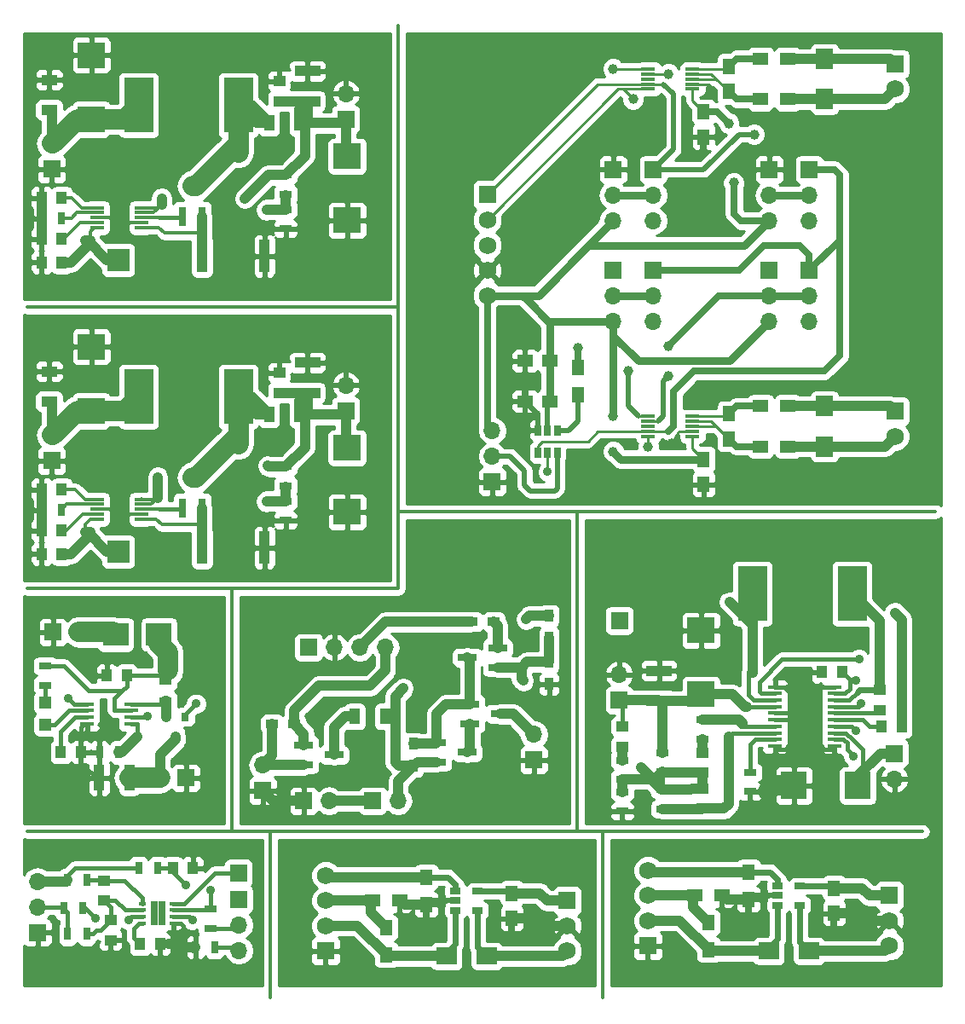
<source format=gtl>
G04 #@! TF.FileFunction,Copper,L1,Top,Signal*
%FSLAX46Y46*%
G04 Gerber Fmt 4.6, Leading zero omitted, Abs format (unit mm)*
G04 Created by KiCad (PCBNEW 4.0.5) date 07/05/17 15:10:37*
%MOMM*%
%LPD*%
G01*
G04 APERTURE LIST*
%ADD10C,0.100000*%
%ADD11R,1.750000X1.750000*%
%ADD12C,1.750000*%
%ADD13R,2.000000X1.700000*%
%ADD14R,1.250000X1.500000*%
%ADD15R,1.300000X1.500000*%
%ADD16R,1.500000X1.300000*%
%ADD17R,1.060000X0.650000*%
%ADD18R,1.000000X1.600000*%
%ADD19R,1.700000X1.700000*%
%ADD20O,1.700000X1.700000*%
%ADD21R,1.600000X1.000000*%
%ADD22R,2.700000X2.550000*%
%ADD23R,2.900000X5.400000*%
%ADD24R,0.800000X1.900000*%
%ADD25R,2.235200X2.235200*%
%ADD26R,0.700000X1.300000*%
%ADD27R,1.300000X0.700000*%
%ADD28R,1.000000X1.250000*%
%ADD29R,1.250000X1.000000*%
%ADD30R,2.500000X1.000000*%
%ADD31R,1.400000X0.300000*%
%ADD32R,1.000000X3.200000*%
%ADD33R,1.000000X2.500000*%
%ADD34R,1.200000X1.200000*%
%ADD35R,2.500000X2.300000*%
%ADD36R,0.800000X0.900000*%
%ADD37R,1.450000X0.450000*%
%ADD38R,1.900000X0.800000*%
%ADD39R,1.200000X0.900000*%
%ADD40R,0.900000X1.200000*%
%ADD41R,0.650000X0.350000*%
%ADD42R,0.775000X1.200000*%
%ADD43R,1.500000X1.250000*%
%ADD44R,0.650000X1.060000*%
%ADD45R,1.450000X0.300000*%
%ADD46R,1.700000X2.000000*%
%ADD47R,2.550000X2.700000*%
%ADD48C,1.000000*%
%ADD49C,0.900000*%
%ADD50C,0.350000*%
%ADD51C,0.300000*%
%ADD52C,0.500000*%
%ADD53C,1.000000*%
%ADD54C,0.700000*%
%ADD55C,0.400000*%
%ADD56C,0.250000*%
%ADD57C,2.000000*%
%ADD58C,0.600000*%
%ADD59C,0.800000*%
%ADD60C,0.254000*%
G04 APERTURE END LIST*
D10*
D11*
X111028000Y-107956000D03*
D12*
X111028000Y-110456000D03*
X111028000Y-112956000D03*
D11*
X87028000Y-112956000D03*
D12*
X87028000Y-110456000D03*
X87028000Y-107956000D03*
X87028000Y-105456000D03*
D13*
X103028000Y-113456000D03*
X99028000Y-113456000D03*
D14*
X105528000Y-107206000D03*
X105528000Y-109706000D03*
D15*
X97028000Y-105606000D03*
X97028000Y-108306000D03*
D16*
X94378000Y-107956000D03*
X91678000Y-107956000D03*
D15*
X93028000Y-110606000D03*
X93028000Y-113306000D03*
D17*
X99928000Y-107006000D03*
X99928000Y-107956000D03*
X99928000Y-108906000D03*
X102128000Y-108906000D03*
X102128000Y-107006000D03*
D18*
X52427000Y-60198000D03*
X49427000Y-60198000D03*
D19*
X57023000Y-59817000D03*
D20*
X57023000Y-57277000D03*
D19*
X27813000Y-64770000D03*
D20*
X27813000Y-62230000D03*
D21*
X27559000Y-55904000D03*
X27559000Y-58904000D03*
D22*
X57150000Y-63500000D03*
X57150000Y-69850000D03*
X31750000Y-59817000D03*
X31750000Y-53467000D03*
D23*
X36452000Y-58420000D03*
X46352000Y-58420000D03*
D24*
X40833000Y-69445000D03*
X42733000Y-69445000D03*
X41783000Y-66445000D03*
D25*
X34417000Y-73787000D03*
D26*
X28763000Y-69659500D03*
X26863000Y-69659500D03*
D27*
X51054000Y-68773000D03*
X51054000Y-70673000D03*
X51054000Y-65344000D03*
X51054000Y-67244000D03*
D28*
X28813000Y-74041000D03*
X26813000Y-74041000D03*
D29*
X50419000Y-58023000D03*
X50419000Y-56023000D03*
D30*
X53213000Y-58015000D03*
X53213000Y-55015000D03*
D28*
X28813000Y-71691500D03*
X26813000Y-71691500D03*
X28813000Y-67627500D03*
X26813000Y-67627500D03*
D31*
X32344000Y-68596000D03*
X32344000Y-69096000D03*
X32344000Y-69596000D03*
X32344000Y-70096000D03*
X32344000Y-70596000D03*
X36744000Y-70596000D03*
X36744000Y-70096000D03*
X36744000Y-69596000D03*
X36744000Y-69096000D03*
X36744000Y-68596000D03*
D32*
X42747000Y-73406000D03*
X48947000Y-73406000D03*
X42747000Y-44450000D03*
X48947000Y-44450000D03*
D31*
X32344000Y-39640000D03*
X32344000Y-40140000D03*
X32344000Y-40640000D03*
X32344000Y-41140000D03*
X32344000Y-41640000D03*
X36744000Y-41640000D03*
X36744000Y-41140000D03*
X36744000Y-40640000D03*
X36744000Y-40140000D03*
X36744000Y-39640000D03*
D28*
X28813000Y-38671500D03*
X26813000Y-38671500D03*
X28813000Y-42735500D03*
X26813000Y-42735500D03*
D30*
X53213000Y-29059000D03*
X53213000Y-26059000D03*
D29*
X50419000Y-29067000D03*
X50419000Y-27067000D03*
D28*
X28813000Y-45085000D03*
X26813000Y-45085000D03*
D27*
X51054000Y-36388000D03*
X51054000Y-38288000D03*
X51054000Y-39817000D03*
X51054000Y-41717000D03*
D26*
X28763000Y-40703500D03*
X26863000Y-40703500D03*
D25*
X34417000Y-44831000D03*
D24*
X40833000Y-40489000D03*
X42733000Y-40489000D03*
X41783000Y-37489000D03*
D23*
X36452000Y-29464000D03*
X46352000Y-29464000D03*
D22*
X31750000Y-30861000D03*
X31750000Y-24511000D03*
X57150000Y-34544000D03*
X57150000Y-40894000D03*
D21*
X27559000Y-26948000D03*
X27559000Y-29948000D03*
D19*
X27813000Y-35814000D03*
D20*
X27813000Y-33274000D03*
D19*
X57023000Y-30861000D03*
D20*
X57023000Y-28321000D03*
D18*
X52427000Y-31242000D03*
X49427000Y-31242000D03*
D19*
X41148000Y-96266000D03*
D20*
X38608000Y-96266000D03*
D33*
X32536000Y-96266000D03*
X35536000Y-96266000D03*
D28*
X30718000Y-93726000D03*
X28718000Y-93726000D03*
X33290000Y-86106000D03*
X35290000Y-86106000D03*
D34*
X27178000Y-88816000D03*
X27178000Y-91016000D03*
D35*
X38472000Y-82042000D03*
X34172000Y-82042000D03*
D36*
X41082000Y-90186000D03*
X39182000Y-90186000D03*
X40132000Y-92186000D03*
D27*
X27178000Y-87056000D03*
X27178000Y-85156000D03*
D26*
X32578000Y-93726000D03*
X34478000Y-93726000D03*
D27*
X39116000Y-88580000D03*
X39116000Y-86680000D03*
D37*
X31328000Y-88941000D03*
X31328000Y-89591000D03*
X31328000Y-90241000D03*
X31328000Y-90891000D03*
X35728000Y-90891000D03*
X35728000Y-90241000D03*
X35728000Y-89591000D03*
X35728000Y-88941000D03*
D19*
X27940000Y-81788000D03*
D20*
X30480000Y-81788000D03*
D38*
X72112000Y-85278000D03*
X72112000Y-83378000D03*
X69112000Y-84328000D03*
D19*
X52832000Y-98552000D03*
D20*
X55372000Y-98552000D03*
D19*
X59690000Y-98552000D03*
D20*
X62230000Y-98552000D03*
D19*
X48768000Y-97536000D03*
D20*
X48768000Y-94996000D03*
D19*
X53340000Y-83312000D03*
D20*
X55880000Y-83312000D03*
X58420000Y-83312000D03*
X60960000Y-83312000D03*
D19*
X75692000Y-94488000D03*
D20*
X75692000Y-91948000D03*
D38*
X52856000Y-93030000D03*
X52856000Y-94930000D03*
X55856000Y-93980000D03*
X66064000Y-92776000D03*
X66064000Y-94676000D03*
X69064000Y-93726000D03*
X69366000Y-88966000D03*
X69366000Y-90866000D03*
X72366000Y-89916000D03*
D39*
X49700000Y-90932000D03*
X51900000Y-90932000D03*
X71712000Y-80772000D03*
X69512000Y-80772000D03*
D40*
X77216000Y-82380000D03*
X77216000Y-80180000D03*
X77216000Y-86952000D03*
X77216000Y-84752000D03*
X63754000Y-92880000D03*
X63754000Y-95080000D03*
D18*
X60936000Y-90170000D03*
X57936000Y-90170000D03*
D41*
X36804000Y-108753000D03*
X36804000Y-109403000D03*
X36804000Y-110053000D03*
X36804000Y-110703000D03*
X39904000Y-110703000D03*
X39904000Y-110053000D03*
X39904000Y-109403000D03*
X39904000Y-108753000D03*
D42*
X38741500Y-110328000D03*
X38741500Y-109128000D03*
X37966500Y-110328000D03*
X37966500Y-109128000D03*
D28*
X36592000Y-112776000D03*
X38592000Y-112776000D03*
D29*
X33020000Y-106442000D03*
X33020000Y-108442000D03*
X33655000Y-110379000D03*
X33655000Y-112379000D03*
D28*
X39830500Y-105219500D03*
X41830500Y-105219500D03*
D26*
X30922000Y-109220000D03*
X29022000Y-109220000D03*
X31303000Y-106426000D03*
X29403000Y-106426000D03*
X31303000Y-111760000D03*
X29403000Y-111760000D03*
D27*
X43561000Y-111186000D03*
X43561000Y-109286000D03*
D26*
X44003000Y-113093500D03*
X42103000Y-113093500D03*
X38351500Y-105219500D03*
X36451500Y-105219500D03*
D19*
X26416000Y-111633000D03*
D20*
X26416000Y-109093000D03*
X26416000Y-106553000D03*
D19*
X46418500Y-108331000D03*
D20*
X46418500Y-110871000D03*
X46418500Y-113411000D03*
D19*
X46355000Y-105727500D03*
D17*
X67924000Y-107514000D03*
X67924000Y-108464000D03*
X67924000Y-109414000D03*
X70124000Y-109414000D03*
X70124000Y-107514000D03*
D15*
X61024000Y-111114000D03*
X61024000Y-113814000D03*
D16*
X62374000Y-108464000D03*
X59674000Y-108464000D03*
D15*
X65024000Y-106114000D03*
X65024000Y-108814000D03*
D14*
X73524000Y-107714000D03*
X73524000Y-110214000D03*
D13*
X71024000Y-113964000D03*
X67024000Y-113964000D03*
D11*
X55024000Y-113464000D03*
D12*
X55024000Y-110964000D03*
X55024000Y-108464000D03*
X55024000Y-105964000D03*
D11*
X79024000Y-108464000D03*
D12*
X79024000Y-110964000D03*
X79024000Y-113464000D03*
D14*
X92572000Y-30116000D03*
X92572000Y-32616000D03*
D43*
X77322000Y-58866000D03*
X74822000Y-58866000D03*
D14*
X95072000Y-25616000D03*
X95072000Y-28116000D03*
X95072000Y-60116000D03*
X95072000Y-62616000D03*
D43*
X77322000Y-54866000D03*
X74822000Y-54866000D03*
D14*
X92572000Y-64616000D03*
X92572000Y-67116000D03*
D44*
X78022000Y-61766000D03*
X77072000Y-61766000D03*
X76122000Y-61766000D03*
X76122000Y-63966000D03*
X78022000Y-63966000D03*
X77072000Y-63966000D03*
D45*
X87072000Y-25866000D03*
X87072000Y-26366000D03*
X87072000Y-26866000D03*
X87072000Y-27366000D03*
X87072000Y-27866000D03*
X91472000Y-27866000D03*
X91472000Y-27366000D03*
X91472000Y-26866000D03*
X91472000Y-26366000D03*
X91472000Y-25866000D03*
X87072000Y-60366000D03*
X87072000Y-60866000D03*
X87072000Y-61366000D03*
X87072000Y-61866000D03*
X87072000Y-62366000D03*
X91472000Y-62366000D03*
X91472000Y-61866000D03*
X91472000Y-61366000D03*
X91472000Y-60866000D03*
X91472000Y-60366000D03*
D11*
X71072000Y-38366000D03*
D12*
X71072000Y-40866000D03*
X71072000Y-43366000D03*
X71072000Y-45866000D03*
X71072000Y-48366000D03*
D19*
X99072000Y-35866000D03*
D20*
X99072000Y-38406000D03*
X99072000Y-40946000D03*
D19*
X103072000Y-35866000D03*
D20*
X103072000Y-38406000D03*
X103072000Y-40946000D03*
D19*
X83572000Y-35866000D03*
D20*
X83572000Y-38406000D03*
X83572000Y-40946000D03*
D19*
X87572000Y-35866000D03*
D20*
X87572000Y-38406000D03*
X87572000Y-40946000D03*
D19*
X99072000Y-45866000D03*
D20*
X99072000Y-48406000D03*
X99072000Y-50946000D03*
D19*
X103072000Y-45866000D03*
D20*
X103072000Y-48406000D03*
X103072000Y-50946000D03*
D19*
X83572000Y-45866000D03*
D20*
X83572000Y-48406000D03*
X83572000Y-50946000D03*
D19*
X87572000Y-45866000D03*
D20*
X87572000Y-48406000D03*
X87572000Y-50946000D03*
D19*
X71572000Y-66866000D03*
D20*
X71572000Y-64326000D03*
X71572000Y-61786000D03*
D11*
X111572000Y-25366000D03*
D12*
X111572000Y-27866000D03*
D11*
X111572000Y-59866000D03*
D12*
X111572000Y-62366000D03*
D16*
X100922000Y-24866000D03*
X98222000Y-24866000D03*
X100922000Y-28866000D03*
X98222000Y-28866000D03*
X100922000Y-59366000D03*
X98222000Y-59366000D03*
X100922000Y-63366000D03*
X98222000Y-63366000D03*
D15*
X80072000Y-58216000D03*
X80072000Y-55516000D03*
D46*
X104572000Y-24866000D03*
X104572000Y-28866000D03*
X104572000Y-59366000D03*
X104572000Y-63366000D03*
D37*
X99666000Y-87245000D03*
X99666000Y-87895000D03*
X99666000Y-88545000D03*
X99666000Y-89195000D03*
X99666000Y-89845000D03*
X99666000Y-90495000D03*
X99666000Y-91145000D03*
X99666000Y-91795000D03*
X99666000Y-92445000D03*
X99666000Y-93095000D03*
X105566000Y-93095000D03*
X105566000Y-92445000D03*
X105566000Y-91795000D03*
X105566000Y-91145000D03*
X105566000Y-90495000D03*
X105566000Y-89845000D03*
X105566000Y-89195000D03*
X105566000Y-88545000D03*
X105566000Y-87895000D03*
X105566000Y-87245000D03*
D28*
X106308400Y-85750400D03*
X104308400Y-85750400D03*
D29*
X110032800Y-87544400D03*
X110032800Y-89544400D03*
D22*
X92303600Y-81610200D03*
X92303600Y-87960200D03*
D30*
X88138000Y-85622000D03*
X88138000Y-88622000D03*
D47*
X107873800Y-97028000D03*
X101523800Y-97028000D03*
D19*
X111506000Y-93853000D03*
D20*
X111506000Y-96393000D03*
D19*
X84175600Y-88544400D03*
D20*
X84175600Y-86004400D03*
D27*
X84480400Y-97652800D03*
X84480400Y-99552800D03*
X92456000Y-92390000D03*
X92456000Y-90490000D03*
X88493600Y-97449600D03*
X88493600Y-99349600D03*
X84480400Y-94503200D03*
X84480400Y-96403200D03*
X97180400Y-95722400D03*
X97180400Y-97622400D03*
X88493600Y-93741200D03*
X88493600Y-95641200D03*
D23*
X107312000Y-77978000D03*
X97412000Y-77978000D03*
D28*
X112252000Y-91186000D03*
X110252000Y-91186000D03*
D29*
X92456000Y-95742000D03*
X92456000Y-93742000D03*
X92456000Y-97298000D03*
X92456000Y-99298000D03*
X84531200Y-91151200D03*
X84531200Y-93151200D03*
D19*
X84201000Y-80645000D03*
D48*
X97028000Y-110456000D03*
X105528000Y-111456000D03*
D49*
X34510000Y-69596000D03*
X34510000Y-40640000D03*
X31750000Y-85598000D03*
X31115000Y-96520000D03*
X29845000Y-96520000D03*
X29845000Y-95250000D03*
X31115000Y-95250000D03*
X40894000Y-112903000D03*
D48*
X73524000Y-111964000D03*
X65024000Y-110964000D03*
X74772000Y-56866000D03*
X91972000Y-34566000D03*
X93272000Y-28366000D03*
X89372000Y-63066000D03*
D49*
X101854000Y-89916000D03*
X101854000Y-91440000D03*
X103632000Y-89916000D03*
X103632000Y-88519000D03*
X103632000Y-91440000D03*
X101854000Y-88519000D03*
X94488000Y-81534000D03*
X98973600Y-97622400D03*
X38354000Y-66421000D03*
X49276000Y-65278000D03*
X46990000Y-38735000D03*
X38735000Y-38735000D03*
X49149000Y-68834000D03*
X49149000Y-39878000D03*
X29464000Y-88392000D03*
X42164000Y-88900000D03*
X37338000Y-90170000D03*
X62738000Y-87376000D03*
X74930000Y-80518000D03*
X74676000Y-86614000D03*
X32131000Y-110236000D03*
X35433000Y-110363000D03*
X41783000Y-110363000D03*
X43561000Y-107442000D03*
X41148000Y-106934000D03*
D48*
X95572000Y-37166000D03*
X95072000Y-31266000D03*
X83572000Y-63866000D03*
X83572000Y-60366000D03*
X97572000Y-32366000D03*
D49*
X77072000Y-65866000D03*
D48*
X85572000Y-28866000D03*
X87072000Y-63366000D03*
X83572000Y-25866000D03*
X89072000Y-26366000D03*
X85072000Y-55866000D03*
X89072000Y-53366000D03*
X89072000Y-56366000D03*
X80072000Y-53566000D03*
D49*
X107696000Y-86614000D03*
X107696000Y-91567000D03*
X107442000Y-94107000D03*
X95148400Y-78790800D03*
X111556800Y-79857600D03*
X86360000Y-95250000D03*
X108000800Y-84480400D03*
X108204000Y-88900000D03*
D50*
X80010000Y-101600000D02*
X80010000Y-69850000D01*
X82550000Y-101600000D02*
X82550000Y-118110000D01*
X49530000Y-101600000D02*
X49530000Y-118110000D01*
X45720000Y-77470000D02*
X45720000Y-101600000D01*
X25400000Y-101600000D02*
X45720000Y-101600000D01*
X45720000Y-101600000D02*
X49530000Y-101600000D01*
X49530000Y-101600000D02*
X80010000Y-101600000D01*
X80010000Y-101600000D02*
X82550000Y-101600000D01*
X82550000Y-101600000D02*
X114300000Y-101600000D01*
X62230000Y-69850000D02*
X80010000Y-69850000D01*
X80010000Y-69850000D02*
X115570000Y-69850000D01*
X25400000Y-77470000D02*
X45720000Y-77470000D01*
X45720000Y-77470000D02*
X62230000Y-77470000D01*
X62230000Y-77470000D02*
X62230000Y-69850000D01*
X62230000Y-69850000D02*
X62230000Y-49530000D01*
X25400000Y-49530000D02*
X62230000Y-49530000D01*
X62230000Y-49530000D02*
X62230000Y-21590000D01*
D51*
X32344000Y-69596000D02*
X34510000Y-69596000D01*
X32344000Y-40640000D02*
X34510000Y-40640000D01*
D52*
X99928000Y-107956000D02*
X97378000Y-107956000D01*
X97028000Y-108456000D02*
X97028000Y-108306000D01*
D53*
X94878000Y-108306000D02*
X97028000Y-108306000D01*
X94528000Y-107956000D02*
X94878000Y-108306000D01*
X94378000Y-107956000D02*
X94528000Y-107956000D01*
D54*
X97028000Y-108306000D02*
X97028000Y-110456000D01*
X105528000Y-109706000D02*
X105528000Y-111456000D01*
D53*
X108278000Y-109706000D02*
X109028000Y-110456000D01*
X109028000Y-110456000D02*
X111028000Y-110456000D01*
X105528000Y-109706000D02*
X108278000Y-109706000D01*
D50*
X35010000Y-70096000D02*
X34510000Y-69596000D01*
X36744000Y-70096000D02*
X35010000Y-70096000D01*
D53*
X26813000Y-69709500D02*
X26863000Y-69659500D01*
X26813000Y-71691500D02*
X26813000Y-69709500D01*
X26863000Y-67677500D02*
X26813000Y-67627500D01*
X26863000Y-69659500D02*
X26863000Y-67677500D01*
X26863000Y-40703500D02*
X26863000Y-38721500D01*
X26863000Y-38721500D02*
X26813000Y-38671500D01*
X26813000Y-42735500D02*
X26813000Y-40753500D01*
X26813000Y-40753500D02*
X26863000Y-40703500D01*
D50*
X36744000Y-41140000D02*
X35010000Y-41140000D01*
X35010000Y-41140000D02*
X34510000Y-40640000D01*
D55*
X33290000Y-86106000D02*
X32258000Y-86106000D01*
X32258000Y-86106000D02*
X31750000Y-85598000D01*
X31328000Y-90891000D02*
X31029000Y-90891000D01*
X31029000Y-90891000D02*
X30718000Y-91202000D01*
X30718000Y-91202000D02*
X30718000Y-93726000D01*
X32536000Y-96266000D02*
X32258000Y-96266000D01*
X32258000Y-96266000D02*
X31115000Y-95250000D01*
X29845000Y-95250000D02*
X29845000Y-96520000D01*
X32536000Y-96266000D02*
X32536000Y-93768000D01*
X32536000Y-93768000D02*
X32578000Y-93726000D01*
X30718000Y-93726000D02*
X32578000Y-93726000D01*
D53*
X52832000Y-98552000D02*
X49784000Y-98552000D01*
X49784000Y-98552000D02*
X48768000Y-97536000D01*
D55*
X39904000Y-110703000D02*
X40599000Y-110703000D01*
X40894000Y-110998000D02*
X40894000Y-112903000D01*
X40599000Y-110703000D02*
X40894000Y-110998000D01*
D53*
X42103000Y-113093500D02*
X41084500Y-113093500D01*
X40703500Y-112712500D02*
X40894000Y-112903000D01*
X40703500Y-112712500D02*
X39417500Y-112712500D01*
X41084500Y-113093500D02*
X40894000Y-112903000D01*
X73524000Y-110214000D02*
X76274000Y-110214000D01*
X77024000Y-110964000D02*
X79024000Y-110964000D01*
X76274000Y-110214000D02*
X77024000Y-110964000D01*
D54*
X73524000Y-110214000D02*
X73524000Y-111964000D01*
X65024000Y-108814000D02*
X65024000Y-110964000D01*
D53*
X62374000Y-108464000D02*
X62524000Y-108464000D01*
X62524000Y-108464000D02*
X62874000Y-108814000D01*
X62874000Y-108814000D02*
X65024000Y-108814000D01*
D52*
X65024000Y-108964000D02*
X65024000Y-108814000D01*
X67924000Y-108464000D02*
X65374000Y-108464000D01*
X76122000Y-61766000D02*
X76122000Y-60166000D01*
X76122000Y-60166000D02*
X74822000Y-58866000D01*
D54*
X74822000Y-58866000D02*
X74822000Y-56916000D01*
X74822000Y-56916000D02*
X74772000Y-56866000D01*
X74822000Y-58866000D02*
X74822000Y-58516000D01*
X92572000Y-32616000D02*
X92572000Y-33966000D01*
X92572000Y-33966000D02*
X91972000Y-34566000D01*
D56*
X91472000Y-27366000D02*
X93072000Y-27366000D01*
X93272000Y-27566000D02*
X93272000Y-28366000D01*
X93072000Y-27366000D02*
X93272000Y-27566000D01*
X91472000Y-61866000D02*
X90072000Y-61866000D01*
X90072000Y-61866000D02*
X89372000Y-63066000D01*
D55*
X101854000Y-89916000D02*
X101854000Y-91440000D01*
X103632000Y-91440000D02*
X103632000Y-89916000D01*
X103632000Y-88519000D02*
X103632000Y-87757000D01*
X104144000Y-87245000D02*
X103632000Y-87757000D01*
X104144000Y-87245000D02*
X105566000Y-87245000D01*
X103632000Y-89916000D02*
X103632000Y-88519000D01*
X101854000Y-88519000D02*
X100580000Y-87245000D01*
X100580000Y-87245000D02*
X99666000Y-87245000D01*
X101275000Y-90495000D02*
X101854000Y-89916000D01*
X99666000Y-90495000D02*
X101275000Y-90495000D01*
X101783000Y-89845000D02*
X99666000Y-89845000D01*
X101783000Y-89845000D02*
X101854000Y-89916000D01*
X102616000Y-93472000D02*
X105189000Y-93472000D01*
X105189000Y-93472000D02*
X105566000Y-93095000D01*
X100076000Y-93472000D02*
X99699000Y-93095000D01*
X102616000Y-93472000D02*
X100076000Y-93472000D01*
X99699000Y-93095000D02*
X99666000Y-93095000D01*
X92303600Y-81610200D02*
X94411800Y-81610200D01*
X94411800Y-81610200D02*
X94488000Y-81534000D01*
D57*
X99568000Y-97028000D02*
X98973600Y-97622400D01*
X101523800Y-97028000D02*
X99568000Y-97028000D01*
D55*
X97180400Y-97622400D02*
X100929400Y-97622400D01*
X100929400Y-97622400D02*
X101523800Y-97028000D01*
D51*
X32344000Y-70096000D02*
X30869000Y-70096000D01*
X30869000Y-70096000D02*
X29273500Y-71691500D01*
X29273500Y-71691500D02*
X28813000Y-71691500D01*
X28813000Y-42735500D02*
X29019500Y-42735500D01*
X29019500Y-42735500D02*
X30615000Y-41140000D01*
X30615000Y-41140000D02*
X32344000Y-41140000D01*
X36744000Y-69096000D02*
X37711000Y-69096000D01*
X37711000Y-69096000D02*
X38211000Y-68596000D01*
X36744000Y-68596000D02*
X38211000Y-68596000D01*
D53*
X49342000Y-65344000D02*
X51054000Y-65344000D01*
X38354000Y-66421000D02*
X38354000Y-68453000D01*
X49342000Y-65344000D02*
X49276000Y-65278000D01*
D51*
X38211000Y-68596000D02*
X38354000Y-68453000D01*
D53*
X38735000Y-39370000D02*
X38735000Y-38735000D01*
X49337000Y-36388000D02*
X51054000Y-36388000D01*
X46990000Y-38735000D02*
X49337000Y-36388000D01*
D51*
X36744000Y-39640000D02*
X38465000Y-39640000D01*
X38465000Y-39640000D02*
X38735000Y-39370000D01*
X37965000Y-40140000D02*
X38735000Y-39370000D01*
X37965000Y-40140000D02*
X36744000Y-40140000D01*
D50*
X36760000Y-68580000D02*
X36744000Y-68596000D01*
D53*
X53205000Y-58023000D02*
X53213000Y-58015000D01*
X50419000Y-58023000D02*
X53205000Y-58023000D01*
X52427000Y-58801000D02*
X53213000Y-58015000D01*
X52427000Y-60198000D02*
X52427000Y-58801000D01*
X56642000Y-60198000D02*
X57023000Y-59817000D01*
X52959000Y-60198000D02*
X56642000Y-60198000D01*
X52427000Y-60198000D02*
X52959000Y-60198000D01*
X57023000Y-63373000D02*
X57150000Y-63500000D01*
X57023000Y-59817000D02*
X57023000Y-63373000D01*
X53213000Y-58015000D02*
X53213000Y-59690000D01*
X52959000Y-63439000D02*
X51054000Y-65344000D01*
X52959000Y-60198000D02*
X52959000Y-63439000D01*
X52959000Y-31242000D02*
X52959000Y-34483000D01*
X52959000Y-34483000D02*
X51054000Y-36388000D01*
X53213000Y-29059000D02*
X53213000Y-30734000D01*
X57023000Y-30861000D02*
X57023000Y-34417000D01*
X57023000Y-34417000D02*
X57150000Y-34544000D01*
X52427000Y-31242000D02*
X52959000Y-31242000D01*
X52959000Y-31242000D02*
X56642000Y-31242000D01*
X56642000Y-31242000D02*
X57023000Y-30861000D01*
X52427000Y-31242000D02*
X52427000Y-29845000D01*
X52427000Y-29845000D02*
X53213000Y-29059000D01*
X50419000Y-29067000D02*
X53205000Y-29067000D01*
X53205000Y-29067000D02*
X53213000Y-29059000D01*
D51*
X32344000Y-70596000D02*
X31639000Y-70596000D01*
X31115000Y-71120000D02*
X31115000Y-71882000D01*
X31639000Y-70596000D02*
X31115000Y-71120000D01*
X32344000Y-41640000D02*
X32020000Y-41640000D01*
X32020000Y-41640000D02*
X31623000Y-42037000D01*
X31623000Y-42037000D02*
X31623000Y-42926000D01*
D50*
X31115000Y-72263000D02*
X30924000Y-72072000D01*
X30924000Y-72072000D02*
X30924000Y-71691000D01*
X31115000Y-71882000D02*
X31115000Y-72263000D01*
D53*
X51054000Y-67945000D02*
X51054000Y-67371000D01*
X51054000Y-68773000D02*
X51054000Y-67945000D01*
X49210000Y-68773000D02*
X49149000Y-68834000D01*
X51054000Y-68773000D02*
X49210000Y-68773000D01*
X31369000Y-71882000D02*
X33274000Y-73787000D01*
X33274000Y-73787000D02*
X34417000Y-73787000D01*
X31623000Y-71882000D02*
X31369000Y-71882000D01*
X31115000Y-71882000D02*
X31623000Y-71882000D01*
X29718000Y-74041000D02*
X31623000Y-72136000D01*
X31623000Y-72136000D02*
X31623000Y-71882000D01*
X28813000Y-74041000D02*
X29718000Y-74041000D01*
X28813000Y-45085000D02*
X29718000Y-45085000D01*
X31623000Y-43180000D02*
X31623000Y-42926000D01*
X29718000Y-45085000D02*
X31623000Y-43180000D01*
X31115000Y-42926000D02*
X31623000Y-42926000D01*
X31623000Y-42926000D02*
X31369000Y-42926000D01*
X33274000Y-44831000D02*
X34417000Y-44831000D01*
X31369000Y-42926000D02*
X33274000Y-44831000D01*
X51054000Y-39817000D02*
X49210000Y-39817000D01*
X49210000Y-39817000D02*
X49149000Y-39878000D01*
X51054000Y-39817000D02*
X51054000Y-38989000D01*
X51054000Y-38989000D02*
X51054000Y-38415000D01*
D50*
X31115000Y-42926000D02*
X31115000Y-43307000D01*
X30924000Y-43116000D02*
X30924000Y-42735000D01*
X31115000Y-43307000D02*
X30924000Y-43116000D01*
D57*
X46352000Y-62233000D02*
X46352000Y-63122000D01*
X46352000Y-58420000D02*
X46352000Y-62233000D01*
X46352000Y-58420000D02*
X46990000Y-58420000D01*
X42140000Y-66445000D02*
X46352000Y-62233000D01*
X41783000Y-66445000D02*
X42140000Y-66445000D01*
D53*
X48130000Y-60198000D02*
X46352000Y-58420000D01*
X49427000Y-60198000D02*
X48130000Y-60198000D01*
X47649000Y-58420000D02*
X49427000Y-60198000D01*
X46352000Y-58420000D02*
X47649000Y-58420000D01*
X46352000Y-29464000D02*
X47649000Y-29464000D01*
X47649000Y-29464000D02*
X49427000Y-31242000D01*
X49427000Y-31242000D02*
X48130000Y-31242000D01*
X48130000Y-31242000D02*
X46352000Y-29464000D01*
D57*
X41783000Y-37489000D02*
X42140000Y-37489000D01*
X42140000Y-37489000D02*
X46352000Y-33277000D01*
X46352000Y-29464000D02*
X46990000Y-29464000D01*
X46352000Y-29464000D02*
X46352000Y-33277000D01*
X46352000Y-33277000D02*
X46352000Y-34166000D01*
D55*
X27178000Y-88816000D02*
X27178000Y-87056000D01*
D53*
X57936000Y-90170000D02*
X56936000Y-90170000D01*
X55856000Y-91250000D02*
X56936000Y-90170000D01*
X55856000Y-91250000D02*
X55856000Y-93980000D01*
D51*
X36744000Y-69596000D02*
X38481000Y-69596000D01*
X36744000Y-40640000D02*
X38735000Y-40640000D01*
D50*
X38481000Y-69596000D02*
X38510000Y-69596000D01*
D55*
X40682000Y-69596000D02*
X40833000Y-69445000D01*
X38481000Y-69596000D02*
X40682000Y-69596000D01*
X38481000Y-40640000D02*
X38735000Y-40640000D01*
X38735000Y-40640000D02*
X40682000Y-40640000D01*
X40682000Y-40640000D02*
X40833000Y-40489000D01*
D50*
X38481000Y-40640000D02*
X38510000Y-40640000D01*
D51*
X36744000Y-70596000D02*
X38211000Y-70596000D01*
X38735000Y-71120000D02*
X42733000Y-71120000D01*
X38211000Y-70596000D02*
X38735000Y-71120000D01*
X36744000Y-41640000D02*
X38465000Y-41640000D01*
X38989000Y-42164000D02*
X42733000Y-42164000D01*
X38465000Y-41640000D02*
X38989000Y-42164000D01*
D53*
X42733000Y-73392000D02*
X42747000Y-73406000D01*
X42733000Y-71120000D02*
X42733000Y-73392000D01*
X42733000Y-69445000D02*
X42733000Y-71120000D01*
X42733000Y-40489000D02*
X42733000Y-42164000D01*
X42733000Y-42164000D02*
X42733000Y-44436000D01*
X42733000Y-44436000D02*
X42747000Y-44450000D01*
D51*
X32344000Y-69096000D02*
X29329000Y-69096000D01*
X29329000Y-69096000D02*
X28765500Y-69659500D01*
X28765500Y-69659500D02*
X28763000Y-69659500D01*
X32344000Y-40140000D02*
X30345000Y-40140000D01*
X29781500Y-40703500D02*
X28763000Y-40703500D01*
X30345000Y-40140000D02*
X29781500Y-40703500D01*
D53*
X27813000Y-59158000D02*
X27559000Y-58904000D01*
X27813000Y-62230000D02*
X27813000Y-59158000D01*
D57*
X30353000Y-59817000D02*
X31750000Y-59817000D01*
X27940000Y-62230000D02*
X30353000Y-59817000D01*
X27813000Y-62230000D02*
X27940000Y-62230000D01*
X35055000Y-59817000D02*
X36452000Y-58420000D01*
X31750000Y-59817000D02*
X35055000Y-59817000D01*
X31750000Y-30861000D02*
X35055000Y-30861000D01*
X35055000Y-30861000D02*
X36452000Y-29464000D01*
X27813000Y-33274000D02*
X27940000Y-33274000D01*
X27940000Y-33274000D02*
X30353000Y-30861000D01*
X30353000Y-30861000D02*
X31750000Y-30861000D01*
D53*
X27813000Y-33274000D02*
X27813000Y-30202000D01*
X27813000Y-30202000D02*
X27559000Y-29948000D01*
D51*
X32344000Y-68596000D02*
X31131000Y-68596000D01*
X30162500Y-67627500D02*
X28813000Y-67627500D01*
X31131000Y-68596000D02*
X30162500Y-67627500D01*
X28813000Y-38671500D02*
X29781500Y-38671500D01*
X30799998Y-39689998D02*
X32344000Y-39689998D01*
X29781500Y-38671500D02*
X30799998Y-39689998D01*
X32344000Y-39689998D02*
X32344000Y-39640000D01*
D55*
X31328000Y-88941000D02*
X30013000Y-88941000D01*
X30013000Y-88941000D02*
X29464000Y-88392000D01*
D57*
X35536000Y-96266000D02*
X38608000Y-96266000D01*
D53*
X40132000Y-92186000D02*
X40132000Y-92456000D01*
X40132000Y-92456000D02*
X38608000Y-93980000D01*
X38608000Y-93980000D02*
X38608000Y-96266000D01*
D55*
X31328000Y-90241000D02*
X30155000Y-90241000D01*
X28718000Y-91678000D02*
X28718000Y-93726000D01*
X30155000Y-90241000D02*
X28718000Y-91678000D01*
X34798000Y-87630000D02*
X31496000Y-87630000D01*
X29022000Y-85156000D02*
X27178000Y-85156000D01*
X31496000Y-87630000D02*
X29022000Y-85156000D01*
X35728000Y-89591000D02*
X34107000Y-89591000D01*
X35290000Y-87138000D02*
X35290000Y-86106000D01*
X34036000Y-88392000D02*
X34798000Y-87630000D01*
X34798000Y-87630000D02*
X35290000Y-87138000D01*
X34036000Y-89520000D02*
X34036000Y-88392000D01*
X34107000Y-89591000D02*
X34036000Y-89520000D01*
X35290000Y-86106000D02*
X38542000Y-86106000D01*
X38542000Y-86106000D02*
X39116000Y-86680000D01*
X39116000Y-86680000D02*
X39116000Y-85852000D01*
X39116000Y-85852000D02*
X39243000Y-85852000D01*
X39116000Y-85852000D02*
X39243000Y-85852000D01*
D57*
X38472000Y-82042000D02*
X38472000Y-82922000D01*
X38472000Y-82922000D02*
X39370000Y-83820000D01*
X39370000Y-83820000D02*
X39370000Y-85598000D01*
D55*
X39116000Y-86680000D02*
X39116000Y-85852000D01*
X27178000Y-91016000D02*
X28110000Y-91016000D01*
X29535000Y-89591000D02*
X31328000Y-89591000D01*
X28110000Y-91016000D02*
X29535000Y-89591000D01*
D57*
X30480000Y-81788000D02*
X33918000Y-81788000D01*
X33918000Y-81788000D02*
X34172000Y-82042000D01*
D55*
X41082000Y-90186000D02*
X41082000Y-89982000D01*
X41082000Y-89982000D02*
X42164000Y-88900000D01*
X37338000Y-90170000D02*
X37267000Y-90241000D01*
X37267000Y-90241000D02*
X35728000Y-90241000D01*
X35728000Y-88941000D02*
X39182000Y-88941000D01*
X39182000Y-88941000D02*
X39141000Y-88900000D01*
X39141000Y-88900000D02*
X39116000Y-88900000D01*
X39116000Y-88900000D02*
X39116000Y-88580000D01*
D53*
X39182000Y-90186000D02*
X39182000Y-88646000D01*
X39182000Y-88646000D02*
X39116000Y-88580000D01*
D55*
X35728000Y-88941000D02*
X36093000Y-88941000D01*
X35728000Y-90891000D02*
X36281000Y-90891000D01*
X36281000Y-90891000D02*
X36322000Y-90932000D01*
X36322000Y-90932000D02*
X36322000Y-92202000D01*
D53*
X34478000Y-93726000D02*
X34798000Y-93726000D01*
X34798000Y-93726000D02*
X36322000Y-92202000D01*
X60936000Y-90170000D02*
X61936000Y-90170000D01*
X62230000Y-98552000D02*
X62230000Y-96604000D01*
X62230000Y-96604000D02*
X63754000Y-95080000D01*
X77216000Y-80180000D02*
X75268000Y-80180000D01*
X61936000Y-88178000D02*
X61936000Y-90170000D01*
X62738000Y-87376000D02*
X61936000Y-88178000D01*
X75268000Y-80180000D02*
X74930000Y-80518000D01*
X66064000Y-94676000D02*
X64158000Y-94676000D01*
X64158000Y-94676000D02*
X63754000Y-95080000D01*
X61936000Y-90170000D02*
X61936000Y-94702000D01*
X62314000Y-95080000D02*
X63754000Y-95080000D01*
X61936000Y-94702000D02*
X62314000Y-95080000D01*
X74488000Y-86426000D02*
X74488000Y-85278000D01*
X74676000Y-86614000D02*
X74488000Y-86426000D01*
X77216000Y-84752000D02*
X77216000Y-82380000D01*
X72112000Y-85278000D02*
X74488000Y-85278000D01*
X75014000Y-84752000D02*
X77216000Y-84752000D01*
X74488000Y-85278000D02*
X75014000Y-84752000D01*
X72112000Y-83378000D02*
X72112000Y-81172000D01*
X72112000Y-81172000D02*
X71712000Y-80772000D01*
X69366000Y-88966000D02*
X69366000Y-84582000D01*
X69366000Y-84582000D02*
X69112000Y-84328000D01*
X66064000Y-92776000D02*
X66064000Y-89892000D01*
X66990000Y-88966000D02*
X69366000Y-88966000D01*
X66064000Y-89892000D02*
X66990000Y-88966000D01*
X63754000Y-92880000D02*
X65960000Y-92880000D01*
X65960000Y-92880000D02*
X66064000Y-92776000D01*
X59690000Y-98552000D02*
X55372000Y-98552000D01*
X49700000Y-90932000D02*
X49700000Y-94064000D01*
X49700000Y-94064000D02*
X48768000Y-94996000D01*
X48768000Y-94996000D02*
X52790000Y-94996000D01*
X52790000Y-94996000D02*
X52856000Y-94930000D01*
X69512000Y-80772000D02*
X60960000Y-80772000D01*
X60960000Y-80772000D02*
X58420000Y-83312000D01*
X60960000Y-83312000D02*
X60960000Y-85598000D01*
X51900000Y-89578000D02*
X51900000Y-90932000D01*
X54356000Y-87122000D02*
X51900000Y-89578000D01*
X59436000Y-87122000D02*
X54356000Y-87122000D01*
X60960000Y-85598000D02*
X59436000Y-87122000D01*
X52856000Y-93030000D02*
X52856000Y-91888000D01*
X52856000Y-91888000D02*
X51900000Y-90932000D01*
X72366000Y-89916000D02*
X73660000Y-89916000D01*
X73660000Y-89916000D02*
X75692000Y-91948000D01*
X69366000Y-90866000D02*
X69366000Y-93424000D01*
X69366000Y-93424000D02*
X69064000Y-93726000D01*
D55*
X36804000Y-108753000D02*
X36804000Y-108178000D01*
X35068000Y-106442000D02*
X33020000Y-106442000D01*
X36804000Y-108178000D02*
X35068000Y-106442000D01*
X31303000Y-106426000D02*
X33004000Y-106426000D01*
X33004000Y-106426000D02*
X33020000Y-106442000D01*
X31303000Y-111760000D02*
X31877000Y-111760000D01*
X32655000Y-111379000D02*
X33655000Y-110379000D01*
X32258000Y-111379000D02*
X32655000Y-111379000D01*
X31877000Y-111760000D02*
X32258000Y-111379000D01*
X33655000Y-110379000D02*
X33655000Y-109077000D01*
X33655000Y-109077000D02*
X33020000Y-108442000D01*
X33020000Y-108442000D02*
X34147000Y-108442000D01*
X35108000Y-109403000D02*
X36804000Y-109403000D01*
X34147000Y-108442000D02*
X35108000Y-109403000D01*
X36804000Y-110053000D02*
X35743000Y-110053000D01*
X32131000Y-110236000D02*
X31115000Y-109220000D01*
X35743000Y-110053000D02*
X35433000Y-110363000D01*
X31115000Y-109220000D02*
X30922000Y-109220000D01*
X36804000Y-110703000D02*
X36490000Y-110703000D01*
X36490000Y-110703000D02*
X35941000Y-111252000D01*
X35941000Y-111252000D02*
X35941000Y-112125000D01*
X35941000Y-112125000D02*
X36592000Y-112776000D01*
X39904000Y-110053000D02*
X41473000Y-110053000D01*
X41473000Y-110053000D02*
X41783000Y-110363000D01*
X39830500Y-105219500D02*
X39830500Y-105616500D01*
X39830500Y-105616500D02*
X41148000Y-106934000D01*
X43561000Y-107442000D02*
X43561000Y-109286000D01*
X39904000Y-109403000D02*
X43444000Y-109403000D01*
X43444000Y-109403000D02*
X43561000Y-109286000D01*
X38351500Y-105219500D02*
X39830500Y-105219500D01*
X39904000Y-108753000D02*
X40980000Y-108753000D01*
X44005500Y-105727500D02*
X46355000Y-105727500D01*
X40980000Y-108753000D02*
X44005500Y-105727500D01*
X26416000Y-109093000D02*
X28895000Y-109093000D01*
X28895000Y-109093000D02*
X29022000Y-109220000D01*
X29403000Y-111760000D02*
X29403000Y-109601000D01*
X29403000Y-109601000D02*
X29022000Y-109220000D01*
D53*
X26416000Y-106553000D02*
X29276000Y-106553000D01*
X29276000Y-106553000D02*
X29403000Y-106426000D01*
D55*
X29403000Y-106426000D02*
X29403000Y-105979000D01*
X29403000Y-105979000D02*
X30162500Y-105219500D01*
X30162500Y-105219500D02*
X36451500Y-105219500D01*
D53*
X29276000Y-106553000D02*
X29403000Y-106426000D01*
D55*
X44003000Y-111188500D02*
X46101000Y-111188500D01*
X46101000Y-111188500D02*
X46418500Y-110871000D01*
X44003000Y-113093500D02*
X46101000Y-113093500D01*
X46101000Y-113093500D02*
X46418500Y-113411000D01*
D58*
X102128000Y-107006000D02*
X105328000Y-107006000D01*
D53*
X108278000Y-107206000D02*
X109028000Y-107956000D01*
X109028000Y-107956000D02*
X111028000Y-107956000D01*
X105528000Y-107206000D02*
X108278000Y-107206000D01*
X73524000Y-107714000D02*
X76274000Y-107714000D01*
X77024000Y-108464000D02*
X79024000Y-108464000D01*
X76274000Y-107714000D02*
X77024000Y-108464000D01*
D58*
X70124000Y-107514000D02*
X73324000Y-107514000D01*
X99928000Y-106356000D02*
X99178000Y-105606000D01*
X99178000Y-105606000D02*
X97028000Y-105606000D01*
X99928000Y-107006000D02*
X99928000Y-106356000D01*
D53*
X87178000Y-105606000D02*
X87028000Y-105456000D01*
X97028000Y-105606000D02*
X87178000Y-105606000D01*
X65024000Y-106114000D02*
X55174000Y-106114000D01*
X55174000Y-106114000D02*
X55024000Y-105964000D01*
D58*
X67924000Y-107514000D02*
X67924000Y-106864000D01*
X67174000Y-106114000D02*
X65024000Y-106114000D01*
X67924000Y-106864000D02*
X67174000Y-106114000D01*
X99928000Y-112256000D02*
X99928000Y-108906000D01*
X98878000Y-113306000D02*
X99928000Y-112256000D01*
D53*
X90178000Y-110456000D02*
X87028000Y-110456000D01*
X93178000Y-113456000D02*
X90178000Y-110456000D01*
X99028000Y-113456000D02*
X93178000Y-113456000D01*
X67024000Y-113964000D02*
X61174000Y-113964000D01*
X61174000Y-113964000D02*
X58174000Y-110964000D01*
X58174000Y-110964000D02*
X55024000Y-110964000D01*
D58*
X66874000Y-113814000D02*
X67924000Y-112764000D01*
X67924000Y-112764000D02*
X67924000Y-109414000D01*
X102128000Y-112556000D02*
X102528000Y-112956000D01*
X102128000Y-108906000D02*
X102128000Y-112556000D01*
D53*
X110528000Y-113456000D02*
X111028000Y-112956000D01*
X103028000Y-113456000D02*
X110528000Y-113456000D01*
X71024000Y-113964000D02*
X78524000Y-113964000D01*
X78524000Y-113964000D02*
X79024000Y-113464000D01*
D58*
X70124000Y-109414000D02*
X70124000Y-113064000D01*
X70124000Y-113064000D02*
X70524000Y-113464000D01*
D53*
X91528000Y-109106000D02*
X93028000Y-110606000D01*
X91528000Y-108106000D02*
X91528000Y-109106000D01*
D54*
X91678000Y-107956000D02*
X91528000Y-108106000D01*
D53*
X87028000Y-107956000D02*
X91678000Y-107956000D01*
X55024000Y-108464000D02*
X59674000Y-108464000D01*
D54*
X59674000Y-108464000D02*
X59524000Y-108614000D01*
D53*
X59524000Y-108614000D02*
X59524000Y-109614000D01*
X59524000Y-109614000D02*
X61024000Y-111114000D01*
D54*
X92572000Y-30116000D02*
X93922000Y-30116000D01*
X96252000Y-40946000D02*
X99072000Y-40946000D01*
X95572000Y-40266000D02*
X96252000Y-40946000D01*
X95572000Y-37166000D02*
X95572000Y-40266000D01*
X93922000Y-30116000D02*
X95072000Y-31266000D01*
D56*
X91472000Y-62366000D02*
X91472000Y-63516000D01*
X91472000Y-63516000D02*
X92572000Y-64616000D01*
X91472000Y-27866000D02*
X91472000Y-29016000D01*
X91472000Y-29016000D02*
X92572000Y-30116000D01*
D59*
X83572000Y-50946000D02*
X83572000Y-60366000D01*
X84322000Y-64616000D02*
X92572000Y-64616000D01*
X83572000Y-63866000D02*
X84322000Y-64616000D01*
X92572000Y-30366000D02*
X92572000Y-30116000D01*
X81112000Y-43406000D02*
X96612000Y-43406000D01*
X96612000Y-43406000D02*
X99072000Y-40946000D01*
X74072000Y-48366000D02*
X76152000Y-48366000D01*
X76152000Y-48366000D02*
X81112000Y-43406000D01*
X81112000Y-43406000D02*
X83572000Y-40946000D01*
X83572000Y-50946000D02*
X83572000Y-52366000D01*
X95152000Y-54866000D02*
X99072000Y-50946000D01*
X86072000Y-54866000D02*
X95152000Y-54866000D01*
X83572000Y-52366000D02*
X86072000Y-54866000D01*
D54*
X71072000Y-48366000D02*
X71072000Y-61286000D01*
X71072000Y-61286000D02*
X71572000Y-61786000D01*
D52*
X77072000Y-61766000D02*
X77072000Y-59116000D01*
X77072000Y-59116000D02*
X77322000Y-58866000D01*
D59*
X77322000Y-54866000D02*
X77322000Y-58866000D01*
X83572000Y-50946000D02*
X77152000Y-50946000D01*
X77152000Y-50946000D02*
X75072000Y-48866000D01*
X77322000Y-54866000D02*
X77322000Y-51116000D01*
X74572000Y-48366000D02*
X74072000Y-48366000D01*
X74072000Y-48366000D02*
X71072000Y-48366000D01*
X77322000Y-51116000D02*
X75072000Y-48866000D01*
X75072000Y-48866000D02*
X74572000Y-48366000D01*
D56*
X91472000Y-25866000D02*
X94822000Y-25866000D01*
D54*
X94822000Y-25866000D02*
X95822000Y-24866000D01*
X95822000Y-24866000D02*
X98222000Y-24866000D01*
D56*
X91472000Y-26366000D02*
X93322000Y-26366000D01*
X93322000Y-26366000D02*
X95072000Y-28116000D01*
D54*
X98222000Y-28866000D02*
X95822000Y-28866000D01*
X95822000Y-28866000D02*
X95072000Y-28116000D01*
D56*
X91472000Y-26866000D02*
X93822000Y-26866000D01*
X93822000Y-26866000D02*
X95072000Y-28116000D01*
X91472000Y-60366000D02*
X94822000Y-60366000D01*
X94822000Y-60366000D02*
X95072000Y-60116000D01*
D54*
X98222000Y-59366000D02*
X95822000Y-59366000D01*
X95822000Y-59366000D02*
X95072000Y-60116000D01*
D56*
X91472000Y-61366000D02*
X93822000Y-61366000D01*
X93822000Y-61366000D02*
X95072000Y-62616000D01*
X91472000Y-60866000D02*
X93322000Y-60866000D01*
X93322000Y-60866000D02*
X95072000Y-62616000D01*
D54*
X98222000Y-63366000D02*
X95822000Y-63366000D01*
X95822000Y-63366000D02*
X95072000Y-62616000D01*
D52*
X78022000Y-61766000D02*
X79172000Y-61766000D01*
X80072000Y-60866000D02*
X80072000Y-58216000D01*
X79172000Y-61766000D02*
X80072000Y-60866000D01*
X87572000Y-35866000D02*
X92572000Y-35866000D01*
X96072000Y-32366000D02*
X97572000Y-32366000D01*
X92572000Y-35866000D02*
X96072000Y-32366000D01*
D56*
X87072000Y-61866000D02*
X82072000Y-61866000D01*
X76122000Y-63316000D02*
X76122000Y-63966000D01*
X76572000Y-62866000D02*
X76122000Y-63316000D01*
X81072000Y-62866000D02*
X76572000Y-62866000D01*
X82072000Y-61866000D02*
X81072000Y-62866000D01*
X87072000Y-61866000D02*
X89072000Y-61866000D01*
D54*
X106072000Y-54366000D02*
X106072000Y-42866000D01*
X104572000Y-55866000D02*
X106072000Y-54366000D01*
X91572000Y-55866000D02*
X104572000Y-55866000D01*
X89572000Y-57866000D02*
X91572000Y-55866000D01*
X89572000Y-61366000D02*
X89572000Y-57866000D01*
X89072000Y-61866000D02*
X89572000Y-61366000D01*
X103072000Y-45866000D02*
X103072000Y-44366000D01*
X96072000Y-45866000D02*
X87572000Y-45866000D01*
X98572000Y-43366000D02*
X96072000Y-45866000D01*
X102072000Y-43366000D02*
X98572000Y-43366000D01*
X103072000Y-44366000D02*
X102072000Y-43366000D01*
X103072000Y-35866000D02*
X105572000Y-35866000D01*
X105572000Y-35866000D02*
X106072000Y-36366000D01*
X106072000Y-36366000D02*
X106072000Y-42866000D01*
X106072000Y-42866000D02*
X103072000Y-45866000D01*
D56*
X87072000Y-27366000D02*
X88572000Y-27366000D01*
D52*
X89572000Y-33866000D02*
X87572000Y-35866000D01*
X89572000Y-28366000D02*
X89572000Y-33866000D01*
X88572000Y-27366000D02*
X89572000Y-28366000D01*
D56*
X87072000Y-27366000D02*
X82072000Y-27366000D01*
X82072000Y-27366000D02*
X71072000Y-38366000D01*
D52*
X71572000Y-64326000D02*
X73332000Y-64326000D01*
X78022000Y-67516000D02*
X78022000Y-63966000D01*
X77772000Y-67766000D02*
X78022000Y-67516000D01*
X75372000Y-67766000D02*
X77772000Y-67766000D01*
X74772000Y-67166000D02*
X75372000Y-67766000D01*
X74772000Y-65766000D02*
X74772000Y-67166000D01*
X73332000Y-64326000D02*
X74772000Y-65766000D01*
D56*
X77072000Y-63966000D02*
X77072000Y-65866000D01*
X85572000Y-28866000D02*
X84572000Y-27866000D01*
X84572000Y-27866000D02*
X84072000Y-27866000D01*
X87072000Y-63366000D02*
X87072000Y-62366000D01*
X87072000Y-27866000D02*
X84072000Y-27866000D01*
X84072000Y-27866000D02*
X71072000Y-40866000D01*
X87072000Y-25866000D02*
X83572000Y-25866000D01*
D59*
X83572000Y-38406000D02*
X87572000Y-38406000D01*
D56*
X87072000Y-26366000D02*
X89072000Y-26366000D01*
D59*
X99072000Y-38406000D02*
X103072000Y-38406000D01*
D56*
X87072000Y-60366000D02*
X86072000Y-60366000D01*
D52*
X85072000Y-59366000D02*
X85072000Y-55866000D01*
X86072000Y-60366000D02*
X85072000Y-59366000D01*
D59*
X83572000Y-48406000D02*
X87572000Y-48406000D01*
D56*
X87072000Y-60866000D02*
X88072000Y-60866000D01*
D54*
X94032000Y-48406000D02*
X99072000Y-48406000D01*
X89072000Y-53366000D02*
X94032000Y-48406000D01*
D52*
X88572000Y-56866000D02*
X89072000Y-56366000D01*
X88572000Y-60366000D02*
X88572000Y-56866000D01*
X88072000Y-60866000D02*
X88572000Y-60366000D01*
D59*
X99072000Y-48406000D02*
X103072000Y-48406000D01*
D54*
X80072000Y-55516000D02*
X80072000Y-53566000D01*
D53*
X104572000Y-24866000D02*
X111072000Y-24866000D01*
X111072000Y-24866000D02*
X111572000Y-25366000D01*
X100922000Y-24866000D02*
X104572000Y-24866000D01*
X104572000Y-28866000D02*
X110572000Y-28866000D01*
X110572000Y-28866000D02*
X111572000Y-27866000D01*
X100922000Y-28866000D02*
X104572000Y-28866000D01*
X100922000Y-59366000D02*
X104572000Y-59366000D01*
X104572000Y-59366000D02*
X111072000Y-59366000D01*
X111072000Y-59366000D02*
X111572000Y-59866000D01*
X100922000Y-63366000D02*
X104572000Y-63366000D01*
X104572000Y-63366000D02*
X110572000Y-63366000D01*
X110572000Y-63366000D02*
X111572000Y-62366000D01*
D55*
X107086400Y-86528400D02*
X107610400Y-86528400D01*
X107610400Y-86528400D02*
X107696000Y-86614000D01*
X105566000Y-87895000D02*
X106618200Y-87895000D01*
X107086400Y-86528400D02*
X106308400Y-85750400D01*
X107086400Y-87426800D02*
X107086400Y-86528400D01*
X106618200Y-87895000D02*
X107086400Y-87426800D01*
X105566000Y-91145000D02*
X107274000Y-91145000D01*
X107274000Y-91145000D02*
X107696000Y-91567000D01*
X106455470Y-92445000D02*
X105566000Y-92445000D01*
X107442000Y-94107000D02*
X106807000Y-93472000D01*
X106807000Y-93472000D02*
X106807000Y-92796530D01*
X106807000Y-92796530D02*
X106455470Y-92445000D01*
X105566000Y-88545000D02*
X107035000Y-88545000D01*
D58*
X108035600Y-87544400D02*
X107823000Y-87757000D01*
X108035600Y-87544400D02*
X110032800Y-87544400D01*
D55*
X107035000Y-88545000D02*
X107823000Y-87757000D01*
D53*
X110032800Y-87544400D02*
X110032800Y-86741000D01*
X110032800Y-86741000D02*
X110032800Y-80698800D01*
X110032800Y-80698800D02*
X107312000Y-77978000D01*
D55*
X107492800Y-89845000D02*
X109732200Y-89845000D01*
X109732200Y-89845000D02*
X110032800Y-89544400D01*
X105566000Y-89845000D02*
X107492800Y-89845000D01*
X107492800Y-89845000D02*
X107630600Y-89845000D01*
D53*
X112252000Y-91186000D02*
X112252000Y-80552800D01*
X97282000Y-80924400D02*
X97412000Y-80924400D01*
X95148400Y-78790800D02*
X97282000Y-80924400D01*
X112252000Y-80552800D02*
X111556800Y-79857600D01*
D55*
X99666000Y-88545000D02*
X97562000Y-88545000D01*
X97028000Y-85725000D02*
X97412000Y-85725000D01*
X97028000Y-88011000D02*
X97028000Y-85725000D01*
X97562000Y-88545000D02*
X97028000Y-88011000D01*
X97412000Y-85372400D02*
X97412000Y-85423200D01*
X97739200Y-85750400D02*
X97412000Y-85750400D01*
X97412000Y-85423200D02*
X97739200Y-85750400D01*
D53*
X97412000Y-85372400D02*
X97412000Y-85725000D01*
X97412000Y-85725000D02*
X97412000Y-85852000D01*
X97412000Y-85852000D02*
X97412000Y-85750400D01*
X97412000Y-85750400D02*
X97412000Y-80924400D01*
X97412000Y-80924400D02*
X97412000Y-77978000D01*
D55*
X105566000Y-90495000D02*
X108325800Y-90495000D01*
X109016800Y-91186000D02*
X110252000Y-91186000D01*
X108325800Y-90495000D02*
X109016800Y-91186000D01*
D53*
X96815000Y-89195000D02*
X96688000Y-89195000D01*
X95453200Y-87960200D02*
X92303600Y-87960200D01*
X96688000Y-89195000D02*
X95453200Y-87960200D01*
D55*
X99666000Y-89195000D02*
X96815000Y-89195000D01*
X96815000Y-89195000D02*
X96774000Y-89154000D01*
D53*
X88493600Y-93741200D02*
X88493600Y-88977600D01*
X88493600Y-88977600D02*
X88138000Y-88622000D01*
X88138000Y-88622000D02*
X91641800Y-88622000D01*
X91641800Y-88622000D02*
X92303600Y-87960200D01*
X84175600Y-88544400D02*
X88060400Y-88544400D01*
X88060400Y-88544400D02*
X88138000Y-88622000D01*
D55*
X84531200Y-91151200D02*
X84531200Y-88900000D01*
X84531200Y-88900000D02*
X84175600Y-88544400D01*
D53*
X87680800Y-96570800D02*
X87680800Y-96723200D01*
X86360000Y-95250000D02*
X87680800Y-96570800D01*
X92456000Y-97298000D02*
X92456000Y-95742000D01*
X92456000Y-95742000D02*
X88594400Y-95742000D01*
X88594400Y-95742000D02*
X88493600Y-95641200D01*
X88493600Y-97449600D02*
X91272400Y-97449600D01*
X91424000Y-97298000D02*
X92456000Y-97298000D01*
X91272400Y-97449600D02*
X91424000Y-97298000D01*
X88493600Y-97449600D02*
X88407200Y-97449600D01*
X88407200Y-97449600D02*
X87680800Y-96723200D01*
X87680800Y-96723200D02*
X87360800Y-96403200D01*
X84480400Y-96403200D02*
X87360800Y-96403200D01*
X87360800Y-96403200D02*
X87731600Y-96403200D01*
X87731600Y-96403200D02*
X88493600Y-95641200D01*
X84480400Y-97652800D02*
X84480400Y-96403200D01*
D55*
X88290400Y-97652800D02*
X88493600Y-97449600D01*
X88493600Y-97449600D02*
X92304400Y-97449600D01*
X92304400Y-97449600D02*
X92456000Y-97298000D01*
X87447200Y-96403200D02*
X87731600Y-96403200D01*
X87731600Y-96403200D02*
X88493600Y-95641200D01*
X84480400Y-96403200D02*
X87447200Y-96403200D01*
X87447200Y-96403200D02*
X88493600Y-97449600D01*
X88493600Y-95641200D02*
X92355200Y-95641200D01*
X92355200Y-95641200D02*
X92456000Y-95742000D01*
X88493600Y-97449600D02*
X88493600Y-95641200D01*
D53*
X92456000Y-93742000D02*
X92456000Y-92390000D01*
D55*
X99666000Y-91795000D02*
X95403000Y-91795000D01*
D53*
X94605600Y-99298000D02*
X95046800Y-98856800D01*
X95046800Y-98856800D02*
X95046800Y-92151200D01*
X94605600Y-99298000D02*
X92456000Y-99298000D01*
D55*
X95403000Y-91795000D02*
X95046800Y-92151200D01*
D53*
X88493600Y-99349600D02*
X92404400Y-99349600D01*
X92404400Y-99349600D02*
X92456000Y-99298000D01*
D55*
X92456000Y-99298000D02*
X88545200Y-99298000D01*
X88545200Y-99298000D02*
X88493600Y-99349600D01*
D53*
X84480400Y-94503200D02*
X84480400Y-93202000D01*
X84480400Y-93202000D02*
X84531200Y-93151200D01*
D55*
X84480400Y-93202000D02*
X84531200Y-93151200D01*
X99666000Y-87895000D02*
X98309000Y-87895000D01*
X100330000Y-84480400D02*
X108000800Y-84480400D01*
X98094800Y-86715600D02*
X100330000Y-84480400D01*
X98094800Y-87680800D02*
X98094800Y-86715600D01*
X98309000Y-87895000D02*
X98094800Y-87680800D01*
D53*
X111506000Y-93853000D02*
X110109000Y-93853000D01*
X110109000Y-93853000D02*
X107873800Y-96088200D01*
X107873800Y-96088200D02*
X107873800Y-97028000D01*
D55*
X105566000Y-89195000D02*
X107909000Y-89195000D01*
X107909000Y-89195000D02*
X108204000Y-88900000D01*
X105566000Y-91795000D02*
X106654000Y-91795000D01*
X108331000Y-93472000D02*
X108331000Y-96570800D01*
X107315000Y-92456000D02*
X108331000Y-93472000D01*
X106654000Y-91795000D02*
X107315000Y-92456000D01*
X108331000Y-96570800D02*
X107873800Y-97028000D01*
D53*
X92456000Y-90490000D02*
X96078000Y-90490000D01*
X96078000Y-90490000D02*
X96418400Y-90830400D01*
D55*
X99666000Y-91145000D02*
X96275800Y-91145000D01*
X95620800Y-90490000D02*
X92456000Y-90490000D01*
X96275800Y-91145000D02*
X95620800Y-90490000D01*
X97180400Y-95722400D02*
X97180400Y-92964000D01*
X97699400Y-92445000D02*
X99666000Y-92445000D01*
X97180400Y-92964000D02*
X97699400Y-92445000D01*
D60*
G36*
X25400000Y-102410000D02*
X48720000Y-102410000D01*
X48720000Y-116892000D01*
X25094000Y-116892000D01*
X25094000Y-112909026D01*
X25206302Y-113021327D01*
X25439691Y-113118000D01*
X26130250Y-113118000D01*
X26289000Y-112959250D01*
X26289000Y-111760000D01*
X26543000Y-111760000D01*
X26543000Y-112959250D01*
X26701750Y-113118000D01*
X27392309Y-113118000D01*
X27625698Y-113021327D01*
X27804327Y-112842699D01*
X27901000Y-112609310D01*
X27901000Y-111918750D01*
X27742250Y-111760000D01*
X26543000Y-111760000D01*
X26289000Y-111760000D01*
X26269000Y-111760000D01*
X26269000Y-111506000D01*
X26289000Y-111506000D01*
X26289000Y-111486000D01*
X26543000Y-111486000D01*
X26543000Y-111506000D01*
X27742250Y-111506000D01*
X27901000Y-111347250D01*
X27901000Y-110656690D01*
X27804327Y-110423301D01*
X27625698Y-110244673D01*
X27451223Y-110172403D01*
X27495147Y-110143054D01*
X27638841Y-109928000D01*
X28035473Y-109928000D01*
X28068838Y-110105317D01*
X28207910Y-110321441D01*
X28420110Y-110466431D01*
X28568000Y-110496379D01*
X28568000Y-110695025D01*
X28456569Y-110858110D01*
X28405560Y-111110000D01*
X28405560Y-112410000D01*
X28449838Y-112645317D01*
X28588910Y-112861441D01*
X28801110Y-113006431D01*
X29053000Y-113057440D01*
X29753000Y-113057440D01*
X29988317Y-113013162D01*
X30204441Y-112874090D01*
X30349431Y-112661890D01*
X30352081Y-112648803D01*
X30488910Y-112861441D01*
X30701110Y-113006431D01*
X30953000Y-113057440D01*
X31653000Y-113057440D01*
X31888317Y-113013162D01*
X32104441Y-112874090D01*
X32249431Y-112661890D01*
X32288258Y-112470155D01*
X32395000Y-112398833D01*
X32395000Y-112506002D01*
X32553748Y-112506002D01*
X32395000Y-112664750D01*
X32395000Y-113005309D01*
X32491673Y-113238698D01*
X32670301Y-113417327D01*
X32903690Y-113514000D01*
X33369250Y-113514000D01*
X33528000Y-113355250D01*
X33528000Y-112506000D01*
X33782000Y-112506000D01*
X33782000Y-113355250D01*
X33940750Y-113514000D01*
X34406310Y-113514000D01*
X34639699Y-113417327D01*
X34818327Y-113238698D01*
X34915000Y-113005309D01*
X34915000Y-112664750D01*
X34756250Y-112506000D01*
X33782000Y-112506000D01*
X33528000Y-112506000D01*
X33508000Y-112506000D01*
X33508000Y-112252000D01*
X33528000Y-112252000D01*
X33528000Y-112232000D01*
X33782000Y-112232000D01*
X33782000Y-112252000D01*
X34756250Y-112252000D01*
X34915000Y-112093250D01*
X34915000Y-111752691D01*
X34818327Y-111519302D01*
X34677090Y-111378064D01*
X34731441Y-111343090D01*
X34791114Y-111255755D01*
X34817595Y-111282282D01*
X35106000Y-111402038D01*
X35106000Y-112125000D01*
X35169561Y-112444541D01*
X35303407Y-112644855D01*
X35350566Y-112715434D01*
X35444560Y-112809428D01*
X35444560Y-113401000D01*
X35488838Y-113636317D01*
X35627910Y-113852441D01*
X35840110Y-113997431D01*
X36092000Y-114048440D01*
X37092000Y-114048440D01*
X37327317Y-114004162D01*
X37543441Y-113865090D01*
X37589969Y-113796994D01*
X37732302Y-113939327D01*
X37965691Y-114036000D01*
X38306250Y-114036000D01*
X38465000Y-113877250D01*
X38465000Y-112903000D01*
X38719000Y-112903000D01*
X38719000Y-113877250D01*
X38877750Y-114036000D01*
X39218309Y-114036000D01*
X39451698Y-113939327D01*
X39630327Y-113760699D01*
X39727000Y-113527310D01*
X39727000Y-113379250D01*
X41118000Y-113379250D01*
X41118000Y-113869810D01*
X41214673Y-114103199D01*
X41393302Y-114281827D01*
X41626691Y-114378500D01*
X41817250Y-114378500D01*
X41976000Y-114219750D01*
X41976000Y-113220500D01*
X41276750Y-113220500D01*
X41118000Y-113379250D01*
X39727000Y-113379250D01*
X39727000Y-113061750D01*
X39568250Y-112903000D01*
X38719000Y-112903000D01*
X38465000Y-112903000D01*
X38445000Y-112903000D01*
X38445000Y-112649000D01*
X38465000Y-112649000D01*
X38465000Y-112629000D01*
X38719000Y-112629000D01*
X38719000Y-112649000D01*
X39568250Y-112649000D01*
X39727000Y-112490250D01*
X39727000Y-112317190D01*
X41118000Y-112317190D01*
X41118000Y-112807750D01*
X41276750Y-112966500D01*
X41976000Y-112966500D01*
X41976000Y-111967250D01*
X41817250Y-111808500D01*
X41626691Y-111808500D01*
X41393302Y-111905173D01*
X41214673Y-112083801D01*
X41118000Y-112317190D01*
X39727000Y-112317190D01*
X39727000Y-112024690D01*
X39630327Y-111791301D01*
X39451698Y-111612673D01*
X39289087Y-111545317D01*
X39364317Y-111531162D01*
X39416097Y-111497842D01*
X39452691Y-111513000D01*
X39618250Y-111513000D01*
X39777000Y-111354250D01*
X39777000Y-110875440D01*
X39840857Y-110875440D01*
X39904000Y-110888000D01*
X40031000Y-110888000D01*
X40031000Y-111354250D01*
X40189750Y-111513000D01*
X40355309Y-111513000D01*
X40588698Y-111416327D01*
X40767327Y-111237699D01*
X40864000Y-111004310D01*
X40864000Y-110978156D01*
X41167595Y-111282282D01*
X41566233Y-111447811D01*
X41997873Y-111448188D01*
X42263560Y-111338408D01*
X42263560Y-111536000D01*
X42307838Y-111771317D01*
X42354076Y-111843174D01*
X42230000Y-111967250D01*
X42230000Y-112966500D01*
X42250000Y-112966500D01*
X42250000Y-113220500D01*
X42230000Y-113220500D01*
X42230000Y-114219750D01*
X42388750Y-114378500D01*
X42579309Y-114378500D01*
X42812698Y-114281827D01*
X42991327Y-114103199D01*
X43047654Y-113967213D01*
X43049838Y-113978817D01*
X43188910Y-114194941D01*
X43401110Y-114339931D01*
X43653000Y-114390940D01*
X44353000Y-114390940D01*
X44588317Y-114346662D01*
X44804441Y-114207590D01*
X44949431Y-113995390D01*
X44962977Y-113928500D01*
X45007344Y-113928500D01*
X45017446Y-113979285D01*
X45339353Y-114461054D01*
X45821122Y-114782961D01*
X46389407Y-114896000D01*
X46447593Y-114896000D01*
X47015878Y-114782961D01*
X47497647Y-114461054D01*
X47819554Y-113979285D01*
X47932593Y-113411000D01*
X47819554Y-112842715D01*
X47497647Y-112360946D01*
X47168474Y-112141000D01*
X47497647Y-111921054D01*
X47819554Y-111439285D01*
X47932593Y-110871000D01*
X47819554Y-110302715D01*
X47497647Y-109820946D01*
X47456048Y-109793150D01*
X47503817Y-109784162D01*
X47719941Y-109645090D01*
X47864931Y-109432890D01*
X47915940Y-109181000D01*
X47915940Y-107481000D01*
X47871662Y-107245683D01*
X47732590Y-107029559D01*
X47686281Y-106997918D01*
X47801431Y-106829390D01*
X47852440Y-106577500D01*
X47852440Y-104877500D01*
X47808162Y-104642183D01*
X47669090Y-104426059D01*
X47456890Y-104281069D01*
X47205000Y-104230060D01*
X45505000Y-104230060D01*
X45269683Y-104274338D01*
X45053559Y-104413410D01*
X44908569Y-104625610D01*
X44857560Y-104877500D01*
X44857560Y-104892500D01*
X44005500Y-104892500D01*
X43685959Y-104956061D01*
X43518431Y-105068000D01*
X43415066Y-105137066D01*
X42965500Y-105586632D01*
X42965500Y-105505250D01*
X42806750Y-105346500D01*
X41957500Y-105346500D01*
X41957500Y-105366500D01*
X41703500Y-105366500D01*
X41703500Y-105346500D01*
X41683500Y-105346500D01*
X41683500Y-105092500D01*
X41703500Y-105092500D01*
X41703500Y-104118250D01*
X41957500Y-104118250D01*
X41957500Y-105092500D01*
X42806750Y-105092500D01*
X42965500Y-104933750D01*
X42965500Y-104468190D01*
X42868827Y-104234801D01*
X42690198Y-104056173D01*
X42456809Y-103959500D01*
X42116250Y-103959500D01*
X41957500Y-104118250D01*
X41703500Y-104118250D01*
X41544750Y-103959500D01*
X41204191Y-103959500D01*
X40970802Y-104056173D01*
X40829564Y-104197410D01*
X40794590Y-104143059D01*
X40582390Y-103998069D01*
X40330500Y-103947060D01*
X39330500Y-103947060D01*
X39095183Y-103991338D01*
X39035930Y-104029466D01*
X38953390Y-103973069D01*
X38701500Y-103922060D01*
X38001500Y-103922060D01*
X37766183Y-103966338D01*
X37550059Y-104105410D01*
X37405069Y-104317610D01*
X37402419Y-104330697D01*
X37265590Y-104118059D01*
X37053390Y-103973069D01*
X36801500Y-103922060D01*
X36101500Y-103922060D01*
X35866183Y-103966338D01*
X35650059Y-104105410D01*
X35505069Y-104317610D01*
X35491523Y-104384500D01*
X30162500Y-104384500D01*
X29842959Y-104448061D01*
X29661213Y-104569500D01*
X29572066Y-104629066D01*
X29072572Y-105128560D01*
X29053000Y-105128560D01*
X28817683Y-105172838D01*
X28601559Y-105311910D01*
X28529071Y-105418000D01*
X27368016Y-105418000D01*
X27013378Y-105181039D01*
X26445093Y-105068000D01*
X26386907Y-105068000D01*
X25818622Y-105181039D01*
X25336853Y-105502946D01*
X25094000Y-105866402D01*
X25094000Y-102349132D01*
X25400000Y-102410000D01*
X25400000Y-102410000D01*
G37*
X25400000Y-102410000D02*
X48720000Y-102410000D01*
X48720000Y-116892000D01*
X25094000Y-116892000D01*
X25094000Y-112909026D01*
X25206302Y-113021327D01*
X25439691Y-113118000D01*
X26130250Y-113118000D01*
X26289000Y-112959250D01*
X26289000Y-111760000D01*
X26543000Y-111760000D01*
X26543000Y-112959250D01*
X26701750Y-113118000D01*
X27392309Y-113118000D01*
X27625698Y-113021327D01*
X27804327Y-112842699D01*
X27901000Y-112609310D01*
X27901000Y-111918750D01*
X27742250Y-111760000D01*
X26543000Y-111760000D01*
X26289000Y-111760000D01*
X26269000Y-111760000D01*
X26269000Y-111506000D01*
X26289000Y-111506000D01*
X26289000Y-111486000D01*
X26543000Y-111486000D01*
X26543000Y-111506000D01*
X27742250Y-111506000D01*
X27901000Y-111347250D01*
X27901000Y-110656690D01*
X27804327Y-110423301D01*
X27625698Y-110244673D01*
X27451223Y-110172403D01*
X27495147Y-110143054D01*
X27638841Y-109928000D01*
X28035473Y-109928000D01*
X28068838Y-110105317D01*
X28207910Y-110321441D01*
X28420110Y-110466431D01*
X28568000Y-110496379D01*
X28568000Y-110695025D01*
X28456569Y-110858110D01*
X28405560Y-111110000D01*
X28405560Y-112410000D01*
X28449838Y-112645317D01*
X28588910Y-112861441D01*
X28801110Y-113006431D01*
X29053000Y-113057440D01*
X29753000Y-113057440D01*
X29988317Y-113013162D01*
X30204441Y-112874090D01*
X30349431Y-112661890D01*
X30352081Y-112648803D01*
X30488910Y-112861441D01*
X30701110Y-113006431D01*
X30953000Y-113057440D01*
X31653000Y-113057440D01*
X31888317Y-113013162D01*
X32104441Y-112874090D01*
X32249431Y-112661890D01*
X32288258Y-112470155D01*
X32395000Y-112398833D01*
X32395000Y-112506002D01*
X32553748Y-112506002D01*
X32395000Y-112664750D01*
X32395000Y-113005309D01*
X32491673Y-113238698D01*
X32670301Y-113417327D01*
X32903690Y-113514000D01*
X33369250Y-113514000D01*
X33528000Y-113355250D01*
X33528000Y-112506000D01*
X33782000Y-112506000D01*
X33782000Y-113355250D01*
X33940750Y-113514000D01*
X34406310Y-113514000D01*
X34639699Y-113417327D01*
X34818327Y-113238698D01*
X34915000Y-113005309D01*
X34915000Y-112664750D01*
X34756250Y-112506000D01*
X33782000Y-112506000D01*
X33528000Y-112506000D01*
X33508000Y-112506000D01*
X33508000Y-112252000D01*
X33528000Y-112252000D01*
X33528000Y-112232000D01*
X33782000Y-112232000D01*
X33782000Y-112252000D01*
X34756250Y-112252000D01*
X34915000Y-112093250D01*
X34915000Y-111752691D01*
X34818327Y-111519302D01*
X34677090Y-111378064D01*
X34731441Y-111343090D01*
X34791114Y-111255755D01*
X34817595Y-111282282D01*
X35106000Y-111402038D01*
X35106000Y-112125000D01*
X35169561Y-112444541D01*
X35303407Y-112644855D01*
X35350566Y-112715434D01*
X35444560Y-112809428D01*
X35444560Y-113401000D01*
X35488838Y-113636317D01*
X35627910Y-113852441D01*
X35840110Y-113997431D01*
X36092000Y-114048440D01*
X37092000Y-114048440D01*
X37327317Y-114004162D01*
X37543441Y-113865090D01*
X37589969Y-113796994D01*
X37732302Y-113939327D01*
X37965691Y-114036000D01*
X38306250Y-114036000D01*
X38465000Y-113877250D01*
X38465000Y-112903000D01*
X38719000Y-112903000D01*
X38719000Y-113877250D01*
X38877750Y-114036000D01*
X39218309Y-114036000D01*
X39451698Y-113939327D01*
X39630327Y-113760699D01*
X39727000Y-113527310D01*
X39727000Y-113379250D01*
X41118000Y-113379250D01*
X41118000Y-113869810D01*
X41214673Y-114103199D01*
X41393302Y-114281827D01*
X41626691Y-114378500D01*
X41817250Y-114378500D01*
X41976000Y-114219750D01*
X41976000Y-113220500D01*
X41276750Y-113220500D01*
X41118000Y-113379250D01*
X39727000Y-113379250D01*
X39727000Y-113061750D01*
X39568250Y-112903000D01*
X38719000Y-112903000D01*
X38465000Y-112903000D01*
X38445000Y-112903000D01*
X38445000Y-112649000D01*
X38465000Y-112649000D01*
X38465000Y-112629000D01*
X38719000Y-112629000D01*
X38719000Y-112649000D01*
X39568250Y-112649000D01*
X39727000Y-112490250D01*
X39727000Y-112317190D01*
X41118000Y-112317190D01*
X41118000Y-112807750D01*
X41276750Y-112966500D01*
X41976000Y-112966500D01*
X41976000Y-111967250D01*
X41817250Y-111808500D01*
X41626691Y-111808500D01*
X41393302Y-111905173D01*
X41214673Y-112083801D01*
X41118000Y-112317190D01*
X39727000Y-112317190D01*
X39727000Y-112024690D01*
X39630327Y-111791301D01*
X39451698Y-111612673D01*
X39289087Y-111545317D01*
X39364317Y-111531162D01*
X39416097Y-111497842D01*
X39452691Y-111513000D01*
X39618250Y-111513000D01*
X39777000Y-111354250D01*
X39777000Y-110875440D01*
X39840857Y-110875440D01*
X39904000Y-110888000D01*
X40031000Y-110888000D01*
X40031000Y-111354250D01*
X40189750Y-111513000D01*
X40355309Y-111513000D01*
X40588698Y-111416327D01*
X40767327Y-111237699D01*
X40864000Y-111004310D01*
X40864000Y-110978156D01*
X41167595Y-111282282D01*
X41566233Y-111447811D01*
X41997873Y-111448188D01*
X42263560Y-111338408D01*
X42263560Y-111536000D01*
X42307838Y-111771317D01*
X42354076Y-111843174D01*
X42230000Y-111967250D01*
X42230000Y-112966500D01*
X42250000Y-112966500D01*
X42250000Y-113220500D01*
X42230000Y-113220500D01*
X42230000Y-114219750D01*
X42388750Y-114378500D01*
X42579309Y-114378500D01*
X42812698Y-114281827D01*
X42991327Y-114103199D01*
X43047654Y-113967213D01*
X43049838Y-113978817D01*
X43188910Y-114194941D01*
X43401110Y-114339931D01*
X43653000Y-114390940D01*
X44353000Y-114390940D01*
X44588317Y-114346662D01*
X44804441Y-114207590D01*
X44949431Y-113995390D01*
X44962977Y-113928500D01*
X45007344Y-113928500D01*
X45017446Y-113979285D01*
X45339353Y-114461054D01*
X45821122Y-114782961D01*
X46389407Y-114896000D01*
X46447593Y-114896000D01*
X47015878Y-114782961D01*
X47497647Y-114461054D01*
X47819554Y-113979285D01*
X47932593Y-113411000D01*
X47819554Y-112842715D01*
X47497647Y-112360946D01*
X47168474Y-112141000D01*
X47497647Y-111921054D01*
X47819554Y-111439285D01*
X47932593Y-110871000D01*
X47819554Y-110302715D01*
X47497647Y-109820946D01*
X47456048Y-109793150D01*
X47503817Y-109784162D01*
X47719941Y-109645090D01*
X47864931Y-109432890D01*
X47915940Y-109181000D01*
X47915940Y-107481000D01*
X47871662Y-107245683D01*
X47732590Y-107029559D01*
X47686281Y-106997918D01*
X47801431Y-106829390D01*
X47852440Y-106577500D01*
X47852440Y-104877500D01*
X47808162Y-104642183D01*
X47669090Y-104426059D01*
X47456890Y-104281069D01*
X47205000Y-104230060D01*
X45505000Y-104230060D01*
X45269683Y-104274338D01*
X45053559Y-104413410D01*
X44908569Y-104625610D01*
X44857560Y-104877500D01*
X44857560Y-104892500D01*
X44005500Y-104892500D01*
X43685959Y-104956061D01*
X43518431Y-105068000D01*
X43415066Y-105137066D01*
X42965500Y-105586632D01*
X42965500Y-105505250D01*
X42806750Y-105346500D01*
X41957500Y-105346500D01*
X41957500Y-105366500D01*
X41703500Y-105366500D01*
X41703500Y-105346500D01*
X41683500Y-105346500D01*
X41683500Y-105092500D01*
X41703500Y-105092500D01*
X41703500Y-104118250D01*
X41957500Y-104118250D01*
X41957500Y-105092500D01*
X42806750Y-105092500D01*
X42965500Y-104933750D01*
X42965500Y-104468190D01*
X42868827Y-104234801D01*
X42690198Y-104056173D01*
X42456809Y-103959500D01*
X42116250Y-103959500D01*
X41957500Y-104118250D01*
X41703500Y-104118250D01*
X41544750Y-103959500D01*
X41204191Y-103959500D01*
X40970802Y-104056173D01*
X40829564Y-104197410D01*
X40794590Y-104143059D01*
X40582390Y-103998069D01*
X40330500Y-103947060D01*
X39330500Y-103947060D01*
X39095183Y-103991338D01*
X39035930Y-104029466D01*
X38953390Y-103973069D01*
X38701500Y-103922060D01*
X38001500Y-103922060D01*
X37766183Y-103966338D01*
X37550059Y-104105410D01*
X37405069Y-104317610D01*
X37402419Y-104330697D01*
X37265590Y-104118059D01*
X37053390Y-103973069D01*
X36801500Y-103922060D01*
X36101500Y-103922060D01*
X35866183Y-103966338D01*
X35650059Y-104105410D01*
X35505069Y-104317610D01*
X35491523Y-104384500D01*
X30162500Y-104384500D01*
X29842959Y-104448061D01*
X29661213Y-104569500D01*
X29572066Y-104629066D01*
X29072572Y-105128560D01*
X29053000Y-105128560D01*
X28817683Y-105172838D01*
X28601559Y-105311910D01*
X28529071Y-105418000D01*
X27368016Y-105418000D01*
X27013378Y-105181039D01*
X26445093Y-105068000D01*
X26386907Y-105068000D01*
X25818622Y-105181039D01*
X25336853Y-105502946D01*
X25094000Y-105866402D01*
X25094000Y-102349132D01*
X25400000Y-102410000D01*
G36*
X116130000Y-116892000D02*
X83360000Y-116892000D01*
X83360000Y-113241750D01*
X85518000Y-113241750D01*
X85518000Y-113957309D01*
X85614673Y-114190698D01*
X85793301Y-114369327D01*
X86026690Y-114466000D01*
X86742250Y-114466000D01*
X86901000Y-114307250D01*
X86901000Y-113083000D01*
X87155000Y-113083000D01*
X87155000Y-114307250D01*
X87313750Y-114466000D01*
X88029310Y-114466000D01*
X88262699Y-114369327D01*
X88441327Y-114190698D01*
X88538000Y-113957309D01*
X88538000Y-113241750D01*
X88379250Y-113083000D01*
X87155000Y-113083000D01*
X86901000Y-113083000D01*
X85676750Y-113083000D01*
X85518000Y-113241750D01*
X83360000Y-113241750D01*
X83360000Y-105755040D01*
X85517738Y-105755040D01*
X85747138Y-106310229D01*
X86142536Y-106706318D01*
X85748630Y-107099537D01*
X85518262Y-107654325D01*
X85517738Y-108255040D01*
X85747138Y-108810229D01*
X86142536Y-109206318D01*
X85748630Y-109599537D01*
X85518262Y-110154325D01*
X85517738Y-110755040D01*
X85747138Y-111310229D01*
X85924802Y-111488203D01*
X85793301Y-111542673D01*
X85614673Y-111721302D01*
X85518000Y-111954691D01*
X85518000Y-112670250D01*
X85676750Y-112829000D01*
X86901000Y-112829000D01*
X86901000Y-112809000D01*
X87155000Y-112809000D01*
X87155000Y-112829000D01*
X88379250Y-112829000D01*
X88538000Y-112670250D01*
X88538000Y-111954691D01*
X88441327Y-111721302D01*
X88311026Y-111591000D01*
X89707868Y-111591000D01*
X91730560Y-113613692D01*
X91730560Y-114056000D01*
X91774838Y-114291317D01*
X91913910Y-114507441D01*
X92126110Y-114652431D01*
X92378000Y-114703440D01*
X93678000Y-114703440D01*
X93913317Y-114659162D01*
X94019244Y-114591000D01*
X97456808Y-114591000D01*
X97563910Y-114757441D01*
X97776110Y-114902431D01*
X98028000Y-114953440D01*
X100028000Y-114953440D01*
X100263317Y-114909162D01*
X100479441Y-114770090D01*
X100624431Y-114557890D01*
X100675440Y-114306000D01*
X100675440Y-112787995D01*
X100791827Y-112613809D01*
X100863000Y-112256000D01*
X100863000Y-109724974D01*
X100909441Y-109695090D01*
X101029233Y-109519768D01*
X101133910Y-109682441D01*
X101193000Y-109722815D01*
X101193000Y-112556000D01*
X101264173Y-112913809D01*
X101380560Y-113087995D01*
X101380560Y-114306000D01*
X101424838Y-114541317D01*
X101563910Y-114757441D01*
X101776110Y-114902431D01*
X102028000Y-114953440D01*
X104028000Y-114953440D01*
X104263317Y-114909162D01*
X104479441Y-114770090D01*
X104601808Y-114591000D01*
X110528000Y-114591000D01*
X110962346Y-114504603D01*
X111020128Y-114465994D01*
X111327040Y-114466262D01*
X111882229Y-114236862D01*
X112307370Y-113812463D01*
X112537738Y-113257675D01*
X112538262Y-112656960D01*
X112308862Y-112101771D01*
X111884463Y-111676630D01*
X111861531Y-111667108D01*
X111910455Y-111518060D01*
X111028000Y-110635605D01*
X110145545Y-111518060D01*
X110194318Y-111666648D01*
X110173771Y-111675138D01*
X109748630Y-112099537D01*
X109656671Y-112321000D01*
X104599192Y-112321000D01*
X104492090Y-112154559D01*
X104279890Y-112009569D01*
X104028000Y-111958560D01*
X103063000Y-111958560D01*
X103063000Y-109991750D01*
X104268000Y-109991750D01*
X104268000Y-110582309D01*
X104364673Y-110815698D01*
X104543301Y-110994327D01*
X104776690Y-111091000D01*
X105242250Y-111091000D01*
X105401000Y-110932250D01*
X105401000Y-109833000D01*
X105655000Y-109833000D01*
X105655000Y-110932250D01*
X105813750Y-111091000D01*
X106279310Y-111091000D01*
X106512699Y-110994327D01*
X106691327Y-110815698D01*
X106788000Y-110582309D01*
X106788000Y-109991750D01*
X106629250Y-109833000D01*
X105655000Y-109833000D01*
X105401000Y-109833000D01*
X104426750Y-109833000D01*
X104268000Y-109991750D01*
X103063000Y-109991750D01*
X103063000Y-109724974D01*
X103109441Y-109695090D01*
X103254431Y-109482890D01*
X103305440Y-109231000D01*
X103305440Y-108581000D01*
X103261162Y-108345683D01*
X103122090Y-108129559D01*
X102909890Y-107984569D01*
X102772880Y-107956824D01*
X102856976Y-107941000D01*
X104255560Y-107941000D01*
X104255560Y-107956000D01*
X104299838Y-108191317D01*
X104438910Y-108407441D01*
X104507006Y-108453969D01*
X104364673Y-108596302D01*
X104268000Y-108829691D01*
X104268000Y-109420250D01*
X104426750Y-109579000D01*
X105401000Y-109579000D01*
X105401000Y-109559000D01*
X105655000Y-109559000D01*
X105655000Y-109579000D01*
X106629250Y-109579000D01*
X106788000Y-109420250D01*
X106788000Y-108829691D01*
X106691327Y-108596302D01*
X106550090Y-108455064D01*
X106604441Y-108420090D01*
X106658481Y-108341000D01*
X107807868Y-108341000D01*
X108225434Y-108758566D01*
X108593654Y-109004603D01*
X109028000Y-109091000D01*
X109565721Y-109091000D01*
X109688910Y-109282441D01*
X109890226Y-109419994D01*
X109851306Y-109458914D01*
X109965938Y-109573546D01*
X109712047Y-109656884D01*
X109506410Y-110221306D01*
X109532421Y-110821458D01*
X109712047Y-111255116D01*
X109965940Y-111338455D01*
X110848395Y-110456000D01*
X110834253Y-110441858D01*
X111013858Y-110262253D01*
X111028000Y-110276395D01*
X111042143Y-110262253D01*
X111221748Y-110441858D01*
X111207605Y-110456000D01*
X112090060Y-111338455D01*
X112343953Y-111255116D01*
X112549590Y-110690694D01*
X112523579Y-110090542D01*
X112343953Y-109656884D01*
X112090062Y-109573546D01*
X112204694Y-109458914D01*
X112163644Y-109417864D01*
X112354441Y-109295090D01*
X112499431Y-109082890D01*
X112550440Y-108831000D01*
X112550440Y-107081000D01*
X112506162Y-106845683D01*
X112367090Y-106629559D01*
X112154890Y-106484569D01*
X111903000Y-106433560D01*
X110153000Y-106433560D01*
X109917683Y-106477838D01*
X109701559Y-106616910D01*
X109562110Y-106821000D01*
X109498132Y-106821000D01*
X109080566Y-106403434D01*
X109026890Y-106367569D01*
X108712346Y-106157397D01*
X108278000Y-106071000D01*
X106659844Y-106071000D01*
X106617090Y-106004559D01*
X106404890Y-105859569D01*
X106153000Y-105808560D01*
X104903000Y-105808560D01*
X104667683Y-105852838D01*
X104451559Y-105991910D01*
X104397519Y-106071000D01*
X102842884Y-106071000D01*
X102658000Y-106033560D01*
X101598000Y-106033560D01*
X101362683Y-106077838D01*
X101146559Y-106216910D01*
X101026767Y-106392232D01*
X100922090Y-106229559D01*
X100824599Y-106162946D01*
X100791827Y-105998191D01*
X100589145Y-105694855D01*
X99839145Y-104944855D01*
X99535809Y-104742173D01*
X99178000Y-104671000D01*
X98290630Y-104671000D01*
X98281162Y-104620683D01*
X98142090Y-104404559D01*
X97929890Y-104259569D01*
X97678000Y-104208560D01*
X96378000Y-104208560D01*
X96142683Y-104252838D01*
X95926559Y-104391910D01*
X95872519Y-104471000D01*
X88178319Y-104471000D01*
X87884463Y-104176630D01*
X87329675Y-103946262D01*
X86728960Y-103945738D01*
X86173771Y-104175138D01*
X85748630Y-104599537D01*
X85518262Y-105154325D01*
X85517738Y-105755040D01*
X83360000Y-105755040D01*
X83360000Y-102410000D01*
X114300000Y-102410000D01*
X114609974Y-102348342D01*
X114872756Y-102172756D01*
X115048342Y-101909974D01*
X115110000Y-101600000D01*
X115048342Y-101290026D01*
X114872756Y-101027244D01*
X114609974Y-100851658D01*
X114300000Y-100790000D01*
X80820000Y-100790000D01*
X80820000Y-99838550D01*
X83195400Y-99838550D01*
X83195400Y-100029109D01*
X83292073Y-100262498D01*
X83470701Y-100441127D01*
X83704090Y-100537800D01*
X84194650Y-100537800D01*
X84353400Y-100379050D01*
X84353400Y-99679800D01*
X84607400Y-99679800D01*
X84607400Y-100379050D01*
X84766150Y-100537800D01*
X85256710Y-100537800D01*
X85490099Y-100441127D01*
X85668727Y-100262498D01*
X85765400Y-100029109D01*
X85765400Y-99838550D01*
X85606650Y-99679800D01*
X84607400Y-99679800D01*
X84353400Y-99679800D01*
X83354150Y-99679800D01*
X83195400Y-99838550D01*
X80820000Y-99838550D01*
X80820000Y-87694400D01*
X82678160Y-87694400D01*
X82678160Y-89394400D01*
X82722438Y-89629717D01*
X82861510Y-89845841D01*
X83073710Y-89990831D01*
X83325600Y-90041840D01*
X83696200Y-90041840D01*
X83696200Y-90043274D01*
X83670883Y-90048038D01*
X83454759Y-90187110D01*
X83309769Y-90399310D01*
X83258760Y-90651200D01*
X83258760Y-91651200D01*
X83303038Y-91886517D01*
X83442110Y-92102641D01*
X83511911Y-92150334D01*
X83454759Y-92187110D01*
X83309769Y-92399310D01*
X83258760Y-92651200D01*
X83258760Y-93651200D01*
X83290307Y-93818857D01*
X83233969Y-93901310D01*
X83182960Y-94153200D01*
X83182960Y-94853200D01*
X83227238Y-95088517D01*
X83366310Y-95304641D01*
X83578510Y-95449631D01*
X83591597Y-95452281D01*
X83378959Y-95589110D01*
X83233969Y-95801310D01*
X83182960Y-96053200D01*
X83182960Y-96753200D01*
X83227238Y-96988517D01*
X83251179Y-97025722D01*
X83233969Y-97050910D01*
X83182960Y-97302800D01*
X83182960Y-98002800D01*
X83227238Y-98238117D01*
X83366310Y-98454241D01*
X83578510Y-98599231D01*
X83611890Y-98605991D01*
X83470701Y-98664473D01*
X83292073Y-98843102D01*
X83195400Y-99076491D01*
X83195400Y-99267050D01*
X83354150Y-99425800D01*
X84353400Y-99425800D01*
X84353400Y-99405800D01*
X84607400Y-99405800D01*
X84607400Y-99425800D01*
X85606650Y-99425800D01*
X85765400Y-99267050D01*
X85765400Y-99076491D01*
X85668727Y-98843102D01*
X85490099Y-98664473D01*
X85354113Y-98608146D01*
X85365717Y-98605962D01*
X85581841Y-98466890D01*
X85726831Y-98254690D01*
X85777840Y-98002800D01*
X85777840Y-97538200D01*
X86890668Y-97538200D01*
X87206379Y-97853911D01*
X87240438Y-98034917D01*
X87379510Y-98251041D01*
X87591710Y-98396031D01*
X87604797Y-98398681D01*
X87392159Y-98535510D01*
X87247169Y-98747710D01*
X87196160Y-98999600D01*
X87196160Y-99699600D01*
X87240438Y-99934917D01*
X87379510Y-100151041D01*
X87591710Y-100296031D01*
X87843600Y-100347040D01*
X87982683Y-100347040D01*
X88059254Y-100398203D01*
X88493600Y-100484600D01*
X92404400Y-100484600D01*
X92601270Y-100445440D01*
X93081000Y-100445440D01*
X93147113Y-100433000D01*
X94605600Y-100433000D01*
X95039946Y-100346603D01*
X95408166Y-100100566D01*
X95849366Y-99659366D01*
X95888630Y-99600603D01*
X96095403Y-99291146D01*
X96181800Y-98856800D01*
X96181800Y-98515324D01*
X96404090Y-98607400D01*
X96894650Y-98607400D01*
X97053400Y-98448650D01*
X97053400Y-97749400D01*
X97307400Y-97749400D01*
X97307400Y-98448650D01*
X97466150Y-98607400D01*
X97956710Y-98607400D01*
X98190099Y-98510727D01*
X98368727Y-98332098D01*
X98465400Y-98098709D01*
X98465400Y-97908150D01*
X98306650Y-97749400D01*
X97307400Y-97749400D01*
X97053400Y-97749400D01*
X97033400Y-97749400D01*
X97033400Y-97495400D01*
X97053400Y-97495400D01*
X97053400Y-97475400D01*
X97307400Y-97475400D01*
X97307400Y-97495400D01*
X98306650Y-97495400D01*
X98465400Y-97336650D01*
X98465400Y-97313750D01*
X99613800Y-97313750D01*
X99613800Y-98504310D01*
X99710473Y-98737699D01*
X99889102Y-98916327D01*
X100122491Y-99013000D01*
X101238050Y-99013000D01*
X101396800Y-98854250D01*
X101396800Y-97155000D01*
X101650800Y-97155000D01*
X101650800Y-98854250D01*
X101809550Y-99013000D01*
X102925109Y-99013000D01*
X103158498Y-98916327D01*
X103337127Y-98737699D01*
X103433800Y-98504310D01*
X103433800Y-97313750D01*
X103275050Y-97155000D01*
X101650800Y-97155000D01*
X101396800Y-97155000D01*
X99772550Y-97155000D01*
X99613800Y-97313750D01*
X98465400Y-97313750D01*
X98465400Y-97146091D01*
X98368727Y-96912702D01*
X98190099Y-96734073D01*
X98054113Y-96677746D01*
X98065717Y-96675562D01*
X98281841Y-96536490D01*
X98426831Y-96324290D01*
X98477840Y-96072400D01*
X98477840Y-95551690D01*
X99613800Y-95551690D01*
X99613800Y-96742250D01*
X99772550Y-96901000D01*
X101396800Y-96901000D01*
X101396800Y-95201750D01*
X101650800Y-95201750D01*
X101650800Y-96901000D01*
X103275050Y-96901000D01*
X103433800Y-96742250D01*
X103433800Y-95551690D01*
X103337127Y-95318301D01*
X103158498Y-95139673D01*
X102925109Y-95043000D01*
X101809550Y-95043000D01*
X101650800Y-95201750D01*
X101396800Y-95201750D01*
X101238050Y-95043000D01*
X100122491Y-95043000D01*
X99889102Y-95139673D01*
X99710473Y-95318301D01*
X99613800Y-95551690D01*
X98477840Y-95551690D01*
X98477840Y-95372400D01*
X98433562Y-95137083D01*
X98294490Y-94920959D01*
X98082290Y-94775969D01*
X98015400Y-94762423D01*
X98015400Y-93309868D01*
X98045268Y-93280000D01*
X98392250Y-93280000D01*
X98306000Y-93366250D01*
X98306000Y-93446310D01*
X98402673Y-93679699D01*
X98581302Y-93858327D01*
X98814691Y-93955000D01*
X99380250Y-93955000D01*
X99539000Y-93796250D01*
X99539000Y-93317440D01*
X99793000Y-93317440D01*
X99793000Y-93796250D01*
X99951750Y-93955000D01*
X100517309Y-93955000D01*
X100750698Y-93858327D01*
X100929327Y-93679699D01*
X101026000Y-93446310D01*
X101026000Y-93366250D01*
X100867250Y-93207500D01*
X100728359Y-93207500D01*
X100842441Y-93134090D01*
X100987431Y-92921890D01*
X101002558Y-92847192D01*
X101026000Y-92823750D01*
X101026000Y-92743690D01*
X101024333Y-92739665D01*
X101038440Y-92670000D01*
X101038440Y-92220000D01*
X101018933Y-92116329D01*
X101038440Y-92020000D01*
X101038440Y-91570000D01*
X101018933Y-91466329D01*
X101038440Y-91370000D01*
X101038440Y-90920000D01*
X101025020Y-90848677D01*
X101026000Y-90846310D01*
X101026000Y-90766250D01*
X101005688Y-90745938D01*
X100994162Y-90684683D01*
X100868941Y-90490084D01*
X100929327Y-90429699D01*
X101006597Y-90243153D01*
X101026000Y-90223750D01*
X101026000Y-90116250D01*
X101006597Y-90096847D01*
X100929327Y-89910301D01*
X100867070Y-89848044D01*
X100987431Y-89671890D01*
X101002558Y-89597192D01*
X101026000Y-89573750D01*
X101026000Y-89493690D01*
X101024333Y-89489665D01*
X101038440Y-89420000D01*
X101038440Y-88970000D01*
X101018933Y-88866329D01*
X101038440Y-88770000D01*
X101038440Y-88320000D01*
X101018933Y-88216329D01*
X101038440Y-88120000D01*
X101038440Y-87670000D01*
X101025020Y-87598677D01*
X101026000Y-87596310D01*
X101026000Y-87516250D01*
X101005688Y-87495938D01*
X100994162Y-87434683D01*
X100855090Y-87218559D01*
X100729138Y-87132500D01*
X100867250Y-87132500D01*
X101026000Y-86973750D01*
X101026000Y-86893690D01*
X100929327Y-86660301D01*
X100750698Y-86481673D01*
X100517309Y-86385000D01*
X99951750Y-86385000D01*
X99793000Y-86543750D01*
X99793000Y-87022560D01*
X99539000Y-87022560D01*
X99539000Y-86543750D01*
X99493259Y-86498009D01*
X100675868Y-85315400D01*
X103173400Y-85315400D01*
X103173400Y-85464650D01*
X103332150Y-85623400D01*
X104181400Y-85623400D01*
X104181400Y-85603400D01*
X104435400Y-85603400D01*
X104435400Y-85623400D01*
X104455400Y-85623400D01*
X104455400Y-85877400D01*
X104435400Y-85877400D01*
X104435400Y-85897400D01*
X104181400Y-85897400D01*
X104181400Y-85877400D01*
X103332150Y-85877400D01*
X103173400Y-86036150D01*
X103173400Y-86501710D01*
X103270073Y-86735099D01*
X103448702Y-86913727D01*
X103682091Y-87010400D01*
X104022650Y-87010400D01*
X104181398Y-86851652D01*
X104181398Y-87010400D01*
X104242650Y-87010400D01*
X104364750Y-87132500D01*
X104503641Y-87132500D01*
X104389559Y-87205910D01*
X104244569Y-87418110D01*
X104229442Y-87492808D01*
X104206000Y-87516250D01*
X104206000Y-87596310D01*
X104207667Y-87600335D01*
X104193560Y-87670000D01*
X104193560Y-88120000D01*
X104213067Y-88223671D01*
X104193560Y-88320000D01*
X104193560Y-88770000D01*
X104213067Y-88873671D01*
X104193560Y-88970000D01*
X104193560Y-89420000D01*
X104213067Y-89523671D01*
X104193560Y-89620000D01*
X104193560Y-90070000D01*
X104213067Y-90173671D01*
X104193560Y-90270000D01*
X104193560Y-90720000D01*
X104213067Y-90823671D01*
X104193560Y-90920000D01*
X104193560Y-91370000D01*
X104213067Y-91473671D01*
X104193560Y-91570000D01*
X104193560Y-92020000D01*
X104213067Y-92123671D01*
X104193560Y-92220000D01*
X104193560Y-92670000D01*
X104206980Y-92741323D01*
X104206000Y-92743690D01*
X104206000Y-92823750D01*
X104226312Y-92844062D01*
X104237838Y-92905317D01*
X104376910Y-93121441D01*
X104502862Y-93207500D01*
X104364750Y-93207500D01*
X104206000Y-93366250D01*
X104206000Y-93446310D01*
X104302673Y-93679699D01*
X104481302Y-93858327D01*
X104714691Y-93955000D01*
X105280250Y-93955000D01*
X105439000Y-93796250D01*
X105439000Y-93317440D01*
X105693000Y-93317440D01*
X105693000Y-93796250D01*
X105851750Y-93955000D01*
X106144781Y-93955000D01*
X106195828Y-94031397D01*
X106216566Y-94062434D01*
X106356916Y-94202784D01*
X106356812Y-94321873D01*
X106521646Y-94720800D01*
X106826595Y-95026282D01*
X106836898Y-95030560D01*
X106598800Y-95030560D01*
X106363483Y-95074838D01*
X106147359Y-95213910D01*
X106002369Y-95426110D01*
X105951360Y-95678000D01*
X105951360Y-98378000D01*
X105995638Y-98613317D01*
X106134710Y-98829441D01*
X106346910Y-98974431D01*
X106598800Y-99025440D01*
X109148800Y-99025440D01*
X109384117Y-98981162D01*
X109600241Y-98842090D01*
X109745231Y-98629890D01*
X109796240Y-98378000D01*
X109796240Y-96749890D01*
X110064524Y-96749890D01*
X110234355Y-97159924D01*
X110624642Y-97588183D01*
X111149108Y-97834486D01*
X111379000Y-97713819D01*
X111379000Y-96520000D01*
X111633000Y-96520000D01*
X111633000Y-97713819D01*
X111862892Y-97834486D01*
X112387358Y-97588183D01*
X112777645Y-97159924D01*
X112947476Y-96749890D01*
X112826155Y-96520000D01*
X111633000Y-96520000D01*
X111379000Y-96520000D01*
X110185845Y-96520000D01*
X110064524Y-96749890D01*
X109796240Y-96749890D01*
X109796240Y-95770892D01*
X110323072Y-95244060D01*
X110404110Y-95299431D01*
X110512107Y-95321301D01*
X110234355Y-95626076D01*
X110064524Y-96036110D01*
X110185845Y-96266000D01*
X111379000Y-96266000D01*
X111379000Y-96246000D01*
X111633000Y-96246000D01*
X111633000Y-96266000D01*
X112826155Y-96266000D01*
X112947476Y-96036110D01*
X112777645Y-95626076D01*
X112501499Y-95323063D01*
X112591317Y-95306162D01*
X112807441Y-95167090D01*
X112952431Y-94954890D01*
X113003440Y-94703000D01*
X113003440Y-93003000D01*
X112959162Y-92767683D01*
X112820090Y-92551559D01*
X112683806Y-92458440D01*
X112752000Y-92458440D01*
X112987317Y-92414162D01*
X113203441Y-92275090D01*
X113348431Y-92062890D01*
X113399440Y-91811000D01*
X113399440Y-90561000D01*
X113387000Y-90494887D01*
X113387000Y-80552800D01*
X113300603Y-80118454D01*
X113054566Y-79750234D01*
X112359366Y-79055034D01*
X111991145Y-78808997D01*
X111556800Y-78722600D01*
X111122455Y-78808997D01*
X110754234Y-79055034D01*
X110508197Y-79423255D01*
X110484005Y-79544873D01*
X109409440Y-78470308D01*
X109409440Y-75278000D01*
X109365162Y-75042683D01*
X109226090Y-74826559D01*
X109013890Y-74681569D01*
X108762000Y-74630560D01*
X105862000Y-74630560D01*
X105626683Y-74674838D01*
X105410559Y-74813910D01*
X105265569Y-75026110D01*
X105214560Y-75278000D01*
X105214560Y-80678000D01*
X105258838Y-80913317D01*
X105397910Y-81129441D01*
X105610110Y-81274431D01*
X105862000Y-81325440D01*
X108762000Y-81325440D01*
X108897800Y-81299887D01*
X108897800Y-83843205D01*
X108616205Y-83561118D01*
X108217567Y-83395589D01*
X107785927Y-83395212D01*
X107387000Y-83560046D01*
X107301497Y-83645400D01*
X100330000Y-83645400D01*
X100010459Y-83708961D01*
X99776938Y-83864995D01*
X99739566Y-83889966D01*
X98547000Y-85082532D01*
X98547000Y-81325440D01*
X98862000Y-81325440D01*
X99097317Y-81281162D01*
X99313441Y-81142090D01*
X99458431Y-80929890D01*
X99509440Y-80678000D01*
X99509440Y-75278000D01*
X99465162Y-75042683D01*
X99326090Y-74826559D01*
X99113890Y-74681569D01*
X98862000Y-74630560D01*
X95962000Y-74630560D01*
X95726683Y-74674838D01*
X95510559Y-74813910D01*
X95365569Y-75026110D01*
X95314560Y-75278000D01*
X95314560Y-77688851D01*
X95148400Y-77655800D01*
X94714055Y-77742197D01*
X94345834Y-77988234D01*
X94099797Y-78356455D01*
X94013400Y-78790800D01*
X94099797Y-79225145D01*
X94345834Y-79593366D01*
X95314560Y-80562092D01*
X95314560Y-80678000D01*
X95358838Y-80913317D01*
X95497910Y-81129441D01*
X95710110Y-81274431D01*
X95962000Y-81325440D01*
X96077908Y-81325440D01*
X96277000Y-81524532D01*
X96277000Y-85374870D01*
X96256561Y-85405459D01*
X96193000Y-85725000D01*
X96193000Y-87115695D01*
X96119880Y-87066838D01*
X95887546Y-86911597D01*
X95453200Y-86825200D01*
X94301040Y-86825200D01*
X94301040Y-86685200D01*
X94256762Y-86449883D01*
X94117690Y-86233759D01*
X93905490Y-86088769D01*
X93653600Y-86037760D01*
X90953600Y-86037760D01*
X90718283Y-86082038D01*
X90502159Y-86221110D01*
X90357169Y-86433310D01*
X90306160Y-86685200D01*
X90306160Y-87487000D01*
X89449431Y-87487000D01*
X89388000Y-87474560D01*
X88387981Y-87474560D01*
X88060400Y-87409400D01*
X85596792Y-87409400D01*
X85489690Y-87242959D01*
X85277490Y-87097969D01*
X85169493Y-87076099D01*
X85447245Y-86771324D01*
X85617076Y-86361290D01*
X85495755Y-86131400D01*
X84302600Y-86131400D01*
X84302600Y-86151400D01*
X84048600Y-86151400D01*
X84048600Y-86131400D01*
X82855445Y-86131400D01*
X82734124Y-86361290D01*
X82903955Y-86771324D01*
X83180101Y-87074337D01*
X83090283Y-87091238D01*
X82874159Y-87230310D01*
X82729169Y-87442510D01*
X82678160Y-87694400D01*
X80820000Y-87694400D01*
X80820000Y-85907750D01*
X86253000Y-85907750D01*
X86253000Y-86248309D01*
X86349673Y-86481698D01*
X86528301Y-86660327D01*
X86761690Y-86757000D01*
X87852250Y-86757000D01*
X88011000Y-86598250D01*
X88011000Y-85749000D01*
X88265000Y-85749000D01*
X88265000Y-86598250D01*
X88423750Y-86757000D01*
X89514310Y-86757000D01*
X89747699Y-86660327D01*
X89926327Y-86481698D01*
X90023000Y-86248309D01*
X90023000Y-85907750D01*
X89864250Y-85749000D01*
X88265000Y-85749000D01*
X88011000Y-85749000D01*
X86411750Y-85749000D01*
X86253000Y-85907750D01*
X80820000Y-85907750D01*
X80820000Y-85647510D01*
X82734124Y-85647510D01*
X82855445Y-85877400D01*
X84048600Y-85877400D01*
X84048600Y-84683581D01*
X84302600Y-84683581D01*
X84302600Y-85877400D01*
X85495755Y-85877400D01*
X85617076Y-85647510D01*
X85447245Y-85237476D01*
X85226899Y-84995691D01*
X86253000Y-84995691D01*
X86253000Y-85336250D01*
X86411750Y-85495000D01*
X88011000Y-85495000D01*
X88011000Y-84645750D01*
X88265000Y-84645750D01*
X88265000Y-85495000D01*
X89864250Y-85495000D01*
X90023000Y-85336250D01*
X90023000Y-84995691D01*
X89926327Y-84762302D01*
X89747699Y-84583673D01*
X89514310Y-84487000D01*
X88423750Y-84487000D01*
X88265000Y-84645750D01*
X88011000Y-84645750D01*
X87852250Y-84487000D01*
X86761690Y-84487000D01*
X86528301Y-84583673D01*
X86349673Y-84762302D01*
X86253000Y-84995691D01*
X85226899Y-84995691D01*
X85056958Y-84809217D01*
X84532492Y-84562914D01*
X84302600Y-84683581D01*
X84048600Y-84683581D01*
X83818708Y-84562914D01*
X83294242Y-84809217D01*
X82903955Y-85237476D01*
X82734124Y-85647510D01*
X80820000Y-85647510D01*
X80820000Y-79795000D01*
X82703560Y-79795000D01*
X82703560Y-81495000D01*
X82747838Y-81730317D01*
X82886910Y-81946441D01*
X83099110Y-82091431D01*
X83351000Y-82142440D01*
X85051000Y-82142440D01*
X85286317Y-82098162D01*
X85502441Y-81959090D01*
X85545582Y-81895950D01*
X90318600Y-81895950D01*
X90318600Y-83011509D01*
X90415273Y-83244898D01*
X90593901Y-83423527D01*
X90827290Y-83520200D01*
X92017850Y-83520200D01*
X92176600Y-83361450D01*
X92176600Y-81737200D01*
X92430600Y-81737200D01*
X92430600Y-83361450D01*
X92589350Y-83520200D01*
X93779910Y-83520200D01*
X94013299Y-83423527D01*
X94191927Y-83244898D01*
X94288600Y-83011509D01*
X94288600Y-81895950D01*
X94129850Y-81737200D01*
X92430600Y-81737200D01*
X92176600Y-81737200D01*
X90477350Y-81737200D01*
X90318600Y-81895950D01*
X85545582Y-81895950D01*
X85647431Y-81746890D01*
X85698440Y-81495000D01*
X85698440Y-80208891D01*
X90318600Y-80208891D01*
X90318600Y-81324450D01*
X90477350Y-81483200D01*
X92176600Y-81483200D01*
X92176600Y-79858950D01*
X92430600Y-79858950D01*
X92430600Y-81483200D01*
X94129850Y-81483200D01*
X94288600Y-81324450D01*
X94288600Y-80208891D01*
X94191927Y-79975502D01*
X94013299Y-79796873D01*
X93779910Y-79700200D01*
X92589350Y-79700200D01*
X92430600Y-79858950D01*
X92176600Y-79858950D01*
X92017850Y-79700200D01*
X90827290Y-79700200D01*
X90593901Y-79796873D01*
X90415273Y-79975502D01*
X90318600Y-80208891D01*
X85698440Y-80208891D01*
X85698440Y-79795000D01*
X85654162Y-79559683D01*
X85515090Y-79343559D01*
X85302890Y-79198569D01*
X85051000Y-79147560D01*
X83351000Y-79147560D01*
X83115683Y-79191838D01*
X82899559Y-79330910D01*
X82754569Y-79543110D01*
X82703560Y-79795000D01*
X80820000Y-79795000D01*
X80820000Y-70660000D01*
X115570000Y-70660000D01*
X115879974Y-70598342D01*
X116130000Y-70431279D01*
X116130000Y-116892000D01*
X116130000Y-116892000D01*
G37*
X116130000Y-116892000D02*
X83360000Y-116892000D01*
X83360000Y-113241750D01*
X85518000Y-113241750D01*
X85518000Y-113957309D01*
X85614673Y-114190698D01*
X85793301Y-114369327D01*
X86026690Y-114466000D01*
X86742250Y-114466000D01*
X86901000Y-114307250D01*
X86901000Y-113083000D01*
X87155000Y-113083000D01*
X87155000Y-114307250D01*
X87313750Y-114466000D01*
X88029310Y-114466000D01*
X88262699Y-114369327D01*
X88441327Y-114190698D01*
X88538000Y-113957309D01*
X88538000Y-113241750D01*
X88379250Y-113083000D01*
X87155000Y-113083000D01*
X86901000Y-113083000D01*
X85676750Y-113083000D01*
X85518000Y-113241750D01*
X83360000Y-113241750D01*
X83360000Y-105755040D01*
X85517738Y-105755040D01*
X85747138Y-106310229D01*
X86142536Y-106706318D01*
X85748630Y-107099537D01*
X85518262Y-107654325D01*
X85517738Y-108255040D01*
X85747138Y-108810229D01*
X86142536Y-109206318D01*
X85748630Y-109599537D01*
X85518262Y-110154325D01*
X85517738Y-110755040D01*
X85747138Y-111310229D01*
X85924802Y-111488203D01*
X85793301Y-111542673D01*
X85614673Y-111721302D01*
X85518000Y-111954691D01*
X85518000Y-112670250D01*
X85676750Y-112829000D01*
X86901000Y-112829000D01*
X86901000Y-112809000D01*
X87155000Y-112809000D01*
X87155000Y-112829000D01*
X88379250Y-112829000D01*
X88538000Y-112670250D01*
X88538000Y-111954691D01*
X88441327Y-111721302D01*
X88311026Y-111591000D01*
X89707868Y-111591000D01*
X91730560Y-113613692D01*
X91730560Y-114056000D01*
X91774838Y-114291317D01*
X91913910Y-114507441D01*
X92126110Y-114652431D01*
X92378000Y-114703440D01*
X93678000Y-114703440D01*
X93913317Y-114659162D01*
X94019244Y-114591000D01*
X97456808Y-114591000D01*
X97563910Y-114757441D01*
X97776110Y-114902431D01*
X98028000Y-114953440D01*
X100028000Y-114953440D01*
X100263317Y-114909162D01*
X100479441Y-114770090D01*
X100624431Y-114557890D01*
X100675440Y-114306000D01*
X100675440Y-112787995D01*
X100791827Y-112613809D01*
X100863000Y-112256000D01*
X100863000Y-109724974D01*
X100909441Y-109695090D01*
X101029233Y-109519768D01*
X101133910Y-109682441D01*
X101193000Y-109722815D01*
X101193000Y-112556000D01*
X101264173Y-112913809D01*
X101380560Y-113087995D01*
X101380560Y-114306000D01*
X101424838Y-114541317D01*
X101563910Y-114757441D01*
X101776110Y-114902431D01*
X102028000Y-114953440D01*
X104028000Y-114953440D01*
X104263317Y-114909162D01*
X104479441Y-114770090D01*
X104601808Y-114591000D01*
X110528000Y-114591000D01*
X110962346Y-114504603D01*
X111020128Y-114465994D01*
X111327040Y-114466262D01*
X111882229Y-114236862D01*
X112307370Y-113812463D01*
X112537738Y-113257675D01*
X112538262Y-112656960D01*
X112308862Y-112101771D01*
X111884463Y-111676630D01*
X111861531Y-111667108D01*
X111910455Y-111518060D01*
X111028000Y-110635605D01*
X110145545Y-111518060D01*
X110194318Y-111666648D01*
X110173771Y-111675138D01*
X109748630Y-112099537D01*
X109656671Y-112321000D01*
X104599192Y-112321000D01*
X104492090Y-112154559D01*
X104279890Y-112009569D01*
X104028000Y-111958560D01*
X103063000Y-111958560D01*
X103063000Y-109991750D01*
X104268000Y-109991750D01*
X104268000Y-110582309D01*
X104364673Y-110815698D01*
X104543301Y-110994327D01*
X104776690Y-111091000D01*
X105242250Y-111091000D01*
X105401000Y-110932250D01*
X105401000Y-109833000D01*
X105655000Y-109833000D01*
X105655000Y-110932250D01*
X105813750Y-111091000D01*
X106279310Y-111091000D01*
X106512699Y-110994327D01*
X106691327Y-110815698D01*
X106788000Y-110582309D01*
X106788000Y-109991750D01*
X106629250Y-109833000D01*
X105655000Y-109833000D01*
X105401000Y-109833000D01*
X104426750Y-109833000D01*
X104268000Y-109991750D01*
X103063000Y-109991750D01*
X103063000Y-109724974D01*
X103109441Y-109695090D01*
X103254431Y-109482890D01*
X103305440Y-109231000D01*
X103305440Y-108581000D01*
X103261162Y-108345683D01*
X103122090Y-108129559D01*
X102909890Y-107984569D01*
X102772880Y-107956824D01*
X102856976Y-107941000D01*
X104255560Y-107941000D01*
X104255560Y-107956000D01*
X104299838Y-108191317D01*
X104438910Y-108407441D01*
X104507006Y-108453969D01*
X104364673Y-108596302D01*
X104268000Y-108829691D01*
X104268000Y-109420250D01*
X104426750Y-109579000D01*
X105401000Y-109579000D01*
X105401000Y-109559000D01*
X105655000Y-109559000D01*
X105655000Y-109579000D01*
X106629250Y-109579000D01*
X106788000Y-109420250D01*
X106788000Y-108829691D01*
X106691327Y-108596302D01*
X106550090Y-108455064D01*
X106604441Y-108420090D01*
X106658481Y-108341000D01*
X107807868Y-108341000D01*
X108225434Y-108758566D01*
X108593654Y-109004603D01*
X109028000Y-109091000D01*
X109565721Y-109091000D01*
X109688910Y-109282441D01*
X109890226Y-109419994D01*
X109851306Y-109458914D01*
X109965938Y-109573546D01*
X109712047Y-109656884D01*
X109506410Y-110221306D01*
X109532421Y-110821458D01*
X109712047Y-111255116D01*
X109965940Y-111338455D01*
X110848395Y-110456000D01*
X110834253Y-110441858D01*
X111013858Y-110262253D01*
X111028000Y-110276395D01*
X111042143Y-110262253D01*
X111221748Y-110441858D01*
X111207605Y-110456000D01*
X112090060Y-111338455D01*
X112343953Y-111255116D01*
X112549590Y-110690694D01*
X112523579Y-110090542D01*
X112343953Y-109656884D01*
X112090062Y-109573546D01*
X112204694Y-109458914D01*
X112163644Y-109417864D01*
X112354441Y-109295090D01*
X112499431Y-109082890D01*
X112550440Y-108831000D01*
X112550440Y-107081000D01*
X112506162Y-106845683D01*
X112367090Y-106629559D01*
X112154890Y-106484569D01*
X111903000Y-106433560D01*
X110153000Y-106433560D01*
X109917683Y-106477838D01*
X109701559Y-106616910D01*
X109562110Y-106821000D01*
X109498132Y-106821000D01*
X109080566Y-106403434D01*
X109026890Y-106367569D01*
X108712346Y-106157397D01*
X108278000Y-106071000D01*
X106659844Y-106071000D01*
X106617090Y-106004559D01*
X106404890Y-105859569D01*
X106153000Y-105808560D01*
X104903000Y-105808560D01*
X104667683Y-105852838D01*
X104451559Y-105991910D01*
X104397519Y-106071000D01*
X102842884Y-106071000D01*
X102658000Y-106033560D01*
X101598000Y-106033560D01*
X101362683Y-106077838D01*
X101146559Y-106216910D01*
X101026767Y-106392232D01*
X100922090Y-106229559D01*
X100824599Y-106162946D01*
X100791827Y-105998191D01*
X100589145Y-105694855D01*
X99839145Y-104944855D01*
X99535809Y-104742173D01*
X99178000Y-104671000D01*
X98290630Y-104671000D01*
X98281162Y-104620683D01*
X98142090Y-104404559D01*
X97929890Y-104259569D01*
X97678000Y-104208560D01*
X96378000Y-104208560D01*
X96142683Y-104252838D01*
X95926559Y-104391910D01*
X95872519Y-104471000D01*
X88178319Y-104471000D01*
X87884463Y-104176630D01*
X87329675Y-103946262D01*
X86728960Y-103945738D01*
X86173771Y-104175138D01*
X85748630Y-104599537D01*
X85518262Y-105154325D01*
X85517738Y-105755040D01*
X83360000Y-105755040D01*
X83360000Y-102410000D01*
X114300000Y-102410000D01*
X114609974Y-102348342D01*
X114872756Y-102172756D01*
X115048342Y-101909974D01*
X115110000Y-101600000D01*
X115048342Y-101290026D01*
X114872756Y-101027244D01*
X114609974Y-100851658D01*
X114300000Y-100790000D01*
X80820000Y-100790000D01*
X80820000Y-99838550D01*
X83195400Y-99838550D01*
X83195400Y-100029109D01*
X83292073Y-100262498D01*
X83470701Y-100441127D01*
X83704090Y-100537800D01*
X84194650Y-100537800D01*
X84353400Y-100379050D01*
X84353400Y-99679800D01*
X84607400Y-99679800D01*
X84607400Y-100379050D01*
X84766150Y-100537800D01*
X85256710Y-100537800D01*
X85490099Y-100441127D01*
X85668727Y-100262498D01*
X85765400Y-100029109D01*
X85765400Y-99838550D01*
X85606650Y-99679800D01*
X84607400Y-99679800D01*
X84353400Y-99679800D01*
X83354150Y-99679800D01*
X83195400Y-99838550D01*
X80820000Y-99838550D01*
X80820000Y-87694400D01*
X82678160Y-87694400D01*
X82678160Y-89394400D01*
X82722438Y-89629717D01*
X82861510Y-89845841D01*
X83073710Y-89990831D01*
X83325600Y-90041840D01*
X83696200Y-90041840D01*
X83696200Y-90043274D01*
X83670883Y-90048038D01*
X83454759Y-90187110D01*
X83309769Y-90399310D01*
X83258760Y-90651200D01*
X83258760Y-91651200D01*
X83303038Y-91886517D01*
X83442110Y-92102641D01*
X83511911Y-92150334D01*
X83454759Y-92187110D01*
X83309769Y-92399310D01*
X83258760Y-92651200D01*
X83258760Y-93651200D01*
X83290307Y-93818857D01*
X83233969Y-93901310D01*
X83182960Y-94153200D01*
X83182960Y-94853200D01*
X83227238Y-95088517D01*
X83366310Y-95304641D01*
X83578510Y-95449631D01*
X83591597Y-95452281D01*
X83378959Y-95589110D01*
X83233969Y-95801310D01*
X83182960Y-96053200D01*
X83182960Y-96753200D01*
X83227238Y-96988517D01*
X83251179Y-97025722D01*
X83233969Y-97050910D01*
X83182960Y-97302800D01*
X83182960Y-98002800D01*
X83227238Y-98238117D01*
X83366310Y-98454241D01*
X83578510Y-98599231D01*
X83611890Y-98605991D01*
X83470701Y-98664473D01*
X83292073Y-98843102D01*
X83195400Y-99076491D01*
X83195400Y-99267050D01*
X83354150Y-99425800D01*
X84353400Y-99425800D01*
X84353400Y-99405800D01*
X84607400Y-99405800D01*
X84607400Y-99425800D01*
X85606650Y-99425800D01*
X85765400Y-99267050D01*
X85765400Y-99076491D01*
X85668727Y-98843102D01*
X85490099Y-98664473D01*
X85354113Y-98608146D01*
X85365717Y-98605962D01*
X85581841Y-98466890D01*
X85726831Y-98254690D01*
X85777840Y-98002800D01*
X85777840Y-97538200D01*
X86890668Y-97538200D01*
X87206379Y-97853911D01*
X87240438Y-98034917D01*
X87379510Y-98251041D01*
X87591710Y-98396031D01*
X87604797Y-98398681D01*
X87392159Y-98535510D01*
X87247169Y-98747710D01*
X87196160Y-98999600D01*
X87196160Y-99699600D01*
X87240438Y-99934917D01*
X87379510Y-100151041D01*
X87591710Y-100296031D01*
X87843600Y-100347040D01*
X87982683Y-100347040D01*
X88059254Y-100398203D01*
X88493600Y-100484600D01*
X92404400Y-100484600D01*
X92601270Y-100445440D01*
X93081000Y-100445440D01*
X93147113Y-100433000D01*
X94605600Y-100433000D01*
X95039946Y-100346603D01*
X95408166Y-100100566D01*
X95849366Y-99659366D01*
X95888630Y-99600603D01*
X96095403Y-99291146D01*
X96181800Y-98856800D01*
X96181800Y-98515324D01*
X96404090Y-98607400D01*
X96894650Y-98607400D01*
X97053400Y-98448650D01*
X97053400Y-97749400D01*
X97307400Y-97749400D01*
X97307400Y-98448650D01*
X97466150Y-98607400D01*
X97956710Y-98607400D01*
X98190099Y-98510727D01*
X98368727Y-98332098D01*
X98465400Y-98098709D01*
X98465400Y-97908150D01*
X98306650Y-97749400D01*
X97307400Y-97749400D01*
X97053400Y-97749400D01*
X97033400Y-97749400D01*
X97033400Y-97495400D01*
X97053400Y-97495400D01*
X97053400Y-97475400D01*
X97307400Y-97475400D01*
X97307400Y-97495400D01*
X98306650Y-97495400D01*
X98465400Y-97336650D01*
X98465400Y-97313750D01*
X99613800Y-97313750D01*
X99613800Y-98504310D01*
X99710473Y-98737699D01*
X99889102Y-98916327D01*
X100122491Y-99013000D01*
X101238050Y-99013000D01*
X101396800Y-98854250D01*
X101396800Y-97155000D01*
X101650800Y-97155000D01*
X101650800Y-98854250D01*
X101809550Y-99013000D01*
X102925109Y-99013000D01*
X103158498Y-98916327D01*
X103337127Y-98737699D01*
X103433800Y-98504310D01*
X103433800Y-97313750D01*
X103275050Y-97155000D01*
X101650800Y-97155000D01*
X101396800Y-97155000D01*
X99772550Y-97155000D01*
X99613800Y-97313750D01*
X98465400Y-97313750D01*
X98465400Y-97146091D01*
X98368727Y-96912702D01*
X98190099Y-96734073D01*
X98054113Y-96677746D01*
X98065717Y-96675562D01*
X98281841Y-96536490D01*
X98426831Y-96324290D01*
X98477840Y-96072400D01*
X98477840Y-95551690D01*
X99613800Y-95551690D01*
X99613800Y-96742250D01*
X99772550Y-96901000D01*
X101396800Y-96901000D01*
X101396800Y-95201750D01*
X101650800Y-95201750D01*
X101650800Y-96901000D01*
X103275050Y-96901000D01*
X103433800Y-96742250D01*
X103433800Y-95551690D01*
X103337127Y-95318301D01*
X103158498Y-95139673D01*
X102925109Y-95043000D01*
X101809550Y-95043000D01*
X101650800Y-95201750D01*
X101396800Y-95201750D01*
X101238050Y-95043000D01*
X100122491Y-95043000D01*
X99889102Y-95139673D01*
X99710473Y-95318301D01*
X99613800Y-95551690D01*
X98477840Y-95551690D01*
X98477840Y-95372400D01*
X98433562Y-95137083D01*
X98294490Y-94920959D01*
X98082290Y-94775969D01*
X98015400Y-94762423D01*
X98015400Y-93309868D01*
X98045268Y-93280000D01*
X98392250Y-93280000D01*
X98306000Y-93366250D01*
X98306000Y-93446310D01*
X98402673Y-93679699D01*
X98581302Y-93858327D01*
X98814691Y-93955000D01*
X99380250Y-93955000D01*
X99539000Y-93796250D01*
X99539000Y-93317440D01*
X99793000Y-93317440D01*
X99793000Y-93796250D01*
X99951750Y-93955000D01*
X100517309Y-93955000D01*
X100750698Y-93858327D01*
X100929327Y-93679699D01*
X101026000Y-93446310D01*
X101026000Y-93366250D01*
X100867250Y-93207500D01*
X100728359Y-93207500D01*
X100842441Y-93134090D01*
X100987431Y-92921890D01*
X101002558Y-92847192D01*
X101026000Y-92823750D01*
X101026000Y-92743690D01*
X101024333Y-92739665D01*
X101038440Y-92670000D01*
X101038440Y-92220000D01*
X101018933Y-92116329D01*
X101038440Y-92020000D01*
X101038440Y-91570000D01*
X101018933Y-91466329D01*
X101038440Y-91370000D01*
X101038440Y-90920000D01*
X101025020Y-90848677D01*
X101026000Y-90846310D01*
X101026000Y-90766250D01*
X101005688Y-90745938D01*
X100994162Y-90684683D01*
X100868941Y-90490084D01*
X100929327Y-90429699D01*
X101006597Y-90243153D01*
X101026000Y-90223750D01*
X101026000Y-90116250D01*
X101006597Y-90096847D01*
X100929327Y-89910301D01*
X100867070Y-89848044D01*
X100987431Y-89671890D01*
X101002558Y-89597192D01*
X101026000Y-89573750D01*
X101026000Y-89493690D01*
X101024333Y-89489665D01*
X101038440Y-89420000D01*
X101038440Y-88970000D01*
X101018933Y-88866329D01*
X101038440Y-88770000D01*
X101038440Y-88320000D01*
X101018933Y-88216329D01*
X101038440Y-88120000D01*
X101038440Y-87670000D01*
X101025020Y-87598677D01*
X101026000Y-87596310D01*
X101026000Y-87516250D01*
X101005688Y-87495938D01*
X100994162Y-87434683D01*
X100855090Y-87218559D01*
X100729138Y-87132500D01*
X100867250Y-87132500D01*
X101026000Y-86973750D01*
X101026000Y-86893690D01*
X100929327Y-86660301D01*
X100750698Y-86481673D01*
X100517309Y-86385000D01*
X99951750Y-86385000D01*
X99793000Y-86543750D01*
X99793000Y-87022560D01*
X99539000Y-87022560D01*
X99539000Y-86543750D01*
X99493259Y-86498009D01*
X100675868Y-85315400D01*
X103173400Y-85315400D01*
X103173400Y-85464650D01*
X103332150Y-85623400D01*
X104181400Y-85623400D01*
X104181400Y-85603400D01*
X104435400Y-85603400D01*
X104435400Y-85623400D01*
X104455400Y-85623400D01*
X104455400Y-85877400D01*
X104435400Y-85877400D01*
X104435400Y-85897400D01*
X104181400Y-85897400D01*
X104181400Y-85877400D01*
X103332150Y-85877400D01*
X103173400Y-86036150D01*
X103173400Y-86501710D01*
X103270073Y-86735099D01*
X103448702Y-86913727D01*
X103682091Y-87010400D01*
X104022650Y-87010400D01*
X104181398Y-86851652D01*
X104181398Y-87010400D01*
X104242650Y-87010400D01*
X104364750Y-87132500D01*
X104503641Y-87132500D01*
X104389559Y-87205910D01*
X104244569Y-87418110D01*
X104229442Y-87492808D01*
X104206000Y-87516250D01*
X104206000Y-87596310D01*
X104207667Y-87600335D01*
X104193560Y-87670000D01*
X104193560Y-88120000D01*
X104213067Y-88223671D01*
X104193560Y-88320000D01*
X104193560Y-88770000D01*
X104213067Y-88873671D01*
X104193560Y-88970000D01*
X104193560Y-89420000D01*
X104213067Y-89523671D01*
X104193560Y-89620000D01*
X104193560Y-90070000D01*
X104213067Y-90173671D01*
X104193560Y-90270000D01*
X104193560Y-90720000D01*
X104213067Y-90823671D01*
X104193560Y-90920000D01*
X104193560Y-91370000D01*
X104213067Y-91473671D01*
X104193560Y-91570000D01*
X104193560Y-92020000D01*
X104213067Y-92123671D01*
X104193560Y-92220000D01*
X104193560Y-92670000D01*
X104206980Y-92741323D01*
X104206000Y-92743690D01*
X104206000Y-92823750D01*
X104226312Y-92844062D01*
X104237838Y-92905317D01*
X104376910Y-93121441D01*
X104502862Y-93207500D01*
X104364750Y-93207500D01*
X104206000Y-93366250D01*
X104206000Y-93446310D01*
X104302673Y-93679699D01*
X104481302Y-93858327D01*
X104714691Y-93955000D01*
X105280250Y-93955000D01*
X105439000Y-93796250D01*
X105439000Y-93317440D01*
X105693000Y-93317440D01*
X105693000Y-93796250D01*
X105851750Y-93955000D01*
X106144781Y-93955000D01*
X106195828Y-94031397D01*
X106216566Y-94062434D01*
X106356916Y-94202784D01*
X106356812Y-94321873D01*
X106521646Y-94720800D01*
X106826595Y-95026282D01*
X106836898Y-95030560D01*
X106598800Y-95030560D01*
X106363483Y-95074838D01*
X106147359Y-95213910D01*
X106002369Y-95426110D01*
X105951360Y-95678000D01*
X105951360Y-98378000D01*
X105995638Y-98613317D01*
X106134710Y-98829441D01*
X106346910Y-98974431D01*
X106598800Y-99025440D01*
X109148800Y-99025440D01*
X109384117Y-98981162D01*
X109600241Y-98842090D01*
X109745231Y-98629890D01*
X109796240Y-98378000D01*
X109796240Y-96749890D01*
X110064524Y-96749890D01*
X110234355Y-97159924D01*
X110624642Y-97588183D01*
X111149108Y-97834486D01*
X111379000Y-97713819D01*
X111379000Y-96520000D01*
X111633000Y-96520000D01*
X111633000Y-97713819D01*
X111862892Y-97834486D01*
X112387358Y-97588183D01*
X112777645Y-97159924D01*
X112947476Y-96749890D01*
X112826155Y-96520000D01*
X111633000Y-96520000D01*
X111379000Y-96520000D01*
X110185845Y-96520000D01*
X110064524Y-96749890D01*
X109796240Y-96749890D01*
X109796240Y-95770892D01*
X110323072Y-95244060D01*
X110404110Y-95299431D01*
X110512107Y-95321301D01*
X110234355Y-95626076D01*
X110064524Y-96036110D01*
X110185845Y-96266000D01*
X111379000Y-96266000D01*
X111379000Y-96246000D01*
X111633000Y-96246000D01*
X111633000Y-96266000D01*
X112826155Y-96266000D01*
X112947476Y-96036110D01*
X112777645Y-95626076D01*
X112501499Y-95323063D01*
X112591317Y-95306162D01*
X112807441Y-95167090D01*
X112952431Y-94954890D01*
X113003440Y-94703000D01*
X113003440Y-93003000D01*
X112959162Y-92767683D01*
X112820090Y-92551559D01*
X112683806Y-92458440D01*
X112752000Y-92458440D01*
X112987317Y-92414162D01*
X113203441Y-92275090D01*
X113348431Y-92062890D01*
X113399440Y-91811000D01*
X113399440Y-90561000D01*
X113387000Y-90494887D01*
X113387000Y-80552800D01*
X113300603Y-80118454D01*
X113054566Y-79750234D01*
X112359366Y-79055034D01*
X111991145Y-78808997D01*
X111556800Y-78722600D01*
X111122455Y-78808997D01*
X110754234Y-79055034D01*
X110508197Y-79423255D01*
X110484005Y-79544873D01*
X109409440Y-78470308D01*
X109409440Y-75278000D01*
X109365162Y-75042683D01*
X109226090Y-74826559D01*
X109013890Y-74681569D01*
X108762000Y-74630560D01*
X105862000Y-74630560D01*
X105626683Y-74674838D01*
X105410559Y-74813910D01*
X105265569Y-75026110D01*
X105214560Y-75278000D01*
X105214560Y-80678000D01*
X105258838Y-80913317D01*
X105397910Y-81129441D01*
X105610110Y-81274431D01*
X105862000Y-81325440D01*
X108762000Y-81325440D01*
X108897800Y-81299887D01*
X108897800Y-83843205D01*
X108616205Y-83561118D01*
X108217567Y-83395589D01*
X107785927Y-83395212D01*
X107387000Y-83560046D01*
X107301497Y-83645400D01*
X100330000Y-83645400D01*
X100010459Y-83708961D01*
X99776938Y-83864995D01*
X99739566Y-83889966D01*
X98547000Y-85082532D01*
X98547000Y-81325440D01*
X98862000Y-81325440D01*
X99097317Y-81281162D01*
X99313441Y-81142090D01*
X99458431Y-80929890D01*
X99509440Y-80678000D01*
X99509440Y-75278000D01*
X99465162Y-75042683D01*
X99326090Y-74826559D01*
X99113890Y-74681569D01*
X98862000Y-74630560D01*
X95962000Y-74630560D01*
X95726683Y-74674838D01*
X95510559Y-74813910D01*
X95365569Y-75026110D01*
X95314560Y-75278000D01*
X95314560Y-77688851D01*
X95148400Y-77655800D01*
X94714055Y-77742197D01*
X94345834Y-77988234D01*
X94099797Y-78356455D01*
X94013400Y-78790800D01*
X94099797Y-79225145D01*
X94345834Y-79593366D01*
X95314560Y-80562092D01*
X95314560Y-80678000D01*
X95358838Y-80913317D01*
X95497910Y-81129441D01*
X95710110Y-81274431D01*
X95962000Y-81325440D01*
X96077908Y-81325440D01*
X96277000Y-81524532D01*
X96277000Y-85374870D01*
X96256561Y-85405459D01*
X96193000Y-85725000D01*
X96193000Y-87115695D01*
X96119880Y-87066838D01*
X95887546Y-86911597D01*
X95453200Y-86825200D01*
X94301040Y-86825200D01*
X94301040Y-86685200D01*
X94256762Y-86449883D01*
X94117690Y-86233759D01*
X93905490Y-86088769D01*
X93653600Y-86037760D01*
X90953600Y-86037760D01*
X90718283Y-86082038D01*
X90502159Y-86221110D01*
X90357169Y-86433310D01*
X90306160Y-86685200D01*
X90306160Y-87487000D01*
X89449431Y-87487000D01*
X89388000Y-87474560D01*
X88387981Y-87474560D01*
X88060400Y-87409400D01*
X85596792Y-87409400D01*
X85489690Y-87242959D01*
X85277490Y-87097969D01*
X85169493Y-87076099D01*
X85447245Y-86771324D01*
X85617076Y-86361290D01*
X85495755Y-86131400D01*
X84302600Y-86131400D01*
X84302600Y-86151400D01*
X84048600Y-86151400D01*
X84048600Y-86131400D01*
X82855445Y-86131400D01*
X82734124Y-86361290D01*
X82903955Y-86771324D01*
X83180101Y-87074337D01*
X83090283Y-87091238D01*
X82874159Y-87230310D01*
X82729169Y-87442510D01*
X82678160Y-87694400D01*
X80820000Y-87694400D01*
X80820000Y-85907750D01*
X86253000Y-85907750D01*
X86253000Y-86248309D01*
X86349673Y-86481698D01*
X86528301Y-86660327D01*
X86761690Y-86757000D01*
X87852250Y-86757000D01*
X88011000Y-86598250D01*
X88011000Y-85749000D01*
X88265000Y-85749000D01*
X88265000Y-86598250D01*
X88423750Y-86757000D01*
X89514310Y-86757000D01*
X89747699Y-86660327D01*
X89926327Y-86481698D01*
X90023000Y-86248309D01*
X90023000Y-85907750D01*
X89864250Y-85749000D01*
X88265000Y-85749000D01*
X88011000Y-85749000D01*
X86411750Y-85749000D01*
X86253000Y-85907750D01*
X80820000Y-85907750D01*
X80820000Y-85647510D01*
X82734124Y-85647510D01*
X82855445Y-85877400D01*
X84048600Y-85877400D01*
X84048600Y-84683581D01*
X84302600Y-84683581D01*
X84302600Y-85877400D01*
X85495755Y-85877400D01*
X85617076Y-85647510D01*
X85447245Y-85237476D01*
X85226899Y-84995691D01*
X86253000Y-84995691D01*
X86253000Y-85336250D01*
X86411750Y-85495000D01*
X88011000Y-85495000D01*
X88011000Y-84645750D01*
X88265000Y-84645750D01*
X88265000Y-85495000D01*
X89864250Y-85495000D01*
X90023000Y-85336250D01*
X90023000Y-84995691D01*
X89926327Y-84762302D01*
X89747699Y-84583673D01*
X89514310Y-84487000D01*
X88423750Y-84487000D01*
X88265000Y-84645750D01*
X88011000Y-84645750D01*
X87852250Y-84487000D01*
X86761690Y-84487000D01*
X86528301Y-84583673D01*
X86349673Y-84762302D01*
X86253000Y-84995691D01*
X85226899Y-84995691D01*
X85056958Y-84809217D01*
X84532492Y-84562914D01*
X84302600Y-84683581D01*
X84048600Y-84683581D01*
X83818708Y-84562914D01*
X83294242Y-84809217D01*
X82903955Y-85237476D01*
X82734124Y-85647510D01*
X80820000Y-85647510D01*
X80820000Y-79795000D01*
X82703560Y-79795000D01*
X82703560Y-81495000D01*
X82747838Y-81730317D01*
X82886910Y-81946441D01*
X83099110Y-82091431D01*
X83351000Y-82142440D01*
X85051000Y-82142440D01*
X85286317Y-82098162D01*
X85502441Y-81959090D01*
X85545582Y-81895950D01*
X90318600Y-81895950D01*
X90318600Y-83011509D01*
X90415273Y-83244898D01*
X90593901Y-83423527D01*
X90827290Y-83520200D01*
X92017850Y-83520200D01*
X92176600Y-83361450D01*
X92176600Y-81737200D01*
X92430600Y-81737200D01*
X92430600Y-83361450D01*
X92589350Y-83520200D01*
X93779910Y-83520200D01*
X94013299Y-83423527D01*
X94191927Y-83244898D01*
X94288600Y-83011509D01*
X94288600Y-81895950D01*
X94129850Y-81737200D01*
X92430600Y-81737200D01*
X92176600Y-81737200D01*
X90477350Y-81737200D01*
X90318600Y-81895950D01*
X85545582Y-81895950D01*
X85647431Y-81746890D01*
X85698440Y-81495000D01*
X85698440Y-80208891D01*
X90318600Y-80208891D01*
X90318600Y-81324450D01*
X90477350Y-81483200D01*
X92176600Y-81483200D01*
X92176600Y-79858950D01*
X92430600Y-79858950D01*
X92430600Y-81483200D01*
X94129850Y-81483200D01*
X94288600Y-81324450D01*
X94288600Y-80208891D01*
X94191927Y-79975502D01*
X94013299Y-79796873D01*
X93779910Y-79700200D01*
X92589350Y-79700200D01*
X92430600Y-79858950D01*
X92176600Y-79858950D01*
X92017850Y-79700200D01*
X90827290Y-79700200D01*
X90593901Y-79796873D01*
X90415273Y-79975502D01*
X90318600Y-80208891D01*
X85698440Y-80208891D01*
X85698440Y-79795000D01*
X85654162Y-79559683D01*
X85515090Y-79343559D01*
X85302890Y-79198569D01*
X85051000Y-79147560D01*
X83351000Y-79147560D01*
X83115683Y-79191838D01*
X82899559Y-79330910D01*
X82754569Y-79543110D01*
X82703560Y-79795000D01*
X80820000Y-79795000D01*
X80820000Y-70660000D01*
X115570000Y-70660000D01*
X115879974Y-70598342D01*
X116130000Y-70431279D01*
X116130000Y-116892000D01*
G36*
X98750560Y-106681000D02*
X98750560Y-107331000D01*
X98776919Y-107471086D01*
X98763000Y-107504690D01*
X98763000Y-107670250D01*
X98921750Y-107829000D01*
X99002051Y-107829000D01*
X99146110Y-107927431D01*
X99283120Y-107955176D01*
X99162683Y-107977838D01*
X98999257Y-108083000D01*
X98921750Y-108083000D01*
X98763000Y-108241750D01*
X98763000Y-108407310D01*
X98778268Y-108444171D01*
X98750560Y-108581000D01*
X98750560Y-109231000D01*
X98794838Y-109466317D01*
X98933910Y-109682441D01*
X98993000Y-109722815D01*
X98993000Y-111868710D01*
X98903150Y-111958560D01*
X98028000Y-111958560D01*
X97792683Y-112002838D01*
X97576559Y-112141910D01*
X97454192Y-112321000D01*
X94281222Y-112321000D01*
X94281162Y-112320683D01*
X94142090Y-112104559D01*
X93929890Y-111959569D01*
X93916803Y-111956919D01*
X94129441Y-111820090D01*
X94274431Y-111607890D01*
X94325440Y-111356000D01*
X94325440Y-109856000D01*
X94281162Y-109620683D01*
X94142090Y-109404559D01*
X93929890Y-109259569D01*
X93838194Y-109241000D01*
X94092250Y-109241000D01*
X94251000Y-109082250D01*
X94251000Y-108083000D01*
X94231000Y-108083000D01*
X94231000Y-107829000D01*
X94251000Y-107829000D01*
X94251000Y-107809000D01*
X94505000Y-107809000D01*
X94505000Y-107829000D01*
X94525000Y-107829000D01*
X94525000Y-108083000D01*
X94505000Y-108083000D01*
X94505000Y-109082250D01*
X94663750Y-109241000D01*
X95254309Y-109241000D01*
X95487698Y-109144327D01*
X95666327Y-108965699D01*
X95743000Y-108780594D01*
X95743000Y-109182309D01*
X95839673Y-109415698D01*
X96018301Y-109594327D01*
X96251690Y-109691000D01*
X96742250Y-109691000D01*
X96901000Y-109532250D01*
X96901000Y-108433000D01*
X97155000Y-108433000D01*
X97155000Y-109532250D01*
X97313750Y-109691000D01*
X97804310Y-109691000D01*
X98037699Y-109594327D01*
X98216327Y-109415698D01*
X98313000Y-109182309D01*
X98313000Y-108591750D01*
X98154250Y-108433000D01*
X97155000Y-108433000D01*
X96901000Y-108433000D01*
X96881000Y-108433000D01*
X96881000Y-108179000D01*
X96901000Y-108179000D01*
X96901000Y-108159000D01*
X97155000Y-108159000D01*
X97155000Y-108179000D01*
X98154250Y-108179000D01*
X98313000Y-108020250D01*
X98313000Y-107429691D01*
X98216327Y-107196302D01*
X98037699Y-107017673D01*
X97901713Y-106961346D01*
X97913317Y-106959162D01*
X98129441Y-106820090D01*
X98274431Y-106607890D01*
X98287977Y-106541000D01*
X98778911Y-106541000D01*
X98750560Y-106681000D01*
X98750560Y-106681000D01*
G37*
X98750560Y-106681000D02*
X98750560Y-107331000D01*
X98776919Y-107471086D01*
X98763000Y-107504690D01*
X98763000Y-107670250D01*
X98921750Y-107829000D01*
X99002051Y-107829000D01*
X99146110Y-107927431D01*
X99283120Y-107955176D01*
X99162683Y-107977838D01*
X98999257Y-108083000D01*
X98921750Y-108083000D01*
X98763000Y-108241750D01*
X98763000Y-108407310D01*
X98778268Y-108444171D01*
X98750560Y-108581000D01*
X98750560Y-109231000D01*
X98794838Y-109466317D01*
X98933910Y-109682441D01*
X98993000Y-109722815D01*
X98993000Y-111868710D01*
X98903150Y-111958560D01*
X98028000Y-111958560D01*
X97792683Y-112002838D01*
X97576559Y-112141910D01*
X97454192Y-112321000D01*
X94281222Y-112321000D01*
X94281162Y-112320683D01*
X94142090Y-112104559D01*
X93929890Y-111959569D01*
X93916803Y-111956919D01*
X94129441Y-111820090D01*
X94274431Y-111607890D01*
X94325440Y-111356000D01*
X94325440Y-109856000D01*
X94281162Y-109620683D01*
X94142090Y-109404559D01*
X93929890Y-109259569D01*
X93838194Y-109241000D01*
X94092250Y-109241000D01*
X94251000Y-109082250D01*
X94251000Y-108083000D01*
X94231000Y-108083000D01*
X94231000Y-107829000D01*
X94251000Y-107829000D01*
X94251000Y-107809000D01*
X94505000Y-107809000D01*
X94505000Y-107829000D01*
X94525000Y-107829000D01*
X94525000Y-108083000D01*
X94505000Y-108083000D01*
X94505000Y-109082250D01*
X94663750Y-109241000D01*
X95254309Y-109241000D01*
X95487698Y-109144327D01*
X95666327Y-108965699D01*
X95743000Y-108780594D01*
X95743000Y-109182309D01*
X95839673Y-109415698D01*
X96018301Y-109594327D01*
X96251690Y-109691000D01*
X96742250Y-109691000D01*
X96901000Y-109532250D01*
X96901000Y-108433000D01*
X97155000Y-108433000D01*
X97155000Y-109532250D01*
X97313750Y-109691000D01*
X97804310Y-109691000D01*
X98037699Y-109594327D01*
X98216327Y-109415698D01*
X98313000Y-109182309D01*
X98313000Y-108591750D01*
X98154250Y-108433000D01*
X97155000Y-108433000D01*
X96901000Y-108433000D01*
X96881000Y-108433000D01*
X96881000Y-108179000D01*
X96901000Y-108179000D01*
X96901000Y-108159000D01*
X97155000Y-108159000D01*
X97155000Y-108179000D01*
X98154250Y-108179000D01*
X98313000Y-108020250D01*
X98313000Y-107429691D01*
X98216327Y-107196302D01*
X98037699Y-107017673D01*
X97901713Y-106961346D01*
X97913317Y-106959162D01*
X98129441Y-106820090D01*
X98274431Y-106607890D01*
X98287977Y-106541000D01*
X98778911Y-106541000D01*
X98750560Y-106681000D01*
G36*
X81740000Y-116892000D02*
X50340000Y-116892000D01*
X50340000Y-113749750D01*
X53514000Y-113749750D01*
X53514000Y-114465309D01*
X53610673Y-114698698D01*
X53789301Y-114877327D01*
X54022690Y-114974000D01*
X54738250Y-114974000D01*
X54897000Y-114815250D01*
X54897000Y-113591000D01*
X55151000Y-113591000D01*
X55151000Y-114815250D01*
X55309750Y-114974000D01*
X56025310Y-114974000D01*
X56258699Y-114877327D01*
X56437327Y-114698698D01*
X56534000Y-114465309D01*
X56534000Y-113749750D01*
X56375250Y-113591000D01*
X55151000Y-113591000D01*
X54897000Y-113591000D01*
X53672750Y-113591000D01*
X53514000Y-113749750D01*
X50340000Y-113749750D01*
X50340000Y-106263040D01*
X53513738Y-106263040D01*
X53743138Y-106818229D01*
X54138536Y-107214318D01*
X53744630Y-107607537D01*
X53514262Y-108162325D01*
X53513738Y-108763040D01*
X53743138Y-109318229D01*
X54138536Y-109714318D01*
X53744630Y-110107537D01*
X53514262Y-110662325D01*
X53513738Y-111263040D01*
X53743138Y-111818229D01*
X53920802Y-111996203D01*
X53789301Y-112050673D01*
X53610673Y-112229302D01*
X53514000Y-112462691D01*
X53514000Y-113178250D01*
X53672750Y-113337000D01*
X54897000Y-113337000D01*
X54897000Y-113317000D01*
X55151000Y-113317000D01*
X55151000Y-113337000D01*
X56375250Y-113337000D01*
X56534000Y-113178250D01*
X56534000Y-112462691D01*
X56437327Y-112229302D01*
X56307026Y-112099000D01*
X57703868Y-112099000D01*
X59726560Y-114121692D01*
X59726560Y-114564000D01*
X59770838Y-114799317D01*
X59909910Y-115015441D01*
X60122110Y-115160431D01*
X60374000Y-115211440D01*
X61674000Y-115211440D01*
X61909317Y-115167162D01*
X62015244Y-115099000D01*
X65452808Y-115099000D01*
X65559910Y-115265441D01*
X65772110Y-115410431D01*
X66024000Y-115461440D01*
X68024000Y-115461440D01*
X68259317Y-115417162D01*
X68475441Y-115278090D01*
X68620431Y-115065890D01*
X68671440Y-114814000D01*
X68671440Y-113295995D01*
X68787827Y-113121809D01*
X68859000Y-112764000D01*
X68859000Y-110232974D01*
X68905441Y-110203090D01*
X69025233Y-110027768D01*
X69129910Y-110190441D01*
X69189000Y-110230815D01*
X69189000Y-113064000D01*
X69260173Y-113421809D01*
X69376560Y-113595995D01*
X69376560Y-114814000D01*
X69420838Y-115049317D01*
X69559910Y-115265441D01*
X69772110Y-115410431D01*
X70024000Y-115461440D01*
X72024000Y-115461440D01*
X72259317Y-115417162D01*
X72475441Y-115278090D01*
X72597808Y-115099000D01*
X78524000Y-115099000D01*
X78958346Y-115012603D01*
X79016128Y-114973994D01*
X79323040Y-114974262D01*
X79878229Y-114744862D01*
X80303370Y-114320463D01*
X80533738Y-113765675D01*
X80534262Y-113164960D01*
X80304862Y-112609771D01*
X79880463Y-112184630D01*
X79857531Y-112175108D01*
X79906455Y-112026060D01*
X79024000Y-111143605D01*
X78141545Y-112026060D01*
X78190318Y-112174648D01*
X78169771Y-112183138D01*
X77744630Y-112607537D01*
X77652671Y-112829000D01*
X72595192Y-112829000D01*
X72488090Y-112662559D01*
X72275890Y-112517569D01*
X72024000Y-112466560D01*
X71059000Y-112466560D01*
X71059000Y-110499750D01*
X72264000Y-110499750D01*
X72264000Y-111090309D01*
X72360673Y-111323698D01*
X72539301Y-111502327D01*
X72772690Y-111599000D01*
X73238250Y-111599000D01*
X73397000Y-111440250D01*
X73397000Y-110341000D01*
X73651000Y-110341000D01*
X73651000Y-111440250D01*
X73809750Y-111599000D01*
X74275310Y-111599000D01*
X74508699Y-111502327D01*
X74687327Y-111323698D01*
X74784000Y-111090309D01*
X74784000Y-110499750D01*
X74625250Y-110341000D01*
X73651000Y-110341000D01*
X73397000Y-110341000D01*
X72422750Y-110341000D01*
X72264000Y-110499750D01*
X71059000Y-110499750D01*
X71059000Y-110232974D01*
X71105441Y-110203090D01*
X71250431Y-109990890D01*
X71301440Y-109739000D01*
X71301440Y-109089000D01*
X71257162Y-108853683D01*
X71118090Y-108637559D01*
X70905890Y-108492569D01*
X70768880Y-108464824D01*
X70852976Y-108449000D01*
X72251560Y-108449000D01*
X72251560Y-108464000D01*
X72295838Y-108699317D01*
X72434910Y-108915441D01*
X72503006Y-108961969D01*
X72360673Y-109104302D01*
X72264000Y-109337691D01*
X72264000Y-109928250D01*
X72422750Y-110087000D01*
X73397000Y-110087000D01*
X73397000Y-110067000D01*
X73651000Y-110067000D01*
X73651000Y-110087000D01*
X74625250Y-110087000D01*
X74784000Y-109928250D01*
X74784000Y-109337691D01*
X74687327Y-109104302D01*
X74546090Y-108963064D01*
X74600441Y-108928090D01*
X74654481Y-108849000D01*
X75803868Y-108849000D01*
X76221434Y-109266566D01*
X76589654Y-109512603D01*
X77024000Y-109599000D01*
X77561721Y-109599000D01*
X77684910Y-109790441D01*
X77886226Y-109927994D01*
X77847306Y-109966914D01*
X77961938Y-110081546D01*
X77708047Y-110164884D01*
X77502410Y-110729306D01*
X77528421Y-111329458D01*
X77708047Y-111763116D01*
X77961940Y-111846455D01*
X78844395Y-110964000D01*
X78830253Y-110949858D01*
X79009858Y-110770253D01*
X79024000Y-110784395D01*
X79038143Y-110770253D01*
X79217748Y-110949858D01*
X79203605Y-110964000D01*
X80086060Y-111846455D01*
X80339953Y-111763116D01*
X80545590Y-111198694D01*
X80519579Y-110598542D01*
X80339953Y-110164884D01*
X80086062Y-110081546D01*
X80200694Y-109966914D01*
X80159644Y-109925864D01*
X80350441Y-109803090D01*
X80495431Y-109590890D01*
X80546440Y-109339000D01*
X80546440Y-107589000D01*
X80502162Y-107353683D01*
X80363090Y-107137559D01*
X80150890Y-106992569D01*
X79899000Y-106941560D01*
X78149000Y-106941560D01*
X77913683Y-106985838D01*
X77697559Y-107124910D01*
X77558110Y-107329000D01*
X77494132Y-107329000D01*
X77076566Y-106911434D01*
X77000106Y-106860345D01*
X76708346Y-106665397D01*
X76274000Y-106579000D01*
X74655844Y-106579000D01*
X74613090Y-106512559D01*
X74400890Y-106367569D01*
X74149000Y-106316560D01*
X72899000Y-106316560D01*
X72663683Y-106360838D01*
X72447559Y-106499910D01*
X72393519Y-106579000D01*
X70838884Y-106579000D01*
X70654000Y-106541560D01*
X69594000Y-106541560D01*
X69358683Y-106585838D01*
X69142559Y-106724910D01*
X69022767Y-106900232D01*
X68918090Y-106737559D01*
X68820599Y-106670946D01*
X68787827Y-106506191D01*
X68585145Y-106202855D01*
X67835145Y-105452855D01*
X67531809Y-105250173D01*
X67174000Y-105179000D01*
X66286630Y-105179000D01*
X66277162Y-105128683D01*
X66138090Y-104912559D01*
X65925890Y-104767569D01*
X65674000Y-104716560D01*
X64374000Y-104716560D01*
X64138683Y-104760838D01*
X63922559Y-104899910D01*
X63868519Y-104979000D01*
X56174319Y-104979000D01*
X55880463Y-104684630D01*
X55325675Y-104454262D01*
X54724960Y-104453738D01*
X54169771Y-104683138D01*
X53744630Y-105107537D01*
X53514262Y-105662325D01*
X53513738Y-106263040D01*
X50340000Y-106263040D01*
X50340000Y-102410000D01*
X81740000Y-102410000D01*
X81740000Y-116892000D01*
X81740000Y-116892000D01*
G37*
X81740000Y-116892000D02*
X50340000Y-116892000D01*
X50340000Y-113749750D01*
X53514000Y-113749750D01*
X53514000Y-114465309D01*
X53610673Y-114698698D01*
X53789301Y-114877327D01*
X54022690Y-114974000D01*
X54738250Y-114974000D01*
X54897000Y-114815250D01*
X54897000Y-113591000D01*
X55151000Y-113591000D01*
X55151000Y-114815250D01*
X55309750Y-114974000D01*
X56025310Y-114974000D01*
X56258699Y-114877327D01*
X56437327Y-114698698D01*
X56534000Y-114465309D01*
X56534000Y-113749750D01*
X56375250Y-113591000D01*
X55151000Y-113591000D01*
X54897000Y-113591000D01*
X53672750Y-113591000D01*
X53514000Y-113749750D01*
X50340000Y-113749750D01*
X50340000Y-106263040D01*
X53513738Y-106263040D01*
X53743138Y-106818229D01*
X54138536Y-107214318D01*
X53744630Y-107607537D01*
X53514262Y-108162325D01*
X53513738Y-108763040D01*
X53743138Y-109318229D01*
X54138536Y-109714318D01*
X53744630Y-110107537D01*
X53514262Y-110662325D01*
X53513738Y-111263040D01*
X53743138Y-111818229D01*
X53920802Y-111996203D01*
X53789301Y-112050673D01*
X53610673Y-112229302D01*
X53514000Y-112462691D01*
X53514000Y-113178250D01*
X53672750Y-113337000D01*
X54897000Y-113337000D01*
X54897000Y-113317000D01*
X55151000Y-113317000D01*
X55151000Y-113337000D01*
X56375250Y-113337000D01*
X56534000Y-113178250D01*
X56534000Y-112462691D01*
X56437327Y-112229302D01*
X56307026Y-112099000D01*
X57703868Y-112099000D01*
X59726560Y-114121692D01*
X59726560Y-114564000D01*
X59770838Y-114799317D01*
X59909910Y-115015441D01*
X60122110Y-115160431D01*
X60374000Y-115211440D01*
X61674000Y-115211440D01*
X61909317Y-115167162D01*
X62015244Y-115099000D01*
X65452808Y-115099000D01*
X65559910Y-115265441D01*
X65772110Y-115410431D01*
X66024000Y-115461440D01*
X68024000Y-115461440D01*
X68259317Y-115417162D01*
X68475441Y-115278090D01*
X68620431Y-115065890D01*
X68671440Y-114814000D01*
X68671440Y-113295995D01*
X68787827Y-113121809D01*
X68859000Y-112764000D01*
X68859000Y-110232974D01*
X68905441Y-110203090D01*
X69025233Y-110027768D01*
X69129910Y-110190441D01*
X69189000Y-110230815D01*
X69189000Y-113064000D01*
X69260173Y-113421809D01*
X69376560Y-113595995D01*
X69376560Y-114814000D01*
X69420838Y-115049317D01*
X69559910Y-115265441D01*
X69772110Y-115410431D01*
X70024000Y-115461440D01*
X72024000Y-115461440D01*
X72259317Y-115417162D01*
X72475441Y-115278090D01*
X72597808Y-115099000D01*
X78524000Y-115099000D01*
X78958346Y-115012603D01*
X79016128Y-114973994D01*
X79323040Y-114974262D01*
X79878229Y-114744862D01*
X80303370Y-114320463D01*
X80533738Y-113765675D01*
X80534262Y-113164960D01*
X80304862Y-112609771D01*
X79880463Y-112184630D01*
X79857531Y-112175108D01*
X79906455Y-112026060D01*
X79024000Y-111143605D01*
X78141545Y-112026060D01*
X78190318Y-112174648D01*
X78169771Y-112183138D01*
X77744630Y-112607537D01*
X77652671Y-112829000D01*
X72595192Y-112829000D01*
X72488090Y-112662559D01*
X72275890Y-112517569D01*
X72024000Y-112466560D01*
X71059000Y-112466560D01*
X71059000Y-110499750D01*
X72264000Y-110499750D01*
X72264000Y-111090309D01*
X72360673Y-111323698D01*
X72539301Y-111502327D01*
X72772690Y-111599000D01*
X73238250Y-111599000D01*
X73397000Y-111440250D01*
X73397000Y-110341000D01*
X73651000Y-110341000D01*
X73651000Y-111440250D01*
X73809750Y-111599000D01*
X74275310Y-111599000D01*
X74508699Y-111502327D01*
X74687327Y-111323698D01*
X74784000Y-111090309D01*
X74784000Y-110499750D01*
X74625250Y-110341000D01*
X73651000Y-110341000D01*
X73397000Y-110341000D01*
X72422750Y-110341000D01*
X72264000Y-110499750D01*
X71059000Y-110499750D01*
X71059000Y-110232974D01*
X71105441Y-110203090D01*
X71250431Y-109990890D01*
X71301440Y-109739000D01*
X71301440Y-109089000D01*
X71257162Y-108853683D01*
X71118090Y-108637559D01*
X70905890Y-108492569D01*
X70768880Y-108464824D01*
X70852976Y-108449000D01*
X72251560Y-108449000D01*
X72251560Y-108464000D01*
X72295838Y-108699317D01*
X72434910Y-108915441D01*
X72503006Y-108961969D01*
X72360673Y-109104302D01*
X72264000Y-109337691D01*
X72264000Y-109928250D01*
X72422750Y-110087000D01*
X73397000Y-110087000D01*
X73397000Y-110067000D01*
X73651000Y-110067000D01*
X73651000Y-110087000D01*
X74625250Y-110087000D01*
X74784000Y-109928250D01*
X74784000Y-109337691D01*
X74687327Y-109104302D01*
X74546090Y-108963064D01*
X74600441Y-108928090D01*
X74654481Y-108849000D01*
X75803868Y-108849000D01*
X76221434Y-109266566D01*
X76589654Y-109512603D01*
X77024000Y-109599000D01*
X77561721Y-109599000D01*
X77684910Y-109790441D01*
X77886226Y-109927994D01*
X77847306Y-109966914D01*
X77961938Y-110081546D01*
X77708047Y-110164884D01*
X77502410Y-110729306D01*
X77528421Y-111329458D01*
X77708047Y-111763116D01*
X77961940Y-111846455D01*
X78844395Y-110964000D01*
X78830253Y-110949858D01*
X79009858Y-110770253D01*
X79024000Y-110784395D01*
X79038143Y-110770253D01*
X79217748Y-110949858D01*
X79203605Y-110964000D01*
X80086060Y-111846455D01*
X80339953Y-111763116D01*
X80545590Y-111198694D01*
X80519579Y-110598542D01*
X80339953Y-110164884D01*
X80086062Y-110081546D01*
X80200694Y-109966914D01*
X80159644Y-109925864D01*
X80350441Y-109803090D01*
X80495431Y-109590890D01*
X80546440Y-109339000D01*
X80546440Y-107589000D01*
X80502162Y-107353683D01*
X80363090Y-107137559D01*
X80150890Y-106992569D01*
X79899000Y-106941560D01*
X78149000Y-106941560D01*
X77913683Y-106985838D01*
X77697559Y-107124910D01*
X77558110Y-107329000D01*
X77494132Y-107329000D01*
X77076566Y-106911434D01*
X77000106Y-106860345D01*
X76708346Y-106665397D01*
X76274000Y-106579000D01*
X74655844Y-106579000D01*
X74613090Y-106512559D01*
X74400890Y-106367569D01*
X74149000Y-106316560D01*
X72899000Y-106316560D01*
X72663683Y-106360838D01*
X72447559Y-106499910D01*
X72393519Y-106579000D01*
X70838884Y-106579000D01*
X70654000Y-106541560D01*
X69594000Y-106541560D01*
X69358683Y-106585838D01*
X69142559Y-106724910D01*
X69022767Y-106900232D01*
X68918090Y-106737559D01*
X68820599Y-106670946D01*
X68787827Y-106506191D01*
X68585145Y-106202855D01*
X67835145Y-105452855D01*
X67531809Y-105250173D01*
X67174000Y-105179000D01*
X66286630Y-105179000D01*
X66277162Y-105128683D01*
X66138090Y-104912559D01*
X65925890Y-104767569D01*
X65674000Y-104716560D01*
X64374000Y-104716560D01*
X64138683Y-104760838D01*
X63922559Y-104899910D01*
X63868519Y-104979000D01*
X56174319Y-104979000D01*
X55880463Y-104684630D01*
X55325675Y-104454262D01*
X54724960Y-104453738D01*
X54169771Y-104683138D01*
X53744630Y-105107537D01*
X53514262Y-105662325D01*
X53513738Y-106263040D01*
X50340000Y-106263040D01*
X50340000Y-102410000D01*
X81740000Y-102410000D01*
X81740000Y-116892000D01*
G36*
X66746560Y-107189000D02*
X66746560Y-107839000D01*
X66772919Y-107979086D01*
X66759000Y-108012690D01*
X66759000Y-108178250D01*
X66917750Y-108337000D01*
X66998051Y-108337000D01*
X67142110Y-108435431D01*
X67279120Y-108463176D01*
X67158683Y-108485838D01*
X66995257Y-108591000D01*
X66917750Y-108591000D01*
X66759000Y-108749750D01*
X66759000Y-108915310D01*
X66774268Y-108952171D01*
X66746560Y-109089000D01*
X66746560Y-109739000D01*
X66790838Y-109974317D01*
X66929910Y-110190441D01*
X66989000Y-110230815D01*
X66989000Y-112376710D01*
X66899150Y-112466560D01*
X66024000Y-112466560D01*
X65788683Y-112510838D01*
X65572559Y-112649910D01*
X65450192Y-112829000D01*
X62277222Y-112829000D01*
X62277162Y-112828683D01*
X62138090Y-112612559D01*
X61925890Y-112467569D01*
X61912803Y-112464919D01*
X62125441Y-112328090D01*
X62270431Y-112115890D01*
X62321440Y-111864000D01*
X62321440Y-110364000D01*
X62277162Y-110128683D01*
X62138090Y-109912559D01*
X61925890Y-109767569D01*
X61834194Y-109749000D01*
X62088250Y-109749000D01*
X62247000Y-109590250D01*
X62247000Y-108591000D01*
X62227000Y-108591000D01*
X62227000Y-108337000D01*
X62247000Y-108337000D01*
X62247000Y-108317000D01*
X62501000Y-108317000D01*
X62501000Y-108337000D01*
X62521000Y-108337000D01*
X62521000Y-108591000D01*
X62501000Y-108591000D01*
X62501000Y-109590250D01*
X62659750Y-109749000D01*
X63250309Y-109749000D01*
X63483698Y-109652327D01*
X63662327Y-109473699D01*
X63739000Y-109288594D01*
X63739000Y-109690309D01*
X63835673Y-109923698D01*
X64014301Y-110102327D01*
X64247690Y-110199000D01*
X64738250Y-110199000D01*
X64897000Y-110040250D01*
X64897000Y-108941000D01*
X65151000Y-108941000D01*
X65151000Y-110040250D01*
X65309750Y-110199000D01*
X65800310Y-110199000D01*
X66033699Y-110102327D01*
X66212327Y-109923698D01*
X66309000Y-109690309D01*
X66309000Y-109099750D01*
X66150250Y-108941000D01*
X65151000Y-108941000D01*
X64897000Y-108941000D01*
X64877000Y-108941000D01*
X64877000Y-108687000D01*
X64897000Y-108687000D01*
X64897000Y-108667000D01*
X65151000Y-108667000D01*
X65151000Y-108687000D01*
X66150250Y-108687000D01*
X66309000Y-108528250D01*
X66309000Y-107937691D01*
X66212327Y-107704302D01*
X66033699Y-107525673D01*
X65897713Y-107469346D01*
X65909317Y-107467162D01*
X66125441Y-107328090D01*
X66270431Y-107115890D01*
X66283977Y-107049000D01*
X66774911Y-107049000D01*
X66746560Y-107189000D01*
X66746560Y-107189000D01*
G37*
X66746560Y-107189000D02*
X66746560Y-107839000D01*
X66772919Y-107979086D01*
X66759000Y-108012690D01*
X66759000Y-108178250D01*
X66917750Y-108337000D01*
X66998051Y-108337000D01*
X67142110Y-108435431D01*
X67279120Y-108463176D01*
X67158683Y-108485838D01*
X66995257Y-108591000D01*
X66917750Y-108591000D01*
X66759000Y-108749750D01*
X66759000Y-108915310D01*
X66774268Y-108952171D01*
X66746560Y-109089000D01*
X66746560Y-109739000D01*
X66790838Y-109974317D01*
X66929910Y-110190441D01*
X66989000Y-110230815D01*
X66989000Y-112376710D01*
X66899150Y-112466560D01*
X66024000Y-112466560D01*
X65788683Y-112510838D01*
X65572559Y-112649910D01*
X65450192Y-112829000D01*
X62277222Y-112829000D01*
X62277162Y-112828683D01*
X62138090Y-112612559D01*
X61925890Y-112467569D01*
X61912803Y-112464919D01*
X62125441Y-112328090D01*
X62270431Y-112115890D01*
X62321440Y-111864000D01*
X62321440Y-110364000D01*
X62277162Y-110128683D01*
X62138090Y-109912559D01*
X61925890Y-109767569D01*
X61834194Y-109749000D01*
X62088250Y-109749000D01*
X62247000Y-109590250D01*
X62247000Y-108591000D01*
X62227000Y-108591000D01*
X62227000Y-108337000D01*
X62247000Y-108337000D01*
X62247000Y-108317000D01*
X62501000Y-108317000D01*
X62501000Y-108337000D01*
X62521000Y-108337000D01*
X62521000Y-108591000D01*
X62501000Y-108591000D01*
X62501000Y-109590250D01*
X62659750Y-109749000D01*
X63250309Y-109749000D01*
X63483698Y-109652327D01*
X63662327Y-109473699D01*
X63739000Y-109288594D01*
X63739000Y-109690309D01*
X63835673Y-109923698D01*
X64014301Y-110102327D01*
X64247690Y-110199000D01*
X64738250Y-110199000D01*
X64897000Y-110040250D01*
X64897000Y-108941000D01*
X65151000Y-108941000D01*
X65151000Y-110040250D01*
X65309750Y-110199000D01*
X65800310Y-110199000D01*
X66033699Y-110102327D01*
X66212327Y-109923698D01*
X66309000Y-109690309D01*
X66309000Y-109099750D01*
X66150250Y-108941000D01*
X65151000Y-108941000D01*
X64897000Y-108941000D01*
X64877000Y-108941000D01*
X64877000Y-108687000D01*
X64897000Y-108687000D01*
X64897000Y-108667000D01*
X65151000Y-108667000D01*
X65151000Y-108687000D01*
X66150250Y-108687000D01*
X66309000Y-108528250D01*
X66309000Y-107937691D01*
X66212327Y-107704302D01*
X66033699Y-107525673D01*
X65897713Y-107469346D01*
X65909317Y-107467162D01*
X66125441Y-107328090D01*
X66270431Y-107115890D01*
X66283977Y-107049000D01*
X66774911Y-107049000D01*
X66746560Y-107189000D01*
G36*
X25400000Y-78280000D02*
X44910000Y-78280000D01*
X44910000Y-100790000D01*
X25400000Y-100790000D01*
X25094000Y-100850868D01*
X25094000Y-96551750D01*
X31401000Y-96551750D01*
X31401000Y-97642310D01*
X31497673Y-97875699D01*
X31676302Y-98054327D01*
X31909691Y-98151000D01*
X32250250Y-98151000D01*
X32409000Y-97992250D01*
X32409000Y-96393000D01*
X32663000Y-96393000D01*
X32663000Y-97992250D01*
X32821750Y-98151000D01*
X33162309Y-98151000D01*
X33395698Y-98054327D01*
X33574327Y-97875699D01*
X33671000Y-97642310D01*
X33671000Y-96551750D01*
X33512250Y-96393000D01*
X32663000Y-96393000D01*
X32409000Y-96393000D01*
X31559750Y-96393000D01*
X31401000Y-96551750D01*
X25094000Y-96551750D01*
X25094000Y-84806000D01*
X25880560Y-84806000D01*
X25880560Y-85506000D01*
X25924838Y-85741317D01*
X26063910Y-85957441D01*
X26276110Y-86102431D01*
X26289197Y-86105081D01*
X26076559Y-86241910D01*
X25931569Y-86454110D01*
X25880560Y-86706000D01*
X25880560Y-87406000D01*
X25924838Y-87641317D01*
X26059323Y-87850313D01*
X25981569Y-87964110D01*
X25930560Y-88216000D01*
X25930560Y-89416000D01*
X25974838Y-89651317D01*
X26113910Y-89867441D01*
X26183711Y-89915134D01*
X26126559Y-89951910D01*
X25981569Y-90164110D01*
X25930560Y-90416000D01*
X25930560Y-91616000D01*
X25974838Y-91851317D01*
X26113910Y-92067441D01*
X26326110Y-92212431D01*
X26578000Y-92263440D01*
X27778000Y-92263440D01*
X27883000Y-92243683D01*
X27883000Y-92561982D01*
X27766559Y-92636910D01*
X27621569Y-92849110D01*
X27570560Y-93101000D01*
X27570560Y-94351000D01*
X27614838Y-94586317D01*
X27753910Y-94802441D01*
X27966110Y-94947431D01*
X28218000Y-94998440D01*
X29218000Y-94998440D01*
X29453317Y-94954162D01*
X29669441Y-94815090D01*
X29715969Y-94746994D01*
X29858302Y-94889327D01*
X30091691Y-94986000D01*
X30432250Y-94986000D01*
X30591000Y-94827250D01*
X30591000Y-93853000D01*
X30845000Y-93853000D01*
X30845000Y-94827250D01*
X31003750Y-94986000D01*
X31344309Y-94986000D01*
X31401000Y-94962518D01*
X31401000Y-95980250D01*
X31559750Y-96139000D01*
X32409000Y-96139000D01*
X32409000Y-94894250D01*
X32451000Y-94852250D01*
X32451000Y-93853000D01*
X31751750Y-93853000D01*
X31723000Y-93881750D01*
X31694250Y-93853000D01*
X30845000Y-93853000D01*
X30591000Y-93853000D01*
X30571000Y-93853000D01*
X30571000Y-93599000D01*
X30591000Y-93599000D01*
X30591000Y-92624750D01*
X30845000Y-92624750D01*
X30845000Y-93599000D01*
X31694250Y-93599000D01*
X31723000Y-93570250D01*
X31751750Y-93599000D01*
X32451000Y-93599000D01*
X32451000Y-92599750D01*
X32292250Y-92441000D01*
X32101691Y-92441000D01*
X31868302Y-92537673D01*
X31710500Y-92695474D01*
X31577698Y-92562673D01*
X31344309Y-92466000D01*
X31003750Y-92466000D01*
X30845000Y-92624750D01*
X30591000Y-92624750D01*
X30432250Y-92466000D01*
X30091691Y-92466000D01*
X29858302Y-92562673D01*
X29717064Y-92703910D01*
X29682090Y-92649559D01*
X29553000Y-92561356D01*
X29553000Y-92023868D01*
X30082921Y-91493947D01*
X30243302Y-91654327D01*
X30476691Y-91751000D01*
X31042250Y-91751000D01*
X31201000Y-91592250D01*
X31201000Y-91113440D01*
X31455000Y-91113440D01*
X31455000Y-91592250D01*
X31613750Y-91751000D01*
X32179309Y-91751000D01*
X32412698Y-91654327D01*
X32591327Y-91475699D01*
X32688000Y-91242310D01*
X32688000Y-91162250D01*
X32529250Y-91003500D01*
X32390359Y-91003500D01*
X32504441Y-90930090D01*
X32649431Y-90717890D01*
X32664558Y-90643192D01*
X32688000Y-90619750D01*
X32688000Y-90539690D01*
X32686333Y-90535665D01*
X32700440Y-90466000D01*
X32700440Y-90016000D01*
X32680933Y-89912329D01*
X32700440Y-89816000D01*
X32700440Y-89366000D01*
X32680933Y-89262329D01*
X32700440Y-89166000D01*
X32700440Y-88716000D01*
X32656162Y-88480683D01*
X32646070Y-88465000D01*
X33201000Y-88465000D01*
X33201000Y-89520000D01*
X33264561Y-89839541D01*
X33403874Y-90048038D01*
X33445566Y-90110434D01*
X33516566Y-90181434D01*
X33787459Y-90362439D01*
X34107000Y-90426000D01*
X34355560Y-90426000D01*
X34355560Y-90466000D01*
X34375067Y-90569671D01*
X34355560Y-90666000D01*
X34355560Y-91116000D01*
X34399838Y-91351317D01*
X34538910Y-91567441D01*
X34751110Y-91712431D01*
X35003000Y-91763440D01*
X35155427Y-91763440D01*
X34490308Y-92428560D01*
X34128000Y-92428560D01*
X33892683Y-92472838D01*
X33676559Y-92611910D01*
X33531569Y-92824110D01*
X33524809Y-92857490D01*
X33466327Y-92716301D01*
X33287698Y-92537673D01*
X33054309Y-92441000D01*
X32863750Y-92441000D01*
X32705000Y-92599750D01*
X32705000Y-93599000D01*
X32725000Y-93599000D01*
X32725000Y-93853000D01*
X32705000Y-93853000D01*
X32705000Y-94497750D01*
X32663000Y-94539750D01*
X32663000Y-96139000D01*
X33512250Y-96139000D01*
X33671000Y-95980250D01*
X33671000Y-94889690D01*
X33611441Y-94745902D01*
X33663910Y-94827441D01*
X33876110Y-94972431D01*
X34128000Y-95023440D01*
X34388560Y-95023440D01*
X34388560Y-95104080D01*
X34379880Y-95109880D01*
X34025457Y-95640313D01*
X33901000Y-96266000D01*
X34025457Y-96891687D01*
X34379880Y-97422120D01*
X34388560Y-97427920D01*
X34388560Y-97516000D01*
X34432838Y-97751317D01*
X34571910Y-97967441D01*
X34784110Y-98112431D01*
X35036000Y-98163440D01*
X36036000Y-98163440D01*
X36271317Y-98119162D01*
X36487441Y-97980090D01*
X36541481Y-97901000D01*
X38608000Y-97901000D01*
X39233687Y-97776543D01*
X39743255Y-97436062D01*
X39759673Y-97475698D01*
X39938301Y-97654327D01*
X40171690Y-97751000D01*
X40862250Y-97751000D01*
X41021000Y-97592250D01*
X41021000Y-96393000D01*
X41275000Y-96393000D01*
X41275000Y-97592250D01*
X41433750Y-97751000D01*
X42124310Y-97751000D01*
X42357699Y-97654327D01*
X42536327Y-97475698D01*
X42633000Y-97242309D01*
X42633000Y-96551750D01*
X42474250Y-96393000D01*
X41275000Y-96393000D01*
X41021000Y-96393000D01*
X41001000Y-96393000D01*
X41001000Y-96139000D01*
X41021000Y-96139000D01*
X41021000Y-94939750D01*
X41275000Y-94939750D01*
X41275000Y-96139000D01*
X42474250Y-96139000D01*
X42633000Y-95980250D01*
X42633000Y-95289691D01*
X42536327Y-95056302D01*
X42357699Y-94877673D01*
X42124310Y-94781000D01*
X41433750Y-94781000D01*
X41275000Y-94939750D01*
X41021000Y-94939750D01*
X40862250Y-94781000D01*
X40171690Y-94781000D01*
X39938301Y-94877673D01*
X39759673Y-95056302D01*
X39743255Y-95095938D01*
X39743000Y-95095768D01*
X39743000Y-94450132D01*
X40934566Y-93258567D01*
X41180603Y-92890346D01*
X41189623Y-92845000D01*
X41267000Y-92456000D01*
X41267000Y-92186000D01*
X41180603Y-91751654D01*
X41179440Y-91749913D01*
X41179440Y-91736000D01*
X41135162Y-91500683D01*
X40996090Y-91284559D01*
X40994452Y-91283440D01*
X41482000Y-91283440D01*
X41717317Y-91239162D01*
X41933441Y-91100090D01*
X42078431Y-90887890D01*
X42129440Y-90636000D01*
X42129440Y-90115428D01*
X42259784Y-89985084D01*
X42378873Y-89985188D01*
X42777800Y-89820354D01*
X43083282Y-89515405D01*
X43248811Y-89116767D01*
X43249188Y-88685127D01*
X43084354Y-88286200D01*
X42779405Y-87980718D01*
X42380767Y-87815189D01*
X41949127Y-87814812D01*
X41550200Y-87979646D01*
X41244718Y-88284595D01*
X41079189Y-88683233D01*
X41079083Y-88804049D01*
X40794572Y-89088560D01*
X40682000Y-89088560D01*
X40446683Y-89132838D01*
X40356136Y-89191104D01*
X40362431Y-89181890D01*
X40413440Y-88930000D01*
X40413440Y-88230000D01*
X40369162Y-87994683D01*
X40230090Y-87778559D01*
X40017890Y-87633569D01*
X40004803Y-87630919D01*
X40217441Y-87494090D01*
X40362431Y-87281890D01*
X40413440Y-87030000D01*
X40413440Y-86829410D01*
X40526120Y-86754120D01*
X40880543Y-86223687D01*
X41005000Y-85598000D01*
X41005000Y-83820005D01*
X41005001Y-83820000D01*
X40880543Y-83194312D01*
X40578774Y-82742683D01*
X40526120Y-82663880D01*
X40526117Y-82663878D01*
X40369440Y-82507201D01*
X40369440Y-80892000D01*
X40325162Y-80656683D01*
X40186090Y-80440559D01*
X39973890Y-80295569D01*
X39722000Y-80244560D01*
X37222000Y-80244560D01*
X36986683Y-80288838D01*
X36770559Y-80427910D01*
X36625569Y-80640110D01*
X36574560Y-80892000D01*
X36574560Y-83192000D01*
X36618838Y-83427317D01*
X36757910Y-83643441D01*
X36970110Y-83788431D01*
X37146134Y-83824077D01*
X37315880Y-84078120D01*
X37735000Y-84497240D01*
X37735000Y-85271000D01*
X36397926Y-85271000D01*
X36393162Y-85245683D01*
X36254090Y-85029559D01*
X36041890Y-84884569D01*
X35790000Y-84833560D01*
X34790000Y-84833560D01*
X34554683Y-84877838D01*
X34338559Y-85016910D01*
X34292031Y-85085006D01*
X34149698Y-84942673D01*
X33916309Y-84846000D01*
X33575750Y-84846000D01*
X33417000Y-85004750D01*
X33417000Y-85979000D01*
X33437000Y-85979000D01*
X33437000Y-86233000D01*
X33417000Y-86233000D01*
X33417000Y-86253000D01*
X33163000Y-86253000D01*
X33163000Y-86233000D01*
X32313750Y-86233000D01*
X32155000Y-86391750D01*
X32155000Y-86795000D01*
X31841868Y-86795000D01*
X30401558Y-85354690D01*
X32155000Y-85354690D01*
X32155000Y-85820250D01*
X32313750Y-85979000D01*
X33163000Y-85979000D01*
X33163000Y-85004750D01*
X33004250Y-84846000D01*
X32663691Y-84846000D01*
X32430302Y-84942673D01*
X32251673Y-85121301D01*
X32155000Y-85354690D01*
X30401558Y-85354690D01*
X29612434Y-84565566D01*
X29588235Y-84549397D01*
X29341541Y-84384561D01*
X29022000Y-84321000D01*
X28242975Y-84321000D01*
X28079890Y-84209569D01*
X27828000Y-84158560D01*
X26528000Y-84158560D01*
X26292683Y-84202838D01*
X26076559Y-84341910D01*
X25931569Y-84554110D01*
X25880560Y-84806000D01*
X25094000Y-84806000D01*
X25094000Y-82073750D01*
X26455000Y-82073750D01*
X26455000Y-82764309D01*
X26551673Y-82997698D01*
X26730301Y-83176327D01*
X26963690Y-83273000D01*
X27654250Y-83273000D01*
X27813000Y-83114250D01*
X27813000Y-81915000D01*
X26613750Y-81915000D01*
X26455000Y-82073750D01*
X25094000Y-82073750D01*
X25094000Y-80811691D01*
X26455000Y-80811691D01*
X26455000Y-81502250D01*
X26613750Y-81661000D01*
X27813000Y-81661000D01*
X27813000Y-80461750D01*
X28067000Y-80461750D01*
X28067000Y-81661000D01*
X28087000Y-81661000D01*
X28087000Y-81915000D01*
X28067000Y-81915000D01*
X28067000Y-83114250D01*
X28225750Y-83273000D01*
X28916310Y-83273000D01*
X29149699Y-83176327D01*
X29328327Y-82997698D01*
X29344745Y-82958062D01*
X29854313Y-83298543D01*
X30480000Y-83423000D01*
X32318026Y-83423000D01*
X32318838Y-83427317D01*
X32457910Y-83643441D01*
X32670110Y-83788431D01*
X32922000Y-83839440D01*
X35422000Y-83839440D01*
X35657317Y-83795162D01*
X35873441Y-83656090D01*
X36018431Y-83443890D01*
X36069440Y-83192000D01*
X36069440Y-80892000D01*
X36025162Y-80656683D01*
X35886090Y-80440559D01*
X35673890Y-80295569D01*
X35422000Y-80244560D01*
X34378305Y-80244560D01*
X33918000Y-80152999D01*
X33917995Y-80153000D01*
X30480000Y-80153000D01*
X29854313Y-80277457D01*
X29344745Y-80617938D01*
X29328327Y-80578302D01*
X29149699Y-80399673D01*
X28916310Y-80303000D01*
X28225750Y-80303000D01*
X28067000Y-80461750D01*
X27813000Y-80461750D01*
X27654250Y-80303000D01*
X26963690Y-80303000D01*
X26730301Y-80399673D01*
X26551673Y-80578302D01*
X26455000Y-80811691D01*
X25094000Y-80811691D01*
X25094000Y-78219132D01*
X25400000Y-78280000D01*
X25400000Y-78280000D01*
G37*
X25400000Y-78280000D02*
X44910000Y-78280000D01*
X44910000Y-100790000D01*
X25400000Y-100790000D01*
X25094000Y-100850868D01*
X25094000Y-96551750D01*
X31401000Y-96551750D01*
X31401000Y-97642310D01*
X31497673Y-97875699D01*
X31676302Y-98054327D01*
X31909691Y-98151000D01*
X32250250Y-98151000D01*
X32409000Y-97992250D01*
X32409000Y-96393000D01*
X32663000Y-96393000D01*
X32663000Y-97992250D01*
X32821750Y-98151000D01*
X33162309Y-98151000D01*
X33395698Y-98054327D01*
X33574327Y-97875699D01*
X33671000Y-97642310D01*
X33671000Y-96551750D01*
X33512250Y-96393000D01*
X32663000Y-96393000D01*
X32409000Y-96393000D01*
X31559750Y-96393000D01*
X31401000Y-96551750D01*
X25094000Y-96551750D01*
X25094000Y-84806000D01*
X25880560Y-84806000D01*
X25880560Y-85506000D01*
X25924838Y-85741317D01*
X26063910Y-85957441D01*
X26276110Y-86102431D01*
X26289197Y-86105081D01*
X26076559Y-86241910D01*
X25931569Y-86454110D01*
X25880560Y-86706000D01*
X25880560Y-87406000D01*
X25924838Y-87641317D01*
X26059323Y-87850313D01*
X25981569Y-87964110D01*
X25930560Y-88216000D01*
X25930560Y-89416000D01*
X25974838Y-89651317D01*
X26113910Y-89867441D01*
X26183711Y-89915134D01*
X26126559Y-89951910D01*
X25981569Y-90164110D01*
X25930560Y-90416000D01*
X25930560Y-91616000D01*
X25974838Y-91851317D01*
X26113910Y-92067441D01*
X26326110Y-92212431D01*
X26578000Y-92263440D01*
X27778000Y-92263440D01*
X27883000Y-92243683D01*
X27883000Y-92561982D01*
X27766559Y-92636910D01*
X27621569Y-92849110D01*
X27570560Y-93101000D01*
X27570560Y-94351000D01*
X27614838Y-94586317D01*
X27753910Y-94802441D01*
X27966110Y-94947431D01*
X28218000Y-94998440D01*
X29218000Y-94998440D01*
X29453317Y-94954162D01*
X29669441Y-94815090D01*
X29715969Y-94746994D01*
X29858302Y-94889327D01*
X30091691Y-94986000D01*
X30432250Y-94986000D01*
X30591000Y-94827250D01*
X30591000Y-93853000D01*
X30845000Y-93853000D01*
X30845000Y-94827250D01*
X31003750Y-94986000D01*
X31344309Y-94986000D01*
X31401000Y-94962518D01*
X31401000Y-95980250D01*
X31559750Y-96139000D01*
X32409000Y-96139000D01*
X32409000Y-94894250D01*
X32451000Y-94852250D01*
X32451000Y-93853000D01*
X31751750Y-93853000D01*
X31723000Y-93881750D01*
X31694250Y-93853000D01*
X30845000Y-93853000D01*
X30591000Y-93853000D01*
X30571000Y-93853000D01*
X30571000Y-93599000D01*
X30591000Y-93599000D01*
X30591000Y-92624750D01*
X30845000Y-92624750D01*
X30845000Y-93599000D01*
X31694250Y-93599000D01*
X31723000Y-93570250D01*
X31751750Y-93599000D01*
X32451000Y-93599000D01*
X32451000Y-92599750D01*
X32292250Y-92441000D01*
X32101691Y-92441000D01*
X31868302Y-92537673D01*
X31710500Y-92695474D01*
X31577698Y-92562673D01*
X31344309Y-92466000D01*
X31003750Y-92466000D01*
X30845000Y-92624750D01*
X30591000Y-92624750D01*
X30432250Y-92466000D01*
X30091691Y-92466000D01*
X29858302Y-92562673D01*
X29717064Y-92703910D01*
X29682090Y-92649559D01*
X29553000Y-92561356D01*
X29553000Y-92023868D01*
X30082921Y-91493947D01*
X30243302Y-91654327D01*
X30476691Y-91751000D01*
X31042250Y-91751000D01*
X31201000Y-91592250D01*
X31201000Y-91113440D01*
X31455000Y-91113440D01*
X31455000Y-91592250D01*
X31613750Y-91751000D01*
X32179309Y-91751000D01*
X32412698Y-91654327D01*
X32591327Y-91475699D01*
X32688000Y-91242310D01*
X32688000Y-91162250D01*
X32529250Y-91003500D01*
X32390359Y-91003500D01*
X32504441Y-90930090D01*
X32649431Y-90717890D01*
X32664558Y-90643192D01*
X32688000Y-90619750D01*
X32688000Y-90539690D01*
X32686333Y-90535665D01*
X32700440Y-90466000D01*
X32700440Y-90016000D01*
X32680933Y-89912329D01*
X32700440Y-89816000D01*
X32700440Y-89366000D01*
X32680933Y-89262329D01*
X32700440Y-89166000D01*
X32700440Y-88716000D01*
X32656162Y-88480683D01*
X32646070Y-88465000D01*
X33201000Y-88465000D01*
X33201000Y-89520000D01*
X33264561Y-89839541D01*
X33403874Y-90048038D01*
X33445566Y-90110434D01*
X33516566Y-90181434D01*
X33787459Y-90362439D01*
X34107000Y-90426000D01*
X34355560Y-90426000D01*
X34355560Y-90466000D01*
X34375067Y-90569671D01*
X34355560Y-90666000D01*
X34355560Y-91116000D01*
X34399838Y-91351317D01*
X34538910Y-91567441D01*
X34751110Y-91712431D01*
X35003000Y-91763440D01*
X35155427Y-91763440D01*
X34490308Y-92428560D01*
X34128000Y-92428560D01*
X33892683Y-92472838D01*
X33676559Y-92611910D01*
X33531569Y-92824110D01*
X33524809Y-92857490D01*
X33466327Y-92716301D01*
X33287698Y-92537673D01*
X33054309Y-92441000D01*
X32863750Y-92441000D01*
X32705000Y-92599750D01*
X32705000Y-93599000D01*
X32725000Y-93599000D01*
X32725000Y-93853000D01*
X32705000Y-93853000D01*
X32705000Y-94497750D01*
X32663000Y-94539750D01*
X32663000Y-96139000D01*
X33512250Y-96139000D01*
X33671000Y-95980250D01*
X33671000Y-94889690D01*
X33611441Y-94745902D01*
X33663910Y-94827441D01*
X33876110Y-94972431D01*
X34128000Y-95023440D01*
X34388560Y-95023440D01*
X34388560Y-95104080D01*
X34379880Y-95109880D01*
X34025457Y-95640313D01*
X33901000Y-96266000D01*
X34025457Y-96891687D01*
X34379880Y-97422120D01*
X34388560Y-97427920D01*
X34388560Y-97516000D01*
X34432838Y-97751317D01*
X34571910Y-97967441D01*
X34784110Y-98112431D01*
X35036000Y-98163440D01*
X36036000Y-98163440D01*
X36271317Y-98119162D01*
X36487441Y-97980090D01*
X36541481Y-97901000D01*
X38608000Y-97901000D01*
X39233687Y-97776543D01*
X39743255Y-97436062D01*
X39759673Y-97475698D01*
X39938301Y-97654327D01*
X40171690Y-97751000D01*
X40862250Y-97751000D01*
X41021000Y-97592250D01*
X41021000Y-96393000D01*
X41275000Y-96393000D01*
X41275000Y-97592250D01*
X41433750Y-97751000D01*
X42124310Y-97751000D01*
X42357699Y-97654327D01*
X42536327Y-97475698D01*
X42633000Y-97242309D01*
X42633000Y-96551750D01*
X42474250Y-96393000D01*
X41275000Y-96393000D01*
X41021000Y-96393000D01*
X41001000Y-96393000D01*
X41001000Y-96139000D01*
X41021000Y-96139000D01*
X41021000Y-94939750D01*
X41275000Y-94939750D01*
X41275000Y-96139000D01*
X42474250Y-96139000D01*
X42633000Y-95980250D01*
X42633000Y-95289691D01*
X42536327Y-95056302D01*
X42357699Y-94877673D01*
X42124310Y-94781000D01*
X41433750Y-94781000D01*
X41275000Y-94939750D01*
X41021000Y-94939750D01*
X40862250Y-94781000D01*
X40171690Y-94781000D01*
X39938301Y-94877673D01*
X39759673Y-95056302D01*
X39743255Y-95095938D01*
X39743000Y-95095768D01*
X39743000Y-94450132D01*
X40934566Y-93258567D01*
X41180603Y-92890346D01*
X41189623Y-92845000D01*
X41267000Y-92456000D01*
X41267000Y-92186000D01*
X41180603Y-91751654D01*
X41179440Y-91749913D01*
X41179440Y-91736000D01*
X41135162Y-91500683D01*
X40996090Y-91284559D01*
X40994452Y-91283440D01*
X41482000Y-91283440D01*
X41717317Y-91239162D01*
X41933441Y-91100090D01*
X42078431Y-90887890D01*
X42129440Y-90636000D01*
X42129440Y-90115428D01*
X42259784Y-89985084D01*
X42378873Y-89985188D01*
X42777800Y-89820354D01*
X43083282Y-89515405D01*
X43248811Y-89116767D01*
X43249188Y-88685127D01*
X43084354Y-88286200D01*
X42779405Y-87980718D01*
X42380767Y-87815189D01*
X41949127Y-87814812D01*
X41550200Y-87979646D01*
X41244718Y-88284595D01*
X41079189Y-88683233D01*
X41079083Y-88804049D01*
X40794572Y-89088560D01*
X40682000Y-89088560D01*
X40446683Y-89132838D01*
X40356136Y-89191104D01*
X40362431Y-89181890D01*
X40413440Y-88930000D01*
X40413440Y-88230000D01*
X40369162Y-87994683D01*
X40230090Y-87778559D01*
X40017890Y-87633569D01*
X40004803Y-87630919D01*
X40217441Y-87494090D01*
X40362431Y-87281890D01*
X40413440Y-87030000D01*
X40413440Y-86829410D01*
X40526120Y-86754120D01*
X40880543Y-86223687D01*
X41005000Y-85598000D01*
X41005000Y-83820005D01*
X41005001Y-83820000D01*
X40880543Y-83194312D01*
X40578774Y-82742683D01*
X40526120Y-82663880D01*
X40526117Y-82663878D01*
X40369440Y-82507201D01*
X40369440Y-80892000D01*
X40325162Y-80656683D01*
X40186090Y-80440559D01*
X39973890Y-80295569D01*
X39722000Y-80244560D01*
X37222000Y-80244560D01*
X36986683Y-80288838D01*
X36770559Y-80427910D01*
X36625569Y-80640110D01*
X36574560Y-80892000D01*
X36574560Y-83192000D01*
X36618838Y-83427317D01*
X36757910Y-83643441D01*
X36970110Y-83788431D01*
X37146134Y-83824077D01*
X37315880Y-84078120D01*
X37735000Y-84497240D01*
X37735000Y-85271000D01*
X36397926Y-85271000D01*
X36393162Y-85245683D01*
X36254090Y-85029559D01*
X36041890Y-84884569D01*
X35790000Y-84833560D01*
X34790000Y-84833560D01*
X34554683Y-84877838D01*
X34338559Y-85016910D01*
X34292031Y-85085006D01*
X34149698Y-84942673D01*
X33916309Y-84846000D01*
X33575750Y-84846000D01*
X33417000Y-85004750D01*
X33417000Y-85979000D01*
X33437000Y-85979000D01*
X33437000Y-86233000D01*
X33417000Y-86233000D01*
X33417000Y-86253000D01*
X33163000Y-86253000D01*
X33163000Y-86233000D01*
X32313750Y-86233000D01*
X32155000Y-86391750D01*
X32155000Y-86795000D01*
X31841868Y-86795000D01*
X30401558Y-85354690D01*
X32155000Y-85354690D01*
X32155000Y-85820250D01*
X32313750Y-85979000D01*
X33163000Y-85979000D01*
X33163000Y-85004750D01*
X33004250Y-84846000D01*
X32663691Y-84846000D01*
X32430302Y-84942673D01*
X32251673Y-85121301D01*
X32155000Y-85354690D01*
X30401558Y-85354690D01*
X29612434Y-84565566D01*
X29588235Y-84549397D01*
X29341541Y-84384561D01*
X29022000Y-84321000D01*
X28242975Y-84321000D01*
X28079890Y-84209569D01*
X27828000Y-84158560D01*
X26528000Y-84158560D01*
X26292683Y-84202838D01*
X26076559Y-84341910D01*
X25931569Y-84554110D01*
X25880560Y-84806000D01*
X25094000Y-84806000D01*
X25094000Y-82073750D01*
X26455000Y-82073750D01*
X26455000Y-82764309D01*
X26551673Y-82997698D01*
X26730301Y-83176327D01*
X26963690Y-83273000D01*
X27654250Y-83273000D01*
X27813000Y-83114250D01*
X27813000Y-81915000D01*
X26613750Y-81915000D01*
X26455000Y-82073750D01*
X25094000Y-82073750D01*
X25094000Y-80811691D01*
X26455000Y-80811691D01*
X26455000Y-81502250D01*
X26613750Y-81661000D01*
X27813000Y-81661000D01*
X27813000Y-80461750D01*
X28067000Y-80461750D01*
X28067000Y-81661000D01*
X28087000Y-81661000D01*
X28087000Y-81915000D01*
X28067000Y-81915000D01*
X28067000Y-83114250D01*
X28225750Y-83273000D01*
X28916310Y-83273000D01*
X29149699Y-83176327D01*
X29328327Y-82997698D01*
X29344745Y-82958062D01*
X29854313Y-83298543D01*
X30480000Y-83423000D01*
X32318026Y-83423000D01*
X32318838Y-83427317D01*
X32457910Y-83643441D01*
X32670110Y-83788431D01*
X32922000Y-83839440D01*
X35422000Y-83839440D01*
X35657317Y-83795162D01*
X35873441Y-83656090D01*
X36018431Y-83443890D01*
X36069440Y-83192000D01*
X36069440Y-80892000D01*
X36025162Y-80656683D01*
X35886090Y-80440559D01*
X35673890Y-80295569D01*
X35422000Y-80244560D01*
X34378305Y-80244560D01*
X33918000Y-80152999D01*
X33917995Y-80153000D01*
X30480000Y-80153000D01*
X29854313Y-80277457D01*
X29344745Y-80617938D01*
X29328327Y-80578302D01*
X29149699Y-80399673D01*
X28916310Y-80303000D01*
X28225750Y-80303000D01*
X28067000Y-80461750D01*
X27813000Y-80461750D01*
X27654250Y-80303000D01*
X26963690Y-80303000D01*
X26730301Y-80399673D01*
X26551673Y-80578302D01*
X26455000Y-80811691D01*
X25094000Y-80811691D01*
X25094000Y-78219132D01*
X25400000Y-78280000D01*
G36*
X79200000Y-100790000D02*
X46530000Y-100790000D01*
X46530000Y-97821750D01*
X47283000Y-97821750D01*
X47283000Y-98512310D01*
X47379673Y-98745699D01*
X47558302Y-98924327D01*
X47791691Y-99021000D01*
X48482250Y-99021000D01*
X48641000Y-98862250D01*
X48641000Y-97663000D01*
X48895000Y-97663000D01*
X48895000Y-98862250D01*
X49053750Y-99021000D01*
X49744309Y-99021000D01*
X49977698Y-98924327D01*
X50064275Y-98837750D01*
X51347000Y-98837750D01*
X51347000Y-99528309D01*
X51443673Y-99761698D01*
X51622301Y-99940327D01*
X51855690Y-100037000D01*
X52546250Y-100037000D01*
X52705000Y-99878250D01*
X52705000Y-98679000D01*
X51505750Y-98679000D01*
X51347000Y-98837750D01*
X50064275Y-98837750D01*
X50156327Y-98745699D01*
X50253000Y-98512310D01*
X50253000Y-97821750D01*
X50094250Y-97663000D01*
X48895000Y-97663000D01*
X48641000Y-97663000D01*
X47441750Y-97663000D01*
X47283000Y-97821750D01*
X46530000Y-97821750D01*
X46530000Y-97575691D01*
X51347000Y-97575691D01*
X51347000Y-98266250D01*
X51505750Y-98425000D01*
X52705000Y-98425000D01*
X52705000Y-97225750D01*
X52546250Y-97067000D01*
X51855690Y-97067000D01*
X51622301Y-97163673D01*
X51443673Y-97342302D01*
X51347000Y-97575691D01*
X46530000Y-97575691D01*
X46530000Y-94996000D01*
X47253907Y-94996000D01*
X47366946Y-95564285D01*
X47688853Y-96046054D01*
X47732777Y-96075403D01*
X47558302Y-96147673D01*
X47379673Y-96326301D01*
X47283000Y-96559690D01*
X47283000Y-97250250D01*
X47441750Y-97409000D01*
X48641000Y-97409000D01*
X48641000Y-97389000D01*
X48895000Y-97389000D01*
X48895000Y-97409000D01*
X50094250Y-97409000D01*
X50253000Y-97250250D01*
X50253000Y-96559690D01*
X50156327Y-96326301D01*
X49977698Y-96147673D01*
X49937446Y-96131000D01*
X52790000Y-96131000D01*
X53224346Y-96044603D01*
X53324862Y-95977440D01*
X53806000Y-95977440D01*
X54041317Y-95933162D01*
X54257441Y-95794090D01*
X54402431Y-95581890D01*
X54453440Y-95330000D01*
X54453440Y-94839319D01*
X54654110Y-94976431D01*
X54906000Y-95027440D01*
X55419913Y-95027440D01*
X55421654Y-95028603D01*
X55856000Y-95115000D01*
X56290346Y-95028603D01*
X56292087Y-95027440D01*
X56806000Y-95027440D01*
X57041317Y-94983162D01*
X57257441Y-94844090D01*
X57402431Y-94631890D01*
X57453440Y-94380000D01*
X57453440Y-93580000D01*
X57409162Y-93344683D01*
X57270090Y-93128559D01*
X57057890Y-92983569D01*
X56991000Y-92970023D01*
X56991000Y-91720132D01*
X57160698Y-91550434D01*
X57184110Y-91566431D01*
X57436000Y-91617440D01*
X58436000Y-91617440D01*
X58671317Y-91573162D01*
X58887441Y-91434090D01*
X59032431Y-91221890D01*
X59083440Y-90970000D01*
X59083440Y-89370000D01*
X59039162Y-89134683D01*
X58900090Y-88918559D01*
X58687890Y-88773569D01*
X58436000Y-88722560D01*
X57436000Y-88722560D01*
X57200683Y-88766838D01*
X56984559Y-88905910D01*
X56890120Y-89044126D01*
X56501655Y-89121396D01*
X56133434Y-89367434D01*
X55053434Y-90447434D01*
X54807397Y-90815654D01*
X54721000Y-91250000D01*
X54721000Y-92967370D01*
X54670683Y-92976838D01*
X54454559Y-93115910D01*
X54453440Y-93117548D01*
X54453440Y-92630000D01*
X54409162Y-92394683D01*
X54270090Y-92178559D01*
X54057890Y-92033569D01*
X53991000Y-92020023D01*
X53991000Y-91888000D01*
X53904603Y-91453654D01*
X53658566Y-91085434D01*
X53147440Y-90574308D01*
X53147440Y-90482000D01*
X53103162Y-90246683D01*
X53035000Y-90140756D01*
X53035000Y-90048132D01*
X54826133Y-88257000D01*
X59436000Y-88257000D01*
X59870346Y-88170603D01*
X60238566Y-87924566D01*
X61762566Y-86400567D01*
X62008603Y-86032346D01*
X62015148Y-85999440D01*
X62095000Y-85598000D01*
X62095000Y-84264016D01*
X62331961Y-83909378D01*
X62445000Y-83341093D01*
X62445000Y-83282907D01*
X62331961Y-82714622D01*
X62010054Y-82232853D01*
X61528285Y-81910946D01*
X61508447Y-81907000D01*
X69512000Y-81907000D01*
X69700826Y-81869440D01*
X70112000Y-81869440D01*
X70347317Y-81825162D01*
X70563441Y-81686090D01*
X70611134Y-81616289D01*
X70647910Y-81673441D01*
X70860110Y-81818431D01*
X70977000Y-81842102D01*
X70977000Y-82365370D01*
X70926683Y-82374838D01*
X70710559Y-82513910D01*
X70565569Y-82726110D01*
X70514560Y-82978000D01*
X70514560Y-83468681D01*
X70313890Y-83331569D01*
X70062000Y-83280560D01*
X69548086Y-83280560D01*
X69546345Y-83279397D01*
X69112000Y-83193000D01*
X68677655Y-83279397D01*
X68675914Y-83280560D01*
X68162000Y-83280560D01*
X67926683Y-83324838D01*
X67710559Y-83463910D01*
X67565569Y-83676110D01*
X67514560Y-83928000D01*
X67514560Y-84728000D01*
X67558838Y-84963317D01*
X67697910Y-85179441D01*
X67910110Y-85324431D01*
X68162000Y-85375440D01*
X68231000Y-85375440D01*
X68231000Y-87831000D01*
X66990000Y-87831000D01*
X66555654Y-87917397D01*
X66253083Y-88119569D01*
X66187434Y-88163434D01*
X65261434Y-89089434D01*
X65015397Y-89457654D01*
X64929000Y-89892000D01*
X64929000Y-91745000D01*
X64545797Y-91745000D01*
X64455890Y-91683569D01*
X64204000Y-91632560D01*
X63304000Y-91632560D01*
X63071000Y-91676402D01*
X63071000Y-88648132D01*
X63540566Y-88178566D01*
X63786603Y-87810345D01*
X63873000Y-87376000D01*
X63786603Y-86941655D01*
X63540566Y-86573434D01*
X63172345Y-86327397D01*
X62738000Y-86241000D01*
X62303655Y-86327397D01*
X61935434Y-86573434D01*
X61133434Y-87375434D01*
X60887397Y-87743654D01*
X60801000Y-88178000D01*
X60801000Y-88722560D01*
X60436000Y-88722560D01*
X60200683Y-88766838D01*
X59984559Y-88905910D01*
X59839569Y-89118110D01*
X59788560Y-89370000D01*
X59788560Y-90970000D01*
X59832838Y-91205317D01*
X59971910Y-91421441D01*
X60184110Y-91566431D01*
X60436000Y-91617440D01*
X60801000Y-91617440D01*
X60801000Y-94702000D01*
X60887397Y-95136346D01*
X61109670Y-95469000D01*
X61133434Y-95504566D01*
X61428868Y-95800000D01*
X61427434Y-95801434D01*
X61181397Y-96169654D01*
X61095000Y-96604000D01*
X61095000Y-97391837D01*
X61004090Y-97250559D01*
X60791890Y-97105569D01*
X60540000Y-97054560D01*
X58840000Y-97054560D01*
X58604683Y-97098838D01*
X58388559Y-97237910D01*
X58266192Y-97417000D01*
X56338464Y-97417000D01*
X55940285Y-97150946D01*
X55372000Y-97037907D01*
X54803715Y-97150946D01*
X54321946Y-97472853D01*
X54292597Y-97516777D01*
X54220327Y-97342302D01*
X54041699Y-97163673D01*
X53808310Y-97067000D01*
X53117750Y-97067000D01*
X52959000Y-97225750D01*
X52959000Y-98425000D01*
X52979000Y-98425000D01*
X52979000Y-98679000D01*
X52959000Y-98679000D01*
X52959000Y-99878250D01*
X53117750Y-100037000D01*
X53808310Y-100037000D01*
X54041699Y-99940327D01*
X54220327Y-99761698D01*
X54292597Y-99587223D01*
X54321946Y-99631147D01*
X54803715Y-99953054D01*
X55372000Y-100066093D01*
X55940285Y-99953054D01*
X56338464Y-99687000D01*
X58268808Y-99687000D01*
X58375910Y-99853441D01*
X58588110Y-99998431D01*
X58840000Y-100049440D01*
X60540000Y-100049440D01*
X60775317Y-100005162D01*
X60991441Y-99866090D01*
X61136431Y-99653890D01*
X61150086Y-99586459D01*
X61179946Y-99631147D01*
X61661715Y-99953054D01*
X62230000Y-100066093D01*
X62798285Y-99953054D01*
X63280054Y-99631147D01*
X63601961Y-99149378D01*
X63715000Y-98581093D01*
X63715000Y-98522907D01*
X63601961Y-97954622D01*
X63365000Y-97599984D01*
X63365000Y-97074132D01*
X64111693Y-96327440D01*
X64204000Y-96327440D01*
X64439317Y-96283162D01*
X64655441Y-96144090D01*
X64800431Y-95931890D01*
X64824912Y-95811000D01*
X66064000Y-95811000D01*
X66498346Y-95724603D01*
X66500087Y-95723440D01*
X67014000Y-95723440D01*
X67249317Y-95679162D01*
X67465441Y-95540090D01*
X67610431Y-95327890D01*
X67661440Y-95076000D01*
X67661440Y-94585319D01*
X67862110Y-94722431D01*
X68114000Y-94773440D01*
X68627914Y-94773440D01*
X68629655Y-94774603D01*
X69064000Y-94861000D01*
X69498345Y-94774603D01*
X69499621Y-94773750D01*
X74207000Y-94773750D01*
X74207000Y-95464310D01*
X74303673Y-95697699D01*
X74482302Y-95876327D01*
X74715691Y-95973000D01*
X75406250Y-95973000D01*
X75565000Y-95814250D01*
X75565000Y-94615000D01*
X75819000Y-94615000D01*
X75819000Y-95814250D01*
X75977750Y-95973000D01*
X76668309Y-95973000D01*
X76901698Y-95876327D01*
X77080327Y-95697699D01*
X77177000Y-95464310D01*
X77177000Y-94773750D01*
X77018250Y-94615000D01*
X75819000Y-94615000D01*
X75565000Y-94615000D01*
X74365750Y-94615000D01*
X74207000Y-94773750D01*
X69499621Y-94773750D01*
X69500086Y-94773440D01*
X70014000Y-94773440D01*
X70249317Y-94729162D01*
X70465441Y-94590090D01*
X70610431Y-94377890D01*
X70661440Y-94126000D01*
X70661440Y-93326000D01*
X70617162Y-93090683D01*
X70501000Y-92910162D01*
X70501000Y-91878630D01*
X70551317Y-91869162D01*
X70767441Y-91730090D01*
X70912431Y-91517890D01*
X70963440Y-91266000D01*
X70963440Y-90775319D01*
X71164110Y-90912431D01*
X71416000Y-90963440D01*
X71929913Y-90963440D01*
X71931654Y-90964603D01*
X72366000Y-91051000D01*
X73189868Y-91051000D01*
X74200512Y-92061644D01*
X74290946Y-92516285D01*
X74612853Y-92998054D01*
X74656777Y-93027403D01*
X74482302Y-93099673D01*
X74303673Y-93278301D01*
X74207000Y-93511690D01*
X74207000Y-94202250D01*
X74365750Y-94361000D01*
X75565000Y-94361000D01*
X75565000Y-94341000D01*
X75819000Y-94341000D01*
X75819000Y-94361000D01*
X77018250Y-94361000D01*
X77177000Y-94202250D01*
X77177000Y-93511690D01*
X77080327Y-93278301D01*
X76901698Y-93099673D01*
X76727223Y-93027403D01*
X76771147Y-92998054D01*
X77093054Y-92516285D01*
X77206093Y-91948000D01*
X77093054Y-91379715D01*
X76771147Y-90897946D01*
X76289378Y-90576039D01*
X75834737Y-90485605D01*
X74462566Y-89113434D01*
X74345181Y-89035000D01*
X74094346Y-88867397D01*
X73660000Y-88781000D01*
X72366000Y-88781000D01*
X71931654Y-88867397D01*
X71929913Y-88868560D01*
X71416000Y-88868560D01*
X71180683Y-88912838D01*
X70964559Y-89051910D01*
X70963440Y-89053548D01*
X70963440Y-88566000D01*
X70919162Y-88330683D01*
X70780090Y-88114559D01*
X70567890Y-87969569D01*
X70501000Y-87956023D01*
X70501000Y-85200096D01*
X70513441Y-85192090D01*
X70514560Y-85190452D01*
X70514560Y-85678000D01*
X70558838Y-85913317D01*
X70697910Y-86129441D01*
X70910110Y-86274431D01*
X71162000Y-86325440D01*
X71675913Y-86325440D01*
X71677654Y-86326603D01*
X72112000Y-86413000D01*
X73353000Y-86413000D01*
X73353000Y-86426000D01*
X73439397Y-86860346D01*
X73670296Y-87205910D01*
X73685434Y-87228566D01*
X73873434Y-87416566D01*
X74241655Y-87662603D01*
X74676000Y-87749000D01*
X75110345Y-87662603D01*
X75478566Y-87416566D01*
X75598046Y-87237750D01*
X76131000Y-87237750D01*
X76131000Y-87678309D01*
X76227673Y-87911698D01*
X76406301Y-88090327D01*
X76639690Y-88187000D01*
X76930250Y-88187000D01*
X77089000Y-88028250D01*
X77089000Y-87079000D01*
X77343000Y-87079000D01*
X77343000Y-88028250D01*
X77501750Y-88187000D01*
X77792310Y-88187000D01*
X78025699Y-88090327D01*
X78204327Y-87911698D01*
X78301000Y-87678309D01*
X78301000Y-87237750D01*
X78142250Y-87079000D01*
X77343000Y-87079000D01*
X77089000Y-87079000D01*
X76289750Y-87079000D01*
X76131000Y-87237750D01*
X75598046Y-87237750D01*
X75724603Y-87048345D01*
X75811000Y-86614000D01*
X75724603Y-86179655D01*
X75623000Y-86027595D01*
X75623000Y-85887000D01*
X76332974Y-85887000D01*
X76227673Y-85992302D01*
X76131000Y-86225691D01*
X76131000Y-86666250D01*
X76289750Y-86825000D01*
X77089000Y-86825000D01*
X77089000Y-86805000D01*
X77343000Y-86805000D01*
X77343000Y-86825000D01*
X78142250Y-86825000D01*
X78301000Y-86666250D01*
X78301000Y-86225691D01*
X78204327Y-85992302D01*
X78063090Y-85851064D01*
X78117441Y-85816090D01*
X78262431Y-85603890D01*
X78313440Y-85352000D01*
X78313440Y-84940826D01*
X78351000Y-84752000D01*
X78351000Y-82380000D01*
X78313440Y-82191174D01*
X78313440Y-81780000D01*
X78269162Y-81544683D01*
X78130090Y-81328559D01*
X78060289Y-81280866D01*
X78117441Y-81244090D01*
X78262431Y-81031890D01*
X78313440Y-80780000D01*
X78313440Y-80368826D01*
X78351000Y-80180000D01*
X78313440Y-79991174D01*
X78313440Y-79580000D01*
X78269162Y-79344683D01*
X78130090Y-79128559D01*
X77917890Y-78983569D01*
X77666000Y-78932560D01*
X76766000Y-78932560D01*
X76530683Y-78976838D01*
X76424756Y-79045000D01*
X75268000Y-79045000D01*
X74833654Y-79131397D01*
X74514449Y-79344683D01*
X74465434Y-79377434D01*
X74127434Y-79715434D01*
X73881397Y-80083655D01*
X73795000Y-80518000D01*
X73881397Y-80952345D01*
X74127434Y-81320566D01*
X74495655Y-81566603D01*
X74930000Y-81653000D01*
X75364345Y-81566603D01*
X75732566Y-81320566D01*
X75738132Y-81315000D01*
X76315973Y-81315000D01*
X76314559Y-81315910D01*
X76169569Y-81528110D01*
X76118560Y-81780000D01*
X76118560Y-82191174D01*
X76081000Y-82380000D01*
X76081000Y-83617000D01*
X75014000Y-83617000D01*
X74633517Y-83692683D01*
X74579654Y-83703397D01*
X74211434Y-83949434D01*
X74017868Y-84143000D01*
X73581146Y-84143000D01*
X73658431Y-84029890D01*
X73709440Y-83778000D01*
X73709440Y-82978000D01*
X73665162Y-82742683D01*
X73526090Y-82526559D01*
X73313890Y-82381569D01*
X73247000Y-82368023D01*
X73247000Y-81172000D01*
X73160603Y-80737654D01*
X72959440Y-80436593D01*
X72959440Y-80322000D01*
X72915162Y-80086683D01*
X72776090Y-79870559D01*
X72563890Y-79725569D01*
X72312000Y-79674560D01*
X71900826Y-79674560D01*
X71712000Y-79637000D01*
X71523174Y-79674560D01*
X71112000Y-79674560D01*
X70876683Y-79718838D01*
X70660559Y-79857910D01*
X70612866Y-79927711D01*
X70576090Y-79870559D01*
X70363890Y-79725569D01*
X70112000Y-79674560D01*
X69700826Y-79674560D01*
X69512000Y-79637000D01*
X60960000Y-79637000D01*
X60587204Y-79711154D01*
X60525654Y-79723397D01*
X60157433Y-79969434D01*
X58306355Y-81820512D01*
X57851715Y-81910946D01*
X57369946Y-82232853D01*
X57142298Y-82573553D01*
X57075183Y-82430642D01*
X56646924Y-82040355D01*
X56236890Y-81870524D01*
X56007000Y-81991845D01*
X56007000Y-83185000D01*
X56027000Y-83185000D01*
X56027000Y-83439000D01*
X56007000Y-83439000D01*
X56007000Y-84632155D01*
X56236890Y-84753476D01*
X56646924Y-84583645D01*
X57075183Y-84193358D01*
X57142298Y-84050447D01*
X57369946Y-84391147D01*
X57851715Y-84713054D01*
X58420000Y-84826093D01*
X58988285Y-84713054D01*
X59470054Y-84391147D01*
X59690000Y-84061974D01*
X59825000Y-84264016D01*
X59825000Y-85127867D01*
X58965868Y-85987000D01*
X54356000Y-85987000D01*
X53921655Y-86073396D01*
X53553434Y-86319433D01*
X51097434Y-88775434D01*
X50851397Y-89143654D01*
X50765000Y-89578000D01*
X50765000Y-90031973D01*
X50764090Y-90030559D01*
X50551890Y-89885569D01*
X50300000Y-89834560D01*
X49888826Y-89834560D01*
X49700000Y-89797000D01*
X49511174Y-89834560D01*
X49100000Y-89834560D01*
X48864683Y-89878838D01*
X48648559Y-90017910D01*
X48503569Y-90230110D01*
X48452560Y-90482000D01*
X48452560Y-91382000D01*
X48496838Y-91617317D01*
X48565000Y-91723244D01*
X48565000Y-93545592D01*
X48170622Y-93624039D01*
X47688853Y-93945946D01*
X47366946Y-94427715D01*
X47253907Y-94996000D01*
X46530000Y-94996000D01*
X46530000Y-82462000D01*
X51842560Y-82462000D01*
X51842560Y-84162000D01*
X51886838Y-84397317D01*
X52025910Y-84613441D01*
X52238110Y-84758431D01*
X52490000Y-84809440D01*
X54190000Y-84809440D01*
X54425317Y-84765162D01*
X54641441Y-84626090D01*
X54786431Y-84413890D01*
X54808301Y-84305893D01*
X55113076Y-84583645D01*
X55523110Y-84753476D01*
X55753000Y-84632155D01*
X55753000Y-83439000D01*
X55733000Y-83439000D01*
X55733000Y-83185000D01*
X55753000Y-83185000D01*
X55753000Y-81991845D01*
X55523110Y-81870524D01*
X55113076Y-82040355D01*
X54810063Y-82316501D01*
X54793162Y-82226683D01*
X54654090Y-82010559D01*
X54441890Y-81865569D01*
X54190000Y-81814560D01*
X52490000Y-81814560D01*
X52254683Y-81858838D01*
X52038559Y-81997910D01*
X51893569Y-82210110D01*
X51842560Y-82462000D01*
X46530000Y-82462000D01*
X46530000Y-78280000D01*
X62230000Y-78280000D01*
X62539974Y-78218342D01*
X62802756Y-78042756D01*
X62978342Y-77779974D01*
X63040000Y-77470000D01*
X63040000Y-70660000D01*
X79200000Y-70660000D01*
X79200000Y-100790000D01*
X79200000Y-100790000D01*
G37*
X79200000Y-100790000D02*
X46530000Y-100790000D01*
X46530000Y-97821750D01*
X47283000Y-97821750D01*
X47283000Y-98512310D01*
X47379673Y-98745699D01*
X47558302Y-98924327D01*
X47791691Y-99021000D01*
X48482250Y-99021000D01*
X48641000Y-98862250D01*
X48641000Y-97663000D01*
X48895000Y-97663000D01*
X48895000Y-98862250D01*
X49053750Y-99021000D01*
X49744309Y-99021000D01*
X49977698Y-98924327D01*
X50064275Y-98837750D01*
X51347000Y-98837750D01*
X51347000Y-99528309D01*
X51443673Y-99761698D01*
X51622301Y-99940327D01*
X51855690Y-100037000D01*
X52546250Y-100037000D01*
X52705000Y-99878250D01*
X52705000Y-98679000D01*
X51505750Y-98679000D01*
X51347000Y-98837750D01*
X50064275Y-98837750D01*
X50156327Y-98745699D01*
X50253000Y-98512310D01*
X50253000Y-97821750D01*
X50094250Y-97663000D01*
X48895000Y-97663000D01*
X48641000Y-97663000D01*
X47441750Y-97663000D01*
X47283000Y-97821750D01*
X46530000Y-97821750D01*
X46530000Y-97575691D01*
X51347000Y-97575691D01*
X51347000Y-98266250D01*
X51505750Y-98425000D01*
X52705000Y-98425000D01*
X52705000Y-97225750D01*
X52546250Y-97067000D01*
X51855690Y-97067000D01*
X51622301Y-97163673D01*
X51443673Y-97342302D01*
X51347000Y-97575691D01*
X46530000Y-97575691D01*
X46530000Y-94996000D01*
X47253907Y-94996000D01*
X47366946Y-95564285D01*
X47688853Y-96046054D01*
X47732777Y-96075403D01*
X47558302Y-96147673D01*
X47379673Y-96326301D01*
X47283000Y-96559690D01*
X47283000Y-97250250D01*
X47441750Y-97409000D01*
X48641000Y-97409000D01*
X48641000Y-97389000D01*
X48895000Y-97389000D01*
X48895000Y-97409000D01*
X50094250Y-97409000D01*
X50253000Y-97250250D01*
X50253000Y-96559690D01*
X50156327Y-96326301D01*
X49977698Y-96147673D01*
X49937446Y-96131000D01*
X52790000Y-96131000D01*
X53224346Y-96044603D01*
X53324862Y-95977440D01*
X53806000Y-95977440D01*
X54041317Y-95933162D01*
X54257441Y-95794090D01*
X54402431Y-95581890D01*
X54453440Y-95330000D01*
X54453440Y-94839319D01*
X54654110Y-94976431D01*
X54906000Y-95027440D01*
X55419913Y-95027440D01*
X55421654Y-95028603D01*
X55856000Y-95115000D01*
X56290346Y-95028603D01*
X56292087Y-95027440D01*
X56806000Y-95027440D01*
X57041317Y-94983162D01*
X57257441Y-94844090D01*
X57402431Y-94631890D01*
X57453440Y-94380000D01*
X57453440Y-93580000D01*
X57409162Y-93344683D01*
X57270090Y-93128559D01*
X57057890Y-92983569D01*
X56991000Y-92970023D01*
X56991000Y-91720132D01*
X57160698Y-91550434D01*
X57184110Y-91566431D01*
X57436000Y-91617440D01*
X58436000Y-91617440D01*
X58671317Y-91573162D01*
X58887441Y-91434090D01*
X59032431Y-91221890D01*
X59083440Y-90970000D01*
X59083440Y-89370000D01*
X59039162Y-89134683D01*
X58900090Y-88918559D01*
X58687890Y-88773569D01*
X58436000Y-88722560D01*
X57436000Y-88722560D01*
X57200683Y-88766838D01*
X56984559Y-88905910D01*
X56890120Y-89044126D01*
X56501655Y-89121396D01*
X56133434Y-89367434D01*
X55053434Y-90447434D01*
X54807397Y-90815654D01*
X54721000Y-91250000D01*
X54721000Y-92967370D01*
X54670683Y-92976838D01*
X54454559Y-93115910D01*
X54453440Y-93117548D01*
X54453440Y-92630000D01*
X54409162Y-92394683D01*
X54270090Y-92178559D01*
X54057890Y-92033569D01*
X53991000Y-92020023D01*
X53991000Y-91888000D01*
X53904603Y-91453654D01*
X53658566Y-91085434D01*
X53147440Y-90574308D01*
X53147440Y-90482000D01*
X53103162Y-90246683D01*
X53035000Y-90140756D01*
X53035000Y-90048132D01*
X54826133Y-88257000D01*
X59436000Y-88257000D01*
X59870346Y-88170603D01*
X60238566Y-87924566D01*
X61762566Y-86400567D01*
X62008603Y-86032346D01*
X62015148Y-85999440D01*
X62095000Y-85598000D01*
X62095000Y-84264016D01*
X62331961Y-83909378D01*
X62445000Y-83341093D01*
X62445000Y-83282907D01*
X62331961Y-82714622D01*
X62010054Y-82232853D01*
X61528285Y-81910946D01*
X61508447Y-81907000D01*
X69512000Y-81907000D01*
X69700826Y-81869440D01*
X70112000Y-81869440D01*
X70347317Y-81825162D01*
X70563441Y-81686090D01*
X70611134Y-81616289D01*
X70647910Y-81673441D01*
X70860110Y-81818431D01*
X70977000Y-81842102D01*
X70977000Y-82365370D01*
X70926683Y-82374838D01*
X70710559Y-82513910D01*
X70565569Y-82726110D01*
X70514560Y-82978000D01*
X70514560Y-83468681D01*
X70313890Y-83331569D01*
X70062000Y-83280560D01*
X69548086Y-83280560D01*
X69546345Y-83279397D01*
X69112000Y-83193000D01*
X68677655Y-83279397D01*
X68675914Y-83280560D01*
X68162000Y-83280560D01*
X67926683Y-83324838D01*
X67710559Y-83463910D01*
X67565569Y-83676110D01*
X67514560Y-83928000D01*
X67514560Y-84728000D01*
X67558838Y-84963317D01*
X67697910Y-85179441D01*
X67910110Y-85324431D01*
X68162000Y-85375440D01*
X68231000Y-85375440D01*
X68231000Y-87831000D01*
X66990000Y-87831000D01*
X66555654Y-87917397D01*
X66253083Y-88119569D01*
X66187434Y-88163434D01*
X65261434Y-89089434D01*
X65015397Y-89457654D01*
X64929000Y-89892000D01*
X64929000Y-91745000D01*
X64545797Y-91745000D01*
X64455890Y-91683569D01*
X64204000Y-91632560D01*
X63304000Y-91632560D01*
X63071000Y-91676402D01*
X63071000Y-88648132D01*
X63540566Y-88178566D01*
X63786603Y-87810345D01*
X63873000Y-87376000D01*
X63786603Y-86941655D01*
X63540566Y-86573434D01*
X63172345Y-86327397D01*
X62738000Y-86241000D01*
X62303655Y-86327397D01*
X61935434Y-86573434D01*
X61133434Y-87375434D01*
X60887397Y-87743654D01*
X60801000Y-88178000D01*
X60801000Y-88722560D01*
X60436000Y-88722560D01*
X60200683Y-88766838D01*
X59984559Y-88905910D01*
X59839569Y-89118110D01*
X59788560Y-89370000D01*
X59788560Y-90970000D01*
X59832838Y-91205317D01*
X59971910Y-91421441D01*
X60184110Y-91566431D01*
X60436000Y-91617440D01*
X60801000Y-91617440D01*
X60801000Y-94702000D01*
X60887397Y-95136346D01*
X61109670Y-95469000D01*
X61133434Y-95504566D01*
X61428868Y-95800000D01*
X61427434Y-95801434D01*
X61181397Y-96169654D01*
X61095000Y-96604000D01*
X61095000Y-97391837D01*
X61004090Y-97250559D01*
X60791890Y-97105569D01*
X60540000Y-97054560D01*
X58840000Y-97054560D01*
X58604683Y-97098838D01*
X58388559Y-97237910D01*
X58266192Y-97417000D01*
X56338464Y-97417000D01*
X55940285Y-97150946D01*
X55372000Y-97037907D01*
X54803715Y-97150946D01*
X54321946Y-97472853D01*
X54292597Y-97516777D01*
X54220327Y-97342302D01*
X54041699Y-97163673D01*
X53808310Y-97067000D01*
X53117750Y-97067000D01*
X52959000Y-97225750D01*
X52959000Y-98425000D01*
X52979000Y-98425000D01*
X52979000Y-98679000D01*
X52959000Y-98679000D01*
X52959000Y-99878250D01*
X53117750Y-100037000D01*
X53808310Y-100037000D01*
X54041699Y-99940327D01*
X54220327Y-99761698D01*
X54292597Y-99587223D01*
X54321946Y-99631147D01*
X54803715Y-99953054D01*
X55372000Y-100066093D01*
X55940285Y-99953054D01*
X56338464Y-99687000D01*
X58268808Y-99687000D01*
X58375910Y-99853441D01*
X58588110Y-99998431D01*
X58840000Y-100049440D01*
X60540000Y-100049440D01*
X60775317Y-100005162D01*
X60991441Y-99866090D01*
X61136431Y-99653890D01*
X61150086Y-99586459D01*
X61179946Y-99631147D01*
X61661715Y-99953054D01*
X62230000Y-100066093D01*
X62798285Y-99953054D01*
X63280054Y-99631147D01*
X63601961Y-99149378D01*
X63715000Y-98581093D01*
X63715000Y-98522907D01*
X63601961Y-97954622D01*
X63365000Y-97599984D01*
X63365000Y-97074132D01*
X64111693Y-96327440D01*
X64204000Y-96327440D01*
X64439317Y-96283162D01*
X64655441Y-96144090D01*
X64800431Y-95931890D01*
X64824912Y-95811000D01*
X66064000Y-95811000D01*
X66498346Y-95724603D01*
X66500087Y-95723440D01*
X67014000Y-95723440D01*
X67249317Y-95679162D01*
X67465441Y-95540090D01*
X67610431Y-95327890D01*
X67661440Y-95076000D01*
X67661440Y-94585319D01*
X67862110Y-94722431D01*
X68114000Y-94773440D01*
X68627914Y-94773440D01*
X68629655Y-94774603D01*
X69064000Y-94861000D01*
X69498345Y-94774603D01*
X69499621Y-94773750D01*
X74207000Y-94773750D01*
X74207000Y-95464310D01*
X74303673Y-95697699D01*
X74482302Y-95876327D01*
X74715691Y-95973000D01*
X75406250Y-95973000D01*
X75565000Y-95814250D01*
X75565000Y-94615000D01*
X75819000Y-94615000D01*
X75819000Y-95814250D01*
X75977750Y-95973000D01*
X76668309Y-95973000D01*
X76901698Y-95876327D01*
X77080327Y-95697699D01*
X77177000Y-95464310D01*
X77177000Y-94773750D01*
X77018250Y-94615000D01*
X75819000Y-94615000D01*
X75565000Y-94615000D01*
X74365750Y-94615000D01*
X74207000Y-94773750D01*
X69499621Y-94773750D01*
X69500086Y-94773440D01*
X70014000Y-94773440D01*
X70249317Y-94729162D01*
X70465441Y-94590090D01*
X70610431Y-94377890D01*
X70661440Y-94126000D01*
X70661440Y-93326000D01*
X70617162Y-93090683D01*
X70501000Y-92910162D01*
X70501000Y-91878630D01*
X70551317Y-91869162D01*
X70767441Y-91730090D01*
X70912431Y-91517890D01*
X70963440Y-91266000D01*
X70963440Y-90775319D01*
X71164110Y-90912431D01*
X71416000Y-90963440D01*
X71929913Y-90963440D01*
X71931654Y-90964603D01*
X72366000Y-91051000D01*
X73189868Y-91051000D01*
X74200512Y-92061644D01*
X74290946Y-92516285D01*
X74612853Y-92998054D01*
X74656777Y-93027403D01*
X74482302Y-93099673D01*
X74303673Y-93278301D01*
X74207000Y-93511690D01*
X74207000Y-94202250D01*
X74365750Y-94361000D01*
X75565000Y-94361000D01*
X75565000Y-94341000D01*
X75819000Y-94341000D01*
X75819000Y-94361000D01*
X77018250Y-94361000D01*
X77177000Y-94202250D01*
X77177000Y-93511690D01*
X77080327Y-93278301D01*
X76901698Y-93099673D01*
X76727223Y-93027403D01*
X76771147Y-92998054D01*
X77093054Y-92516285D01*
X77206093Y-91948000D01*
X77093054Y-91379715D01*
X76771147Y-90897946D01*
X76289378Y-90576039D01*
X75834737Y-90485605D01*
X74462566Y-89113434D01*
X74345181Y-89035000D01*
X74094346Y-88867397D01*
X73660000Y-88781000D01*
X72366000Y-88781000D01*
X71931654Y-88867397D01*
X71929913Y-88868560D01*
X71416000Y-88868560D01*
X71180683Y-88912838D01*
X70964559Y-89051910D01*
X70963440Y-89053548D01*
X70963440Y-88566000D01*
X70919162Y-88330683D01*
X70780090Y-88114559D01*
X70567890Y-87969569D01*
X70501000Y-87956023D01*
X70501000Y-85200096D01*
X70513441Y-85192090D01*
X70514560Y-85190452D01*
X70514560Y-85678000D01*
X70558838Y-85913317D01*
X70697910Y-86129441D01*
X70910110Y-86274431D01*
X71162000Y-86325440D01*
X71675913Y-86325440D01*
X71677654Y-86326603D01*
X72112000Y-86413000D01*
X73353000Y-86413000D01*
X73353000Y-86426000D01*
X73439397Y-86860346D01*
X73670296Y-87205910D01*
X73685434Y-87228566D01*
X73873434Y-87416566D01*
X74241655Y-87662603D01*
X74676000Y-87749000D01*
X75110345Y-87662603D01*
X75478566Y-87416566D01*
X75598046Y-87237750D01*
X76131000Y-87237750D01*
X76131000Y-87678309D01*
X76227673Y-87911698D01*
X76406301Y-88090327D01*
X76639690Y-88187000D01*
X76930250Y-88187000D01*
X77089000Y-88028250D01*
X77089000Y-87079000D01*
X77343000Y-87079000D01*
X77343000Y-88028250D01*
X77501750Y-88187000D01*
X77792310Y-88187000D01*
X78025699Y-88090327D01*
X78204327Y-87911698D01*
X78301000Y-87678309D01*
X78301000Y-87237750D01*
X78142250Y-87079000D01*
X77343000Y-87079000D01*
X77089000Y-87079000D01*
X76289750Y-87079000D01*
X76131000Y-87237750D01*
X75598046Y-87237750D01*
X75724603Y-87048345D01*
X75811000Y-86614000D01*
X75724603Y-86179655D01*
X75623000Y-86027595D01*
X75623000Y-85887000D01*
X76332974Y-85887000D01*
X76227673Y-85992302D01*
X76131000Y-86225691D01*
X76131000Y-86666250D01*
X76289750Y-86825000D01*
X77089000Y-86825000D01*
X77089000Y-86805000D01*
X77343000Y-86805000D01*
X77343000Y-86825000D01*
X78142250Y-86825000D01*
X78301000Y-86666250D01*
X78301000Y-86225691D01*
X78204327Y-85992302D01*
X78063090Y-85851064D01*
X78117441Y-85816090D01*
X78262431Y-85603890D01*
X78313440Y-85352000D01*
X78313440Y-84940826D01*
X78351000Y-84752000D01*
X78351000Y-82380000D01*
X78313440Y-82191174D01*
X78313440Y-81780000D01*
X78269162Y-81544683D01*
X78130090Y-81328559D01*
X78060289Y-81280866D01*
X78117441Y-81244090D01*
X78262431Y-81031890D01*
X78313440Y-80780000D01*
X78313440Y-80368826D01*
X78351000Y-80180000D01*
X78313440Y-79991174D01*
X78313440Y-79580000D01*
X78269162Y-79344683D01*
X78130090Y-79128559D01*
X77917890Y-78983569D01*
X77666000Y-78932560D01*
X76766000Y-78932560D01*
X76530683Y-78976838D01*
X76424756Y-79045000D01*
X75268000Y-79045000D01*
X74833654Y-79131397D01*
X74514449Y-79344683D01*
X74465434Y-79377434D01*
X74127434Y-79715434D01*
X73881397Y-80083655D01*
X73795000Y-80518000D01*
X73881397Y-80952345D01*
X74127434Y-81320566D01*
X74495655Y-81566603D01*
X74930000Y-81653000D01*
X75364345Y-81566603D01*
X75732566Y-81320566D01*
X75738132Y-81315000D01*
X76315973Y-81315000D01*
X76314559Y-81315910D01*
X76169569Y-81528110D01*
X76118560Y-81780000D01*
X76118560Y-82191174D01*
X76081000Y-82380000D01*
X76081000Y-83617000D01*
X75014000Y-83617000D01*
X74633517Y-83692683D01*
X74579654Y-83703397D01*
X74211434Y-83949434D01*
X74017868Y-84143000D01*
X73581146Y-84143000D01*
X73658431Y-84029890D01*
X73709440Y-83778000D01*
X73709440Y-82978000D01*
X73665162Y-82742683D01*
X73526090Y-82526559D01*
X73313890Y-82381569D01*
X73247000Y-82368023D01*
X73247000Y-81172000D01*
X73160603Y-80737654D01*
X72959440Y-80436593D01*
X72959440Y-80322000D01*
X72915162Y-80086683D01*
X72776090Y-79870559D01*
X72563890Y-79725569D01*
X72312000Y-79674560D01*
X71900826Y-79674560D01*
X71712000Y-79637000D01*
X71523174Y-79674560D01*
X71112000Y-79674560D01*
X70876683Y-79718838D01*
X70660559Y-79857910D01*
X70612866Y-79927711D01*
X70576090Y-79870559D01*
X70363890Y-79725569D01*
X70112000Y-79674560D01*
X69700826Y-79674560D01*
X69512000Y-79637000D01*
X60960000Y-79637000D01*
X60587204Y-79711154D01*
X60525654Y-79723397D01*
X60157433Y-79969434D01*
X58306355Y-81820512D01*
X57851715Y-81910946D01*
X57369946Y-82232853D01*
X57142298Y-82573553D01*
X57075183Y-82430642D01*
X56646924Y-82040355D01*
X56236890Y-81870524D01*
X56007000Y-81991845D01*
X56007000Y-83185000D01*
X56027000Y-83185000D01*
X56027000Y-83439000D01*
X56007000Y-83439000D01*
X56007000Y-84632155D01*
X56236890Y-84753476D01*
X56646924Y-84583645D01*
X57075183Y-84193358D01*
X57142298Y-84050447D01*
X57369946Y-84391147D01*
X57851715Y-84713054D01*
X58420000Y-84826093D01*
X58988285Y-84713054D01*
X59470054Y-84391147D01*
X59690000Y-84061974D01*
X59825000Y-84264016D01*
X59825000Y-85127867D01*
X58965868Y-85987000D01*
X54356000Y-85987000D01*
X53921655Y-86073396D01*
X53553434Y-86319433D01*
X51097434Y-88775434D01*
X50851397Y-89143654D01*
X50765000Y-89578000D01*
X50765000Y-90031973D01*
X50764090Y-90030559D01*
X50551890Y-89885569D01*
X50300000Y-89834560D01*
X49888826Y-89834560D01*
X49700000Y-89797000D01*
X49511174Y-89834560D01*
X49100000Y-89834560D01*
X48864683Y-89878838D01*
X48648559Y-90017910D01*
X48503569Y-90230110D01*
X48452560Y-90482000D01*
X48452560Y-91382000D01*
X48496838Y-91617317D01*
X48565000Y-91723244D01*
X48565000Y-93545592D01*
X48170622Y-93624039D01*
X47688853Y-93945946D01*
X47366946Y-94427715D01*
X47253907Y-94996000D01*
X46530000Y-94996000D01*
X46530000Y-82462000D01*
X51842560Y-82462000D01*
X51842560Y-84162000D01*
X51886838Y-84397317D01*
X52025910Y-84613441D01*
X52238110Y-84758431D01*
X52490000Y-84809440D01*
X54190000Y-84809440D01*
X54425317Y-84765162D01*
X54641441Y-84626090D01*
X54786431Y-84413890D01*
X54808301Y-84305893D01*
X55113076Y-84583645D01*
X55523110Y-84753476D01*
X55753000Y-84632155D01*
X55753000Y-83439000D01*
X55733000Y-83439000D01*
X55733000Y-83185000D01*
X55753000Y-83185000D01*
X55753000Y-81991845D01*
X55523110Y-81870524D01*
X55113076Y-82040355D01*
X54810063Y-82316501D01*
X54793162Y-82226683D01*
X54654090Y-82010559D01*
X54441890Y-81865569D01*
X54190000Y-81814560D01*
X52490000Y-81814560D01*
X52254683Y-81858838D01*
X52038559Y-81997910D01*
X51893569Y-82210110D01*
X51842560Y-82462000D01*
X46530000Y-82462000D01*
X46530000Y-78280000D01*
X62230000Y-78280000D01*
X62539974Y-78218342D01*
X62802756Y-78042756D01*
X62978342Y-77779974D01*
X63040000Y-77470000D01*
X63040000Y-70660000D01*
X79200000Y-70660000D01*
X79200000Y-100790000D01*
G36*
X25400000Y-50340000D02*
X61420000Y-50340000D01*
X61420000Y-76660000D01*
X25400000Y-76660000D01*
X25094000Y-76720868D01*
X25094000Y-74326750D01*
X25678000Y-74326750D01*
X25678000Y-74792310D01*
X25774673Y-75025699D01*
X25953302Y-75204327D01*
X26186691Y-75301000D01*
X26527250Y-75301000D01*
X26686000Y-75142250D01*
X26686000Y-74168000D01*
X25836750Y-74168000D01*
X25678000Y-74326750D01*
X25094000Y-74326750D01*
X25094000Y-71977250D01*
X25678000Y-71977250D01*
X25678000Y-72442810D01*
X25774673Y-72676199D01*
X25953302Y-72854827D01*
X25980880Y-72866250D01*
X25953302Y-72877673D01*
X25774673Y-73056301D01*
X25678000Y-73289690D01*
X25678000Y-73755250D01*
X25836750Y-73914000D01*
X26686000Y-73914000D01*
X26686000Y-72939750D01*
X26612500Y-72866250D01*
X26686000Y-72792750D01*
X26686000Y-71818500D01*
X25836750Y-71818500D01*
X25678000Y-71977250D01*
X25094000Y-71977250D01*
X25094000Y-70940190D01*
X25678000Y-70940190D01*
X25678000Y-71405750D01*
X25836750Y-71564500D01*
X26686000Y-71564500D01*
X26686000Y-70835750D01*
X26736000Y-70785750D01*
X26736000Y-69786500D01*
X26036750Y-69786500D01*
X25878000Y-69945250D01*
X25878000Y-70435810D01*
X25927108Y-70554367D01*
X25774673Y-70706801D01*
X25678000Y-70940190D01*
X25094000Y-70940190D01*
X25094000Y-67913250D01*
X25678000Y-67913250D01*
X25678000Y-68378810D01*
X25774673Y-68612199D01*
X25927108Y-68764633D01*
X25878000Y-68883190D01*
X25878000Y-69373750D01*
X26036750Y-69532500D01*
X26736000Y-69532500D01*
X26736000Y-68533250D01*
X26686000Y-68483250D01*
X26686000Y-67754500D01*
X25836750Y-67754500D01*
X25678000Y-67913250D01*
X25094000Y-67913250D01*
X25094000Y-66876190D01*
X25678000Y-66876190D01*
X25678000Y-67341750D01*
X25836750Y-67500500D01*
X26686000Y-67500500D01*
X26686000Y-66526250D01*
X26940000Y-66526250D01*
X26940000Y-67500500D01*
X26960000Y-67500500D01*
X26960000Y-67754500D01*
X26940000Y-67754500D01*
X26940000Y-68728750D01*
X26990000Y-68778750D01*
X26990000Y-69532500D01*
X27010000Y-69532500D01*
X27010000Y-69786500D01*
X26990000Y-69786500D01*
X26990000Y-70540250D01*
X26940000Y-70590250D01*
X26940000Y-71564500D01*
X26960000Y-71564500D01*
X26960000Y-71818500D01*
X26940000Y-71818500D01*
X26940000Y-72792750D01*
X27013500Y-72866250D01*
X26940000Y-72939750D01*
X26940000Y-73914000D01*
X26960000Y-73914000D01*
X26960000Y-74168000D01*
X26940000Y-74168000D01*
X26940000Y-75142250D01*
X27098750Y-75301000D01*
X27439309Y-75301000D01*
X27672698Y-75204327D01*
X27813936Y-75063090D01*
X27848910Y-75117441D01*
X28061110Y-75262431D01*
X28313000Y-75313440D01*
X29313000Y-75313440D01*
X29548317Y-75269162D01*
X29693095Y-75176000D01*
X29718000Y-75176000D01*
X30152346Y-75089603D01*
X30520566Y-74843566D01*
X31623000Y-73741132D01*
X32471434Y-74589566D01*
X32651960Y-74710190D01*
X32651960Y-74904600D01*
X32696238Y-75139917D01*
X32835310Y-75356041D01*
X33047510Y-75501031D01*
X33299400Y-75552040D01*
X35534600Y-75552040D01*
X35769917Y-75507762D01*
X35986041Y-75368690D01*
X36131031Y-75156490D01*
X36182040Y-74904600D01*
X36182040Y-72669400D01*
X36137762Y-72434083D01*
X35998690Y-72217959D01*
X35786490Y-72072969D01*
X35534600Y-72021960D01*
X33299400Y-72021960D01*
X33143438Y-72051306D01*
X32704334Y-71612202D01*
X32671603Y-71447654D01*
X32635378Y-71393440D01*
X33044000Y-71393440D01*
X33279317Y-71349162D01*
X33495441Y-71210090D01*
X33640431Y-70997890D01*
X33691440Y-70746000D01*
X33691440Y-70446000D01*
X33671933Y-70342329D01*
X33691440Y-70246000D01*
X33691440Y-69946000D01*
X33678020Y-69874677D01*
X33679000Y-69872310D01*
X33679000Y-69829750D01*
X33667379Y-69818129D01*
X33647162Y-69710683D01*
X33573380Y-69596022D01*
X33640431Y-69497890D01*
X33665080Y-69376170D01*
X33679000Y-69362250D01*
X33679000Y-69319690D01*
X33677333Y-69315665D01*
X33691440Y-69246000D01*
X33691440Y-68946000D01*
X33671933Y-68842329D01*
X33691440Y-68746000D01*
X33691440Y-68446000D01*
X35396560Y-68446000D01*
X35396560Y-68746000D01*
X35416067Y-68849671D01*
X35396560Y-68946000D01*
X35396560Y-69246000D01*
X35416067Y-69349671D01*
X35396560Y-69446000D01*
X35396560Y-69746000D01*
X35409980Y-69817323D01*
X35409000Y-69819690D01*
X35409000Y-69862250D01*
X35420621Y-69873871D01*
X35440838Y-69981317D01*
X35514620Y-70095978D01*
X35447569Y-70194110D01*
X35422920Y-70315830D01*
X35409000Y-70329750D01*
X35409000Y-70372310D01*
X35410667Y-70376335D01*
X35396560Y-70446000D01*
X35396560Y-70746000D01*
X35440838Y-70981317D01*
X35579910Y-71197441D01*
X35792110Y-71342431D01*
X36044000Y-71393440D01*
X37444000Y-71393440D01*
X37510113Y-71381000D01*
X37885842Y-71381000D01*
X38179921Y-71675079D01*
X38434594Y-71845245D01*
X38735000Y-71905000D01*
X41598000Y-71905000D01*
X41598000Y-73392000D01*
X41599560Y-73399843D01*
X41599560Y-75006000D01*
X41643838Y-75241317D01*
X41782910Y-75457441D01*
X41995110Y-75602431D01*
X42247000Y-75653440D01*
X43247000Y-75653440D01*
X43482317Y-75609162D01*
X43698441Y-75470090D01*
X43843431Y-75257890D01*
X43894440Y-75006000D01*
X43894440Y-73691750D01*
X47812000Y-73691750D01*
X47812000Y-75132310D01*
X47908673Y-75365699D01*
X48087302Y-75544327D01*
X48320691Y-75641000D01*
X48661250Y-75641000D01*
X48820000Y-75482250D01*
X48820000Y-73533000D01*
X49074000Y-73533000D01*
X49074000Y-75482250D01*
X49232750Y-75641000D01*
X49573309Y-75641000D01*
X49806698Y-75544327D01*
X49985327Y-75365699D01*
X50082000Y-75132310D01*
X50082000Y-73691750D01*
X49923250Y-73533000D01*
X49074000Y-73533000D01*
X48820000Y-73533000D01*
X47970750Y-73533000D01*
X47812000Y-73691750D01*
X43894440Y-73691750D01*
X43894440Y-71806000D01*
X43870674Y-71679690D01*
X47812000Y-71679690D01*
X47812000Y-73120250D01*
X47970750Y-73279000D01*
X48820000Y-73279000D01*
X48820000Y-71329750D01*
X49074000Y-71329750D01*
X49074000Y-73279000D01*
X49923250Y-73279000D01*
X50082000Y-73120250D01*
X50082000Y-71679690D01*
X50024962Y-71541988D01*
X50044301Y-71561327D01*
X50277690Y-71658000D01*
X50768250Y-71658000D01*
X50927000Y-71499250D01*
X50927000Y-70800000D01*
X51181000Y-70800000D01*
X51181000Y-71499250D01*
X51339750Y-71658000D01*
X51830310Y-71658000D01*
X52063699Y-71561327D01*
X52242327Y-71382698D01*
X52339000Y-71149309D01*
X52339000Y-70958750D01*
X52180250Y-70800000D01*
X51181000Y-70800000D01*
X50927000Y-70800000D01*
X49927750Y-70800000D01*
X49769000Y-70958750D01*
X49769000Y-71149309D01*
X49826040Y-71287014D01*
X49806698Y-71267673D01*
X49573309Y-71171000D01*
X49232750Y-71171000D01*
X49074000Y-71329750D01*
X48820000Y-71329750D01*
X48661250Y-71171000D01*
X48320691Y-71171000D01*
X48087302Y-71267673D01*
X47908673Y-71446301D01*
X47812000Y-71679690D01*
X43870674Y-71679690D01*
X43868000Y-71665484D01*
X43868000Y-69445000D01*
X43781603Y-69010654D01*
X43780440Y-69008913D01*
X43780440Y-68495000D01*
X43736162Y-68259683D01*
X43597090Y-68043559D01*
X43384890Y-67898569D01*
X43133000Y-67847560D01*
X42927296Y-67847560D01*
X43296120Y-67601120D01*
X46175373Y-64721867D01*
X46352000Y-64757000D01*
X46977687Y-64632543D01*
X47508120Y-64278120D01*
X47862543Y-63747687D01*
X47987000Y-63122000D01*
X47987000Y-62233005D01*
X47987001Y-62233000D01*
X47987000Y-62232995D01*
X47987000Y-61732630D01*
X48037317Y-61723162D01*
X48253441Y-61584090D01*
X48398431Y-61371890D01*
X48401920Y-61354660D01*
X48462910Y-61449441D01*
X48675110Y-61594431D01*
X48927000Y-61645440D01*
X49927000Y-61645440D01*
X50162317Y-61601162D01*
X50378441Y-61462090D01*
X50523431Y-61249890D01*
X50574440Y-60998000D01*
X50574440Y-59398000D01*
X50531622Y-59170440D01*
X51044000Y-59170440D01*
X51110113Y-59158000D01*
X51292000Y-59158000D01*
X51292000Y-59336569D01*
X51279560Y-59398000D01*
X51279560Y-60998000D01*
X51323838Y-61233317D01*
X51462910Y-61449441D01*
X51675110Y-61594431D01*
X51824000Y-61624582D01*
X51824000Y-62968868D01*
X50583868Y-64209000D01*
X49607803Y-64209000D01*
X49276000Y-64143000D01*
X48841655Y-64229397D01*
X48473434Y-64475434D01*
X48227397Y-64843655D01*
X48141000Y-65278000D01*
X48227397Y-65712345D01*
X48473434Y-66080566D01*
X48539434Y-66146566D01*
X48907654Y-66392603D01*
X49342000Y-66479000D01*
X49919017Y-66479000D01*
X49807569Y-66642110D01*
X49756560Y-66894000D01*
X49756560Y-67594000D01*
X49764839Y-67638000D01*
X49210000Y-67638000D01*
X48775654Y-67724397D01*
X48493016Y-67913250D01*
X48407434Y-67970434D01*
X48346434Y-68031434D01*
X48100397Y-68399655D01*
X48014000Y-68834000D01*
X48100397Y-69268345D01*
X48346434Y-69636566D01*
X48714655Y-69882603D01*
X49149000Y-69969000D01*
X49455666Y-69908000D01*
X49920975Y-69908000D01*
X49865673Y-69963302D01*
X49769000Y-70196691D01*
X49769000Y-70387250D01*
X49927750Y-70546000D01*
X50927000Y-70546000D01*
X50927000Y-70526000D01*
X51181000Y-70526000D01*
X51181000Y-70546000D01*
X52180250Y-70546000D01*
X52339000Y-70387250D01*
X52339000Y-70196691D01*
X52313758Y-70135750D01*
X55165000Y-70135750D01*
X55165000Y-71251309D01*
X55261673Y-71484698D01*
X55440301Y-71663327D01*
X55673690Y-71760000D01*
X56864250Y-71760000D01*
X57023000Y-71601250D01*
X57023000Y-69977000D01*
X57277000Y-69977000D01*
X57277000Y-71601250D01*
X57435750Y-71760000D01*
X58626310Y-71760000D01*
X58859699Y-71663327D01*
X59038327Y-71484698D01*
X59135000Y-71251309D01*
X59135000Y-70135750D01*
X58976250Y-69977000D01*
X57277000Y-69977000D01*
X57023000Y-69977000D01*
X55323750Y-69977000D01*
X55165000Y-70135750D01*
X52313758Y-70135750D01*
X52242327Y-69963302D01*
X52063699Y-69784673D01*
X51927713Y-69728346D01*
X51939317Y-69726162D01*
X52155441Y-69587090D01*
X52300431Y-69374890D01*
X52351440Y-69123000D01*
X52351440Y-68448691D01*
X55165000Y-68448691D01*
X55165000Y-69564250D01*
X55323750Y-69723000D01*
X57023000Y-69723000D01*
X57023000Y-68098750D01*
X57277000Y-68098750D01*
X57277000Y-69723000D01*
X58976250Y-69723000D01*
X59135000Y-69564250D01*
X59135000Y-68448691D01*
X59038327Y-68215302D01*
X58859699Y-68036673D01*
X58626310Y-67940000D01*
X57435750Y-67940000D01*
X57277000Y-68098750D01*
X57023000Y-68098750D01*
X56864250Y-67940000D01*
X55673690Y-67940000D01*
X55440301Y-68036673D01*
X55261673Y-68215302D01*
X55165000Y-68448691D01*
X52351440Y-68448691D01*
X52351440Y-68423000D01*
X52307162Y-68187683D01*
X52190631Y-68006588D01*
X52300431Y-67845890D01*
X52351440Y-67594000D01*
X52351440Y-66894000D01*
X52307162Y-66658683D01*
X52168090Y-66442559D01*
X51955890Y-66297569D01*
X51942803Y-66294919D01*
X52155441Y-66158090D01*
X52300431Y-65945890D01*
X52351440Y-65694000D01*
X52351440Y-65651692D01*
X53761566Y-64241566D01*
X53783326Y-64209000D01*
X54007603Y-63873346D01*
X54094000Y-63439000D01*
X54094000Y-61333000D01*
X55888000Y-61333000D01*
X55888000Y-61577560D01*
X55800000Y-61577560D01*
X55564683Y-61621838D01*
X55348559Y-61760910D01*
X55203569Y-61973110D01*
X55152560Y-62225000D01*
X55152560Y-64775000D01*
X55196838Y-65010317D01*
X55335910Y-65226441D01*
X55548110Y-65371431D01*
X55800000Y-65422440D01*
X58500000Y-65422440D01*
X58735317Y-65378162D01*
X58951441Y-65239090D01*
X59096431Y-65026890D01*
X59147440Y-64775000D01*
X59147440Y-62225000D01*
X59103162Y-61989683D01*
X58964090Y-61773559D01*
X58751890Y-61628569D01*
X58500000Y-61577560D01*
X58158000Y-61577560D01*
X58158000Y-61238192D01*
X58324441Y-61131090D01*
X58469431Y-60918890D01*
X58520440Y-60667000D01*
X58520440Y-58967000D01*
X58476162Y-58731683D01*
X58337090Y-58515559D01*
X58124890Y-58370569D01*
X58016893Y-58348699D01*
X58294645Y-58043924D01*
X58464476Y-57633890D01*
X58343155Y-57404000D01*
X57150000Y-57404000D01*
X57150000Y-57424000D01*
X56896000Y-57424000D01*
X56896000Y-57404000D01*
X55702845Y-57404000D01*
X55581524Y-57633890D01*
X55751355Y-58043924D01*
X56027501Y-58346937D01*
X55937683Y-58363838D01*
X55721559Y-58502910D01*
X55576569Y-58715110D01*
X55525560Y-58967000D01*
X55525560Y-59063000D01*
X54784041Y-59063000D01*
X54914441Y-58979090D01*
X55059431Y-58766890D01*
X55110440Y-58515000D01*
X55110440Y-57515000D01*
X55066162Y-57279683D01*
X54927090Y-57063559D01*
X54717146Y-56920110D01*
X55581524Y-56920110D01*
X55702845Y-57150000D01*
X56896000Y-57150000D01*
X56896000Y-55956181D01*
X57150000Y-55956181D01*
X57150000Y-57150000D01*
X58343155Y-57150000D01*
X58464476Y-56920110D01*
X58294645Y-56510076D01*
X57904358Y-56081817D01*
X57379892Y-55835514D01*
X57150000Y-55956181D01*
X56896000Y-55956181D01*
X56666108Y-55835514D01*
X56141642Y-56081817D01*
X55751355Y-56510076D01*
X55581524Y-56920110D01*
X54717146Y-56920110D01*
X54714890Y-56918569D01*
X54463000Y-56867560D01*
X51963000Y-56867560D01*
X51854371Y-56888000D01*
X51577025Y-56888000D01*
X51582327Y-56882698D01*
X51679000Y-56649309D01*
X51679000Y-56308750D01*
X51520252Y-56150002D01*
X51679000Y-56150002D01*
X51679000Y-56084683D01*
X51836690Y-56150000D01*
X52927250Y-56150000D01*
X53086000Y-55991250D01*
X53086000Y-55142000D01*
X53340000Y-55142000D01*
X53340000Y-55991250D01*
X53498750Y-56150000D01*
X54589310Y-56150000D01*
X54822699Y-56053327D01*
X55001327Y-55874698D01*
X55098000Y-55641309D01*
X55098000Y-55300750D01*
X54939250Y-55142000D01*
X53340000Y-55142000D01*
X53086000Y-55142000D01*
X53066000Y-55142000D01*
X53066000Y-54888000D01*
X53086000Y-54888000D01*
X53086000Y-54038750D01*
X53340000Y-54038750D01*
X53340000Y-54888000D01*
X54939250Y-54888000D01*
X55098000Y-54729250D01*
X55098000Y-54388691D01*
X55001327Y-54155302D01*
X54822699Y-53976673D01*
X54589310Y-53880000D01*
X53498750Y-53880000D01*
X53340000Y-54038750D01*
X53086000Y-54038750D01*
X52927250Y-53880000D01*
X51836690Y-53880000D01*
X51603301Y-53976673D01*
X51424673Y-54155302D01*
X51328000Y-54388691D01*
X51328000Y-54729250D01*
X51486748Y-54887998D01*
X51328000Y-54887998D01*
X51328000Y-54953317D01*
X51170310Y-54888000D01*
X50704750Y-54888000D01*
X50546000Y-55046750D01*
X50546000Y-55896000D01*
X50566000Y-55896000D01*
X50566000Y-56150000D01*
X50546000Y-56150000D01*
X50546000Y-56170000D01*
X50292000Y-56170000D01*
X50292000Y-56150000D01*
X49317750Y-56150000D01*
X49159000Y-56308750D01*
X49159000Y-56649309D01*
X49255673Y-56882698D01*
X49396910Y-57023936D01*
X49342559Y-57058910D01*
X49197569Y-57271110D01*
X49146560Y-57523000D01*
X49146560Y-58312428D01*
X48451566Y-57617434D01*
X48449440Y-57616013D01*
X48449440Y-55720000D01*
X48405162Y-55484683D01*
X48348541Y-55396691D01*
X49159000Y-55396691D01*
X49159000Y-55737250D01*
X49317750Y-55896000D01*
X50292000Y-55896000D01*
X50292000Y-55046750D01*
X50133250Y-54888000D01*
X49667690Y-54888000D01*
X49434301Y-54984673D01*
X49255673Y-55163302D01*
X49159000Y-55396691D01*
X48348541Y-55396691D01*
X48266090Y-55268559D01*
X48053890Y-55123569D01*
X47802000Y-55072560D01*
X44902000Y-55072560D01*
X44666683Y-55116838D01*
X44450559Y-55255910D01*
X44305569Y-55468110D01*
X44254560Y-55720000D01*
X44254560Y-61120000D01*
X44298838Y-61355317D01*
X44437910Y-61571441D01*
X44594397Y-61678364D01*
X41425200Y-64847560D01*
X41383000Y-64847560D01*
X41147683Y-64891838D01*
X40931559Y-65030910D01*
X40863175Y-65130993D01*
X40626880Y-65288880D01*
X40272457Y-65819313D01*
X40148000Y-66445000D01*
X40272457Y-67070687D01*
X40626880Y-67601120D01*
X40862250Y-67758389D01*
X40918910Y-67846441D01*
X40920548Y-67847560D01*
X40433000Y-67847560D01*
X40197683Y-67891838D01*
X39981559Y-68030910D01*
X39836569Y-68243110D01*
X39785560Y-68495000D01*
X39785560Y-68761000D01*
X39427735Y-68761000D01*
X39489000Y-68453000D01*
X39489000Y-66421000D01*
X39402603Y-65986654D01*
X39156566Y-65618434D01*
X38788346Y-65372397D01*
X38354000Y-65286000D01*
X37919654Y-65372397D01*
X37551434Y-65618434D01*
X37305397Y-65986654D01*
X37219000Y-66421000D01*
X37219000Y-67798560D01*
X36903577Y-67798560D01*
X36760000Y-67770001D01*
X36616423Y-67798560D01*
X36044000Y-67798560D01*
X35808683Y-67842838D01*
X35592559Y-67981910D01*
X35447569Y-68194110D01*
X35396560Y-68446000D01*
X33691440Y-68446000D01*
X33647162Y-68210683D01*
X33508090Y-67994559D01*
X33295890Y-67849569D01*
X33044000Y-67798560D01*
X31644000Y-67798560D01*
X31577887Y-67811000D01*
X31456158Y-67811000D01*
X30717579Y-67072421D01*
X30462907Y-66902255D01*
X30162500Y-66842500D01*
X29930334Y-66842500D01*
X29916162Y-66767183D01*
X29777090Y-66551059D01*
X29564890Y-66406069D01*
X29313000Y-66355060D01*
X28313000Y-66355060D01*
X28077683Y-66399338D01*
X27861559Y-66538410D01*
X27815031Y-66606506D01*
X27672698Y-66464173D01*
X27439309Y-66367500D01*
X27098750Y-66367500D01*
X26940000Y-66526250D01*
X26686000Y-66526250D01*
X26527250Y-66367500D01*
X26186691Y-66367500D01*
X25953302Y-66464173D01*
X25774673Y-66642801D01*
X25678000Y-66876190D01*
X25094000Y-66876190D01*
X25094000Y-65055750D01*
X26328000Y-65055750D01*
X26328000Y-65746310D01*
X26424673Y-65979699D01*
X26603302Y-66158327D01*
X26836691Y-66255000D01*
X27527250Y-66255000D01*
X27686000Y-66096250D01*
X27686000Y-64897000D01*
X27940000Y-64897000D01*
X27940000Y-66096250D01*
X28098750Y-66255000D01*
X28789309Y-66255000D01*
X29022698Y-66158327D01*
X29201327Y-65979699D01*
X29298000Y-65746310D01*
X29298000Y-65055750D01*
X29139250Y-64897000D01*
X27940000Y-64897000D01*
X27686000Y-64897000D01*
X26486750Y-64897000D01*
X26328000Y-65055750D01*
... [112064 chars truncated]
</source>
